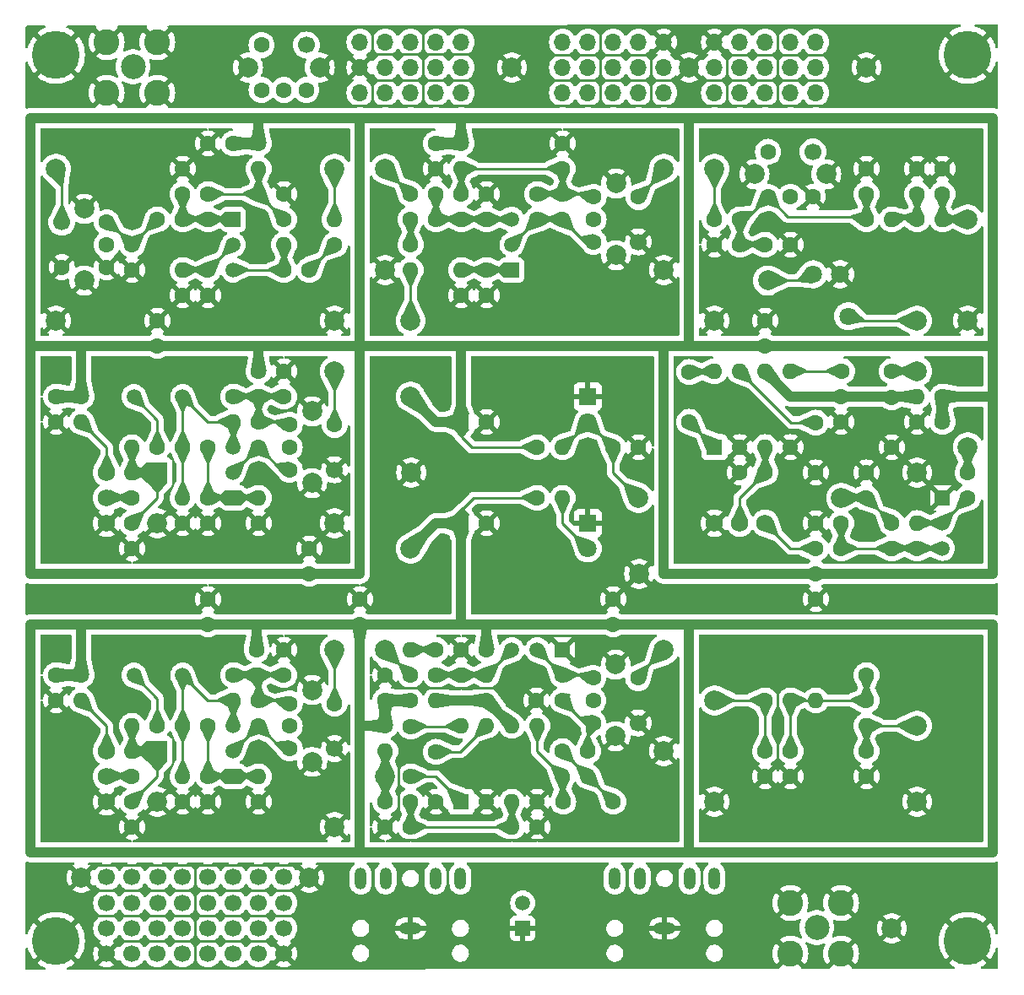
<source format=gbr>
%TF.GenerationSoftware,KiCad,Pcbnew,7.0.2-0*%
%TF.CreationDate,2024-06-16T14:46:37+09:00*%
%TF.ProjectId,am-pcb1,616d2d70-6362-4312-9e6b-696361645f70,rev?*%
%TF.SameCoordinates,Original*%
%TF.FileFunction,Copper,L2,Bot*%
%TF.FilePolarity,Positive*%
%FSLAX46Y46*%
G04 Gerber Fmt 4.6, Leading zero omitted, Abs format (unit mm)*
G04 Created by KiCad (PCBNEW 7.0.2-0) date 2024-06-16 14:46:37*
%MOMM*%
%LPD*%
G01*
G04 APERTURE LIST*
%TA.AperFunction,ComponentPad*%
%ADD10C,4.800000*%
%TD*%
%TA.AperFunction,ComponentPad*%
%ADD11C,1.600000*%
%TD*%
%TA.AperFunction,ComponentPad*%
%ADD12O,1.600000X1.600000*%
%TD*%
%TA.AperFunction,ComponentPad*%
%ADD13C,2.000000*%
%TD*%
%TA.AperFunction,ComponentPad*%
%ADD14R,1.500000X1.500000*%
%TD*%
%TA.AperFunction,ComponentPad*%
%ADD15C,1.500000*%
%TD*%
%TA.AperFunction,ComponentPad*%
%ADD16C,1.700000*%
%TD*%
%TA.AperFunction,ComponentPad*%
%ADD17R,1.600000X1.600000*%
%TD*%
%TA.AperFunction,ComponentPad*%
%ADD18R,1.800000X1.800000*%
%TD*%
%TA.AperFunction,ComponentPad*%
%ADD19C,1.800000*%
%TD*%
%TA.AperFunction,ComponentPad*%
%ADD20O,1.700000X1.700000*%
%TD*%
%TA.AperFunction,ComponentPad*%
%ADD21C,2.600000*%
%TD*%
%TA.AperFunction,ComponentPad*%
%ADD22C,2.500000*%
%TD*%
%TA.AperFunction,ComponentPad*%
%ADD23R,2.000000X2.000000*%
%TD*%
%TA.AperFunction,ComponentPad*%
%ADD24O,2.000000X2.000000*%
%TD*%
%TA.AperFunction,ComponentPad*%
%ADD25C,1.750000*%
%TD*%
%TA.AperFunction,ComponentPad*%
%ADD26O,2.200000X1.200000*%
%TD*%
%TA.AperFunction,ComponentPad*%
%ADD27O,1.200000X2.200000*%
%TD*%
%TA.AperFunction,ViaPad*%
%ADD28C,0.800000*%
%TD*%
%TA.AperFunction,Conductor*%
%ADD29C,1.000000*%
%TD*%
%TA.AperFunction,Conductor*%
%ADD30C,0.250000*%
%TD*%
G04 APERTURE END LIST*
D10*
%TO.P,Z3,1,1*%
%TO.N,GND*%
X180340000Y-133350000D03*
%TD*%
D11*
%TO.P,R24,1*%
%TO.N,GND*%
X193040000Y-91440000D03*
D12*
%TO.P,R24,2*%
%TO.N,Net-(Q21-B)*%
X193040000Y-88900000D03*
%TD*%
D13*
%TO.P,TP64,1,1*%
%TO.N,Net-(R62-Pad1)*%
X213360000Y-104140000D03*
%TD*%
%TO.P,TP8,1,1*%
%TO.N,GND*%
X208280000Y-121920000D03*
%TD*%
D11*
%TO.P,C8,1*%
%TO.N,+9VA*%
X210820000Y-101600000D03*
%TO.P,C8,2*%
%TO.N,GND*%
X210820000Y-99060000D03*
%TD*%
%TO.P,C54,1*%
%TO.N,Net-(U51-V+)*%
X264160000Y-78820000D03*
%TO.P,C54,2*%
%TO.N,GND*%
X264160000Y-83820000D03*
%TD*%
D13*
%TO.P,TP91,1,1*%
%TO.N,GND*%
X208280000Y-71120000D03*
%TD*%
D11*
%TO.P,C75,1*%
%TO.N,Net-(U71-BYPASS)*%
X218440000Y-114380000D03*
%TO.P,C75,2*%
%TO.N,GND*%
X218440000Y-119380000D03*
%TD*%
%TO.P,L71,1,1*%
%TO.N,Net-(T71-PR2)*%
X233680000Y-114300000D03*
D12*
%TO.P,L71,2,2*%
%TO.N,Net-(C73-Pad2)*%
X233680000Y-116840000D03*
%TD*%
D11*
%TO.P,L61,1,1*%
%TO.N,Net-(L61-Pad1)*%
X190500000Y-111760000D03*
D12*
%TO.P,L61,2,2*%
%TO.N,Net-(D61-K)*%
X187960000Y-111760000D03*
%TD*%
D11*
%TO.P,R76,1*%
%TO.N,GND*%
X228600000Y-121920000D03*
D12*
%TO.P,R76,2*%
%TO.N,Net-(U71-+)*%
X226060000Y-121920000D03*
%TD*%
D14*
%TO.P,Q61,1,E*%
%TO.N,Net-(Q61-E)*%
X198120000Y-116840000D03*
D15*
%TO.P,Q61,2,C*%
%TO.N,Net-(Q61-C)*%
X198120000Y-114300000D03*
%TO.P,Q61,3,B*%
%TO.N,Net-(Q61-B)*%
X198120000Y-111760000D03*
%TD*%
D11*
%TO.P,C16,1*%
%TO.N,Net-(Q11-S)*%
X195580000Y-66040000D03*
%TO.P,C16,2*%
%TO.N,GND*%
X195580000Y-68580000D03*
%TD*%
D16*
%TO.P,J85,1,Pin_1*%
%TO.N,GND*%
X185420000Y-134620000D03*
%TO.P,J85,2,Pin_2*%
%TO.N,unconnected-(J85-Pin_2-Pad2)*%
X187960000Y-134620000D03*
%TO.P,J85,3,Pin_3*%
%TO.N,unconnected-(J85-Pin_3-Pad3)*%
X190500000Y-134620000D03*
%TO.P,J85,4,Pin_4*%
%TO.N,unconnected-(J85-Pin_4-Pad4)*%
X193040000Y-134620000D03*
%TO.P,J85,5,Pin_5*%
%TO.N,unconnected-(J85-Pin_5-Pad5)*%
X195580000Y-134620000D03*
%TO.P,J85,6,Pin_6*%
%TO.N,unconnected-(J85-Pin_6-Pad6)*%
X198120000Y-134620000D03*
%TO.P,J85,7,Pin_7*%
%TO.N,unconnected-(J85-Pin_7-Pad7)*%
X200660000Y-134620000D03*
%TO.P,J85,8,Pin_8*%
%TO.N,GND*%
X203200000Y-134620000D03*
%TO.P,J85,9,Pin_9*%
%TO.N,unconnected-(J85-Pin_9-Pad9)*%
X185420000Y-132080000D03*
%TO.P,J85,10,Pin_10*%
%TO.N,unconnected-(J85-Pin_10-Pad10)*%
X187960000Y-132080000D03*
%TO.P,J85,11,Pin_11*%
%TO.N,unconnected-(J85-Pin_11-Pad11)*%
X190500000Y-132080000D03*
%TO.P,J85,12,Pin_12*%
%TO.N,unconnected-(J85-Pin_12-Pad12)*%
X193040000Y-132080000D03*
%TO.P,J85,13,Pin_13*%
%TO.N,unconnected-(J85-Pin_13-Pad13)*%
X195580000Y-132080000D03*
%TO.P,J85,14,Pin_14*%
%TO.N,unconnected-(J85-Pin_14-Pad14)*%
X198120000Y-132080000D03*
%TO.P,J85,15,Pin_15*%
%TO.N,unconnected-(J85-Pin_15-Pad15)*%
X200660000Y-132080000D03*
%TO.P,J85,16,Pin_16*%
%TO.N,unconnected-(J85-Pin_16-Pad16)*%
X203200000Y-132080000D03*
%TO.P,J85,17,Pin_17*%
%TO.N,unconnected-(J85-Pin_17-Pad17)*%
X185420000Y-129540000D03*
%TO.P,J85,18,Pin_18*%
%TO.N,unconnected-(J85-Pin_18-Pad18)*%
X187960000Y-129540000D03*
%TO.P,J85,19,Pin_19*%
%TO.N,unconnected-(J85-Pin_19-Pad19)*%
X190540000Y-129540000D03*
%TO.P,J85,20,Pin_20*%
%TO.N,unconnected-(J85-Pin_20-Pad20)*%
X193040000Y-129540000D03*
%TO.P,J85,21,Pin_21*%
%TO.N,unconnected-(J85-Pin_21-Pad21)*%
X195580000Y-129540000D03*
%TO.P,J85,22,Pin_22*%
%TO.N,unconnected-(J85-Pin_22-Pad22)*%
X198120000Y-129540000D03*
%TO.P,J85,23,Pin_23*%
%TO.N,unconnected-(J85-Pin_23-Pad23)*%
X200660000Y-129540000D03*
%TO.P,J85,24,Pin_24*%
%TO.N,unconnected-(J85-Pin_24-Pad24)*%
X203200000Y-129540000D03*
%TO.P,J85,25,Pin_25*%
%TO.N,unconnected-(J85-Pin_25-Pad25)*%
X185420000Y-126960000D03*
%TO.P,J85,26,Pin_26*%
%TO.N,unconnected-(J85-Pin_26-Pad26)*%
X187960000Y-126960000D03*
%TO.P,J85,27,Pin_27*%
%TO.N,unconnected-(J85-Pin_27-Pad27)*%
X190540000Y-126960000D03*
%TO.P,J85,28,Pin_28*%
%TO.N,unconnected-(J85-Pin_28-Pad28)*%
X193040000Y-126960000D03*
%TO.P,J85,29,Pin_29*%
%TO.N,unconnected-(J85-Pin_29-Pad29)*%
X195580000Y-126960000D03*
%TO.P,J85,30,Pin_30*%
%TO.N,unconnected-(J85-Pin_30-Pad30)*%
X198120000Y-126960000D03*
%TO.P,J85,31,Pin_31*%
%TO.N,unconnected-(J85-Pin_31-Pad31)*%
X200660000Y-126960000D03*
%TO.P,J85,32,Pin_32*%
%TO.N,unconnected-(J85-Pin_32-Pad32)*%
X203200000Y-126960000D03*
%TD*%
D17*
%TO.P,U71,1,GAIN*%
%TO.N,Net-(C78-Pad1)*%
X220980000Y-119380000D03*
D12*
%TO.P,U71,2,-*%
%TO.N,GND*%
X223520000Y-119380000D03*
%TO.P,U71,3,+*%
%TO.N,Net-(U71-+)*%
X226060000Y-119380000D03*
%TO.P,U71,4,GND*%
%TO.N,GND*%
X228600000Y-119380000D03*
%TO.P,U71,5*%
%TO.N,Net-(C73-Pad1)*%
X228600000Y-111760000D03*
%TO.P,U71,6,V+*%
%TO.N,Net-(U71-V+)*%
X226060000Y-111760000D03*
%TO.P,U71,7,BYPASS*%
%TO.N,Net-(U71-BYPASS)*%
X223520000Y-111760000D03*
%TO.P,U71,8,GAIN*%
%TO.N,Net-(C78-Pad2)*%
X220980000Y-111760000D03*
%TD*%
D18*
%TO.P,D82,1,K*%
%TO.N,GND*%
X233680000Y-91440000D03*
D19*
%TO.P,D82,2,A*%
%TO.N,Net-(D82-A)*%
X233680000Y-93980000D03*
%TD*%
D13*
%TO.P,TP86,1,1*%
%TO.N,GND*%
X182880000Y-127000000D03*
%TD*%
D11*
%TO.P,T1,1,PR1*%
%TO.N,unconnected-(T1-PR1-Pad1)*%
X200950000Y-47970000D03*
%TO.P,T1,2,PM*%
%TO.N,unconnected-(T1-PM-Pad2)*%
X203200000Y-47970000D03*
%TO.P,T1,3,PR2*%
%TO.N,unconnected-(T1-PR2-Pad3)*%
X205450000Y-47970000D03*
D16*
%TO.P,T1,4,S1*%
%TO.N,unconnected-(T1-S1-Pad4)*%
X205450000Y-43470000D03*
D11*
%TO.P,T1,5,S2*%
%TO.N,unconnected-(T1-S2-Pad5)*%
X200950000Y-43470000D03*
D13*
%TO.P,T1,6,G1*%
%TO.N,GND*%
X199600000Y-45720000D03*
%TO.P,T1,7,G2*%
X206800000Y-45720000D03*
%TD*%
%TO.P,TP24,1,1*%
%TO.N,Net-(R22-Pad2)*%
X215900000Y-71120000D03*
%TD*%
D11*
%TO.P,R33,1*%
%TO.N,GND*%
X223520000Y-58420000D03*
D12*
%TO.P,R33,2*%
%TO.N,Net-(Q31-B)*%
X223520000Y-60960000D03*
%TD*%
D20*
%TO.P,J83,1,Pin_1*%
%TO.N,unconnected-(J83-Pin_1-Pad1)*%
X246380000Y-48260000D03*
%TO.P,J83,2,Pin_2*%
%TO.N,unconnected-(J83-Pin_2-Pad2)*%
X248920000Y-48260000D03*
%TO.P,J83,3,Pin_3*%
%TO.N,unconnected-(J83-Pin_3-Pad3)*%
X251460000Y-48260000D03*
%TO.P,J83,4,Pin_4*%
%TO.N,unconnected-(J83-Pin_4-Pad4)*%
X254000000Y-48260000D03*
%TO.P,J83,5,Pin_5*%
%TO.N,unconnected-(J83-Pin_5-Pad5)*%
X256540000Y-48260000D03*
%TO.P,J83,6,Pin_6*%
%TO.N,unconnected-(J83-Pin_6-Pad6)*%
X246380000Y-45720000D03*
%TO.P,J83,7,Pin_7*%
%TO.N,unconnected-(J83-Pin_7-Pad7)*%
X248920000Y-45720000D03*
%TO.P,J83,8,Pin_8*%
%TO.N,unconnected-(J83-Pin_8-Pad8)*%
X251460000Y-45720000D03*
%TO.P,J83,9,Pin_9*%
%TO.N,unconnected-(J83-Pin_9-Pad9)*%
X254000000Y-45720000D03*
%TO.P,J83,10,Pin_10*%
%TO.N,unconnected-(J83-Pin_10-Pad10)*%
X256540000Y-45720000D03*
%TO.P,J83,11,Pin_11*%
%TO.N,GND*%
X246380000Y-43180000D03*
%TO.P,J83,12,Pin_12*%
%TO.N,unconnected-(J83-Pin_12-Pad12)*%
X248920000Y-43180000D03*
%TO.P,J83,13,Pin_13*%
%TO.N,unconnected-(J83-Pin_13-Pad13)*%
X251460000Y-43180000D03*
%TO.P,J83,14,Pin_14*%
%TO.N,unconnected-(J83-Pin_14-Pad14)*%
X254000000Y-43180000D03*
%TO.P,J83,15,Pin_15*%
%TO.N,unconnected-(J83-Pin_15-Pad15)*%
X256540000Y-43180000D03*
%TD*%
D11*
%TO.P,C74,1*%
%TO.N,Net-(U71-V+)*%
X223520000Y-109220000D03*
%TO.P,C74,2*%
%TO.N,GND*%
X228520000Y-109220000D03*
%TD*%
%TO.P,C21,1*%
%TO.N,+9V*%
X180340000Y-78740000D03*
%TO.P,C21,2*%
%TO.N,GND*%
X180340000Y-81280000D03*
%TD*%
%TO.P,C34,1*%
%TO.N,Net-(T31-PR1)*%
X228600000Y-58420000D03*
%TO.P,C34,2*%
%TO.N,Net-(Q31-C)*%
X228600000Y-60960000D03*
%TD*%
D13*
%TO.P,TP85,1,1*%
%TO.N,GND*%
X226060000Y-45720000D03*
%TD*%
D11*
%TO.P,R12,1*%
%TO.N,Net-(C13-Pad1)*%
X208280000Y-63500000D03*
D12*
%TO.P,R12,2*%
%TO.N,Net-(R12-Pad2)*%
X208280000Y-60960000D03*
%TD*%
D11*
%TO.P,C55,1*%
%TO.N,Net-(C55-Pad1)*%
X271790000Y-86350000D03*
%TO.P,C55,2*%
%TO.N,Net-(IC51-IN)*%
X271790000Y-88890000D03*
%TD*%
%TO.P,C61,1*%
%TO.N,Net-(C61-Pad1)*%
X243850000Y-81270000D03*
%TO.P,C61,2*%
%TO.N,Net-(C61-Pad2)*%
X243850000Y-76270000D03*
%TD*%
%TO.P,C23,1*%
%TO.N,Net-(T21-PR1)*%
X200660000Y-81280000D03*
%TO.P,C23,2*%
%TO.N,Net-(Q21-C)*%
X200660000Y-83820000D03*
%TD*%
%TO.P,R71,1*%
%TO.N,+9VA*%
X223520000Y-104140000D03*
D12*
%TO.P,R71,2*%
%TO.N,Net-(Q71-B)*%
X223520000Y-106680000D03*
%TD*%
D11*
%TO.P,R62,1*%
%TO.N,Net-(R62-Pad1)*%
X215900000Y-106680000D03*
D12*
%TO.P,R62,2*%
%TO.N,Net-(C80-Pad1)*%
X215900000Y-104140000D03*
%TD*%
D11*
%TO.P,R11,1*%
%TO.N,+9V*%
X200660000Y-53340000D03*
D12*
%TO.P,R11,2*%
%TO.N,Net-(C12-Pad1)*%
X200660000Y-55880000D03*
%TD*%
D11*
%TO.P,R75,1*%
%TO.N,+9VA*%
X213360000Y-111760000D03*
D12*
%TO.P,R75,2*%
%TO.N,Net-(C76-Pad1)*%
X213360000Y-114300000D03*
%TD*%
D13*
%TO.P,TP73,1,1*%
%TO.N,Net-(T71-S2)*%
X241301000Y-104140000D03*
%TD*%
D10*
%TO.P,Z1,1,1*%
%TO.N,GND*%
X271780000Y-44450000D03*
%TD*%
D11*
%TO.P,C33,1*%
%TO.N,Net-(T31-PR1)*%
X231140000Y-58420000D03*
%TO.P,C33,2*%
%TO.N,Net-(Q31-C)*%
X231140000Y-60960000D03*
%TD*%
%TO.P,R64,1*%
%TO.N,GND*%
X193040000Y-119380000D03*
D12*
%TO.P,R64,2*%
%TO.N,Net-(Q61-B)*%
X193040000Y-116840000D03*
%TD*%
D13*
%TO.P,TP96,1,1*%
%TO.N,GND*%
X213360000Y-66040000D03*
%TD*%
D11*
%TO.P,C66,1*%
%TO.N,Net-(Q61-E)*%
X195580000Y-116840000D03*
%TO.P,C66,2*%
%TO.N,GND*%
X195580000Y-119380000D03*
%TD*%
%TO.P,R68,1*%
%TO.N,GND*%
X200660000Y-119380000D03*
D12*
%TO.P,R68,2*%
%TO.N,Net-(Q61-E)*%
X200660000Y-116840000D03*
%TD*%
D11*
%TO.P,C52,1*%
%TO.N,Net-(C52-Pad1)*%
X261620000Y-88890000D03*
%TO.P,C52,2*%
%TO.N,GND*%
X261620000Y-86350000D03*
%TD*%
D14*
%TO.P,Q11,1,G*%
%TO.N,Net-(Q11-G)*%
X198120000Y-60960000D03*
D15*
%TO.P,Q11,2,S*%
%TO.N,Net-(Q11-S)*%
X198120000Y-63500000D03*
%TO.P,Q11,3,D*%
%TO.N,Net-(Q11-D)*%
X198120000Y-66040000D03*
%TD*%
D11*
%TO.P,C71,1*%
%TO.N,GND*%
X213360000Y-106680000D03*
%TO.P,C71,2*%
%TO.N,+9VA*%
X213360000Y-109220000D03*
%TD*%
D13*
%TO.P,TP1,1,1*%
%TO.N,+9V*%
X215900000Y-78740000D03*
%TD*%
D11*
%TO.P,C44,1*%
%TO.N,Net-(C44-Pad1)*%
X269240000Y-58420000D03*
%TO.P,C44,2*%
%TO.N,GND*%
X269240000Y-55880000D03*
%TD*%
%TO.P,C60,1*%
%TO.N,GND*%
X248930000Y-86350000D03*
%TO.P,C60,2*%
%TO.N,Net-(U51-+)*%
X251470000Y-86350000D03*
%TD*%
%TO.P,C22,1*%
%TO.N,GND*%
X203200000Y-76200000D03*
%TO.P,C22,2*%
%TO.N,Net-(T21-PR1)*%
X203200000Y-78740000D03*
%TD*%
D14*
%TO.P,U1,1,-*%
%TO.N,GND*%
X227140000Y-132080000D03*
D15*
%TO.P,U1,2,+*%
%TO.N,unconnected-(U1-+-Pad2)*%
X227140000Y-129540000D03*
%TD*%
D11*
%TO.P,R21,1*%
%TO.N,+9V*%
X200660000Y-76200000D03*
D12*
%TO.P,R21,2*%
%TO.N,Net-(T21-PR1)*%
X200660000Y-78740000D03*
%TD*%
D11*
%TO.P,C72,1*%
%TO.N,Net-(Q71-C)*%
X231140000Y-106680000D03*
%TO.P,C72,2*%
%TO.N,Net-(T71-PR2)*%
X231140000Y-109220000D03*
%TD*%
D12*
%TO.P,R53,2*%
%TO.N,Net-(U51-V+)*%
X266700000Y-78740000D03*
D11*
%TO.P,R53,1*%
%TO.N,+9V*%
X269240000Y-78740000D03*
%TD*%
%TO.P,C59,1*%
%TO.N,Net-(C59-Pad1)*%
X259170000Y-76190000D03*
%TO.P,C59,2*%
%TO.N,Net-(C59-Pad2)*%
X264170000Y-76190000D03*
%TD*%
%TO.P,,1,1*%
%TO.N,Net-(C82-Pad1)*%
X261620000Y-106680000D03*
%TD*%
D21*
%TO.P,J3,1,G*%
%TO.N,GND*%
X254000000Y-129540000D03*
X254000000Y-134620000D03*
X259080000Y-129540000D03*
X259080000Y-134620000D03*
D22*
%TO.P,J3,2,S*%
%TO.N,unconnected-(J3-S-Pad2)*%
X256640000Y-132005000D03*
%TD*%
D11*
%TO.P,R22,1*%
%TO.N,Net-(C36-Pad1)*%
X215900000Y-63500000D03*
D12*
%TO.P,R22,2*%
%TO.N,Net-(R22-Pad2)*%
X215900000Y-66040000D03*
%TD*%
D13*
%TO.P,TP87,1,1*%
%TO.N,GND*%
X243840000Y-45720000D03*
%TD*%
D23*
%TO.P,D21,1,K*%
%TO.N,Net-(D21-K)*%
X190500000Y-86360000D03*
D24*
%TO.P,D21,2,A*%
%TO.N,GND*%
X190500000Y-91440000D03*
%TD*%
D13*
%TO.P,TP5,1,1*%
%TO.N,Net-(C59-Pad2)*%
X266710000Y-76190000D03*
%TD*%
D15*
%TO.P,X61,1,1*%
%TO.N,Net-(L61-Pad1)*%
X188160000Y-106680000D03*
%TO.P,X61,2,2*%
%TO.N,Net-(Q61-B)*%
X193040000Y-106680000D03*
%TD*%
D13*
%TO.P,TP6,1,1*%
%TO.N,GND*%
X266700000Y-86360000D03*
%TD*%
%TO.P,TP99,1,1*%
%TO.N,GND*%
X246380000Y-119380000D03*
%TD*%
%TO.P,TP44,1,1*%
%TO.N,Net-(C55-Pad1)*%
X271790000Y-83810000D03*
%TD*%
D11*
%TO.P,C82,1*%
%TO.N,Net-(C82-Pad1)*%
X254000000Y-114300000D03*
%TO.P,C82,2*%
%TO.N,GND*%
X254000000Y-116840000D03*
%TD*%
%TO.P,R52,1*%
%TO.N,Net-(C52-Pad1)*%
X264170000Y-91430000D03*
D12*
%TO.P,R52,2*%
%TO.N,Net-(IC51-OUT)*%
X264170000Y-93970000D03*
%TD*%
D15*
%TO.P,X21,1,1*%
%TO.N,Net-(L21-Pad1)*%
X188160000Y-78740000D03*
%TO.P,X21,2,2*%
%TO.N,Net-(Q21-B)*%
X193040000Y-78740000D03*
%TD*%
D11*
%TO.P,R74,1*%
%TO.N,+9VA*%
X215900000Y-109220000D03*
D12*
%TO.P,R74,2*%
%TO.N,Net-(U71-V+)*%
X218440000Y-109220000D03*
%TD*%
D13*
%TO.P,TP23,1,1*%
%TO.N,Net-(T21-S2)*%
X208280000Y-76200000D03*
%TD*%
D11*
%TO.P,L11,1,1*%
%TO.N,Net-(C12-Pad1)*%
X203200000Y-60960000D03*
D12*
%TO.P,L11,2,2*%
%TO.N,Net-(Q11-D)*%
X203200000Y-63500000D03*
%TD*%
D11*
%TO.P,T21,1,PR1*%
%TO.N,Net-(T21-PR1)*%
X203780000Y-81570000D03*
%TO.P,T21,2,PM*%
%TO.N,unconnected-(T21-PM-Pad2)*%
X203780000Y-83820000D03*
%TO.P,T21,3,PR2*%
%TO.N,Net-(Q21-C)*%
X203780000Y-86070000D03*
D16*
%TO.P,T21,4,S1*%
%TO.N,GND*%
X208280000Y-86070000D03*
D11*
%TO.P,T21,5,S2*%
%TO.N,Net-(T21-S2)*%
X208280000Y-81570000D03*
D13*
%TO.P,T21,6,G1*%
%TO.N,GND*%
X206030000Y-80220000D03*
%TO.P,T21,7,G2*%
X206030000Y-87420000D03*
%TD*%
D11*
%TO.P,C41,1*%
%TO.N,Net-(C41-Pad1)*%
X246380000Y-60960000D03*
%TO.P,C41,2*%
%TO.N,Net-(T41-PR1)*%
X248920000Y-60960000D03*
%TD*%
%TO.P,C64,1*%
%TO.N,Net-(T61-PR1)*%
X200660000Y-109220000D03*
%TO.P,C64,2*%
%TO.N,Net-(Q61-C)*%
X200660000Y-111760000D03*
%TD*%
D13*
%TO.P,TP53,1,1*%
%TO.N,Net-(D81-A)*%
X238760000Y-88900000D03*
%TD*%
D11*
%TO.P,C7,1*%
%TO.N,+9VA*%
X195580000Y-101600000D03*
%TO.P,C7,2*%
%TO.N,GND*%
X195580000Y-99060000D03*
%TD*%
%TO.P,C37,1*%
%TO.N,Net-(Q31-E)*%
X223520000Y-66040000D03*
%TO.P,C37,2*%
%TO.N,GND*%
X223520000Y-68580000D03*
%TD*%
%TO.P,C83,1*%
%TO.N,Net-(C83-Pad1)*%
X261620000Y-114300000D03*
%TO.P,C83,2*%
%TO.N,GND*%
X261620000Y-116840000D03*
%TD*%
D14*
%TO.P,Q21,1,E*%
%TO.N,Net-(Q21-E)*%
X198120000Y-88900000D03*
D15*
%TO.P,Q21,2,C*%
%TO.N,Net-(Q21-C)*%
X198120000Y-86360000D03*
%TO.P,Q21,3,B*%
%TO.N,Net-(Q21-B)*%
X198120000Y-83820000D03*
%TD*%
D19*
%TO.P,U81,1,IN*%
%TO.N,Net-(U81-IN)*%
X256278400Y-66471800D03*
%TO.P,U81,2,GND*%
%TO.N,GND*%
X258978400Y-66471800D03*
%TO.P,U81,3,OUT*%
%TO.N,Net-(U81-OUT)*%
X259778400Y-70671800D03*
%TD*%
D13*
%TO.P,TP92,1,1*%
%TO.N,GND*%
X241300000Y-66040000D03*
%TD*%
%TO.P,TP84,1,1*%
%TO.N,Net-(U81-OUT)*%
X266700000Y-71120000D03*
%TD*%
D11*
%TO.P,C2,1*%
%TO.N,+9V*%
X190500000Y-73660000D03*
%TO.P,C2,2*%
%TO.N,GND*%
X190500000Y-71120000D03*
%TD*%
%TO.P,C9,1*%
%TO.N,+9VA*%
X236220000Y-101600000D03*
%TO.P,C9,2*%
%TO.N,GND*%
X236220000Y-99060000D03*
%TD*%
%TO.P,C65,1*%
%TO.N,Net-(Q61-B)*%
X193040000Y-111760000D03*
%TO.P,C65,2*%
%TO.N,Net-(Q61-E)*%
X195580000Y-111760000D03*
%TD*%
D13*
%TO.P,TP3,1,1*%
%TO.N,Net-(T12-S2)*%
X180340000Y-55880000D03*
%TD*%
D11*
%TO.P,R32,1*%
%TO.N,Net-(T31-PR1)*%
X220980000Y-58420000D03*
D12*
%TO.P,R32,2*%
%TO.N,Net-(Q31-B)*%
X220980000Y-60960000D03*
%TD*%
%TO.P,,2,2*%
%TO.N,Net-(C82-Pad1)*%
X256540000Y-109220000D03*
%TD*%
D11*
%TO.P,C13,1*%
%TO.N,Net-(C13-Pad1)*%
X205740000Y-66040000D03*
%TO.P,C13,2*%
%TO.N,Net-(Q11-D)*%
X203200000Y-66040000D03*
%TD*%
%TO.P,C73,1*%
%TO.N,Net-(C73-Pad1)*%
X231220000Y-119380000D03*
%TO.P,C73,2*%
%TO.N,Net-(C73-Pad2)*%
X236220000Y-119380000D03*
%TD*%
%TO.P,R65,1*%
%TO.N,+9VA*%
X182880000Y-106680000D03*
D12*
%TO.P,R65,2*%
%TO.N,Net-(R65-Pad2)*%
X182880000Y-109220000D03*
%TD*%
D11*
%TO.P,R54,1*%
%TO.N,Net-(IC51-OUT)*%
X266710000Y-93970000D03*
D12*
%TO.P,R54,2*%
%TO.N,Net-(IC51-IN)*%
X266710000Y-91430000D03*
%TD*%
D18*
%TO.P,D81,1,K*%
%TO.N,GND*%
X233680000Y-78740000D03*
D19*
%TO.P,D81,2,A*%
%TO.N,Net-(D81-A)*%
X233680000Y-81280000D03*
%TD*%
D11*
%TO.P,C36,1*%
%TO.N,Net-(C36-Pad1)*%
X215900000Y-60960000D03*
%TO.P,C36,2*%
%TO.N,Net-(Q31-B)*%
X218440000Y-60960000D03*
%TD*%
%TO.P,R14,1*%
%TO.N,GND*%
X193040000Y-68580000D03*
D12*
%TO.P,R14,2*%
%TO.N,Net-(Q11-S)*%
X193040000Y-66040000D03*
%TD*%
D11*
%TO.P,R27,1*%
%TO.N,Net-(R26-Pad2)*%
X187960000Y-88900000D03*
D12*
%TO.P,R27,2*%
%TO.N,Net-(D21-K)*%
X187960000Y-86360000D03*
%TD*%
D25*
%TO.P,R55,3,3*%
%TO.N,Net-(C56-Pad2)*%
X251470000Y-91430000D03*
%TO.P,R55,2,2*%
%TO.N,Net-(U51-+)*%
X248930000Y-91430000D03*
%TO.P,R55,1,1*%
%TO.N,GND*%
X246390000Y-91430000D03*
%TD*%
D13*
%TO.P,TP54,1,1*%
%TO.N,Net-(C52-Pad1)*%
X259080000Y-88900000D03*
%TD*%
D14*
%TO.P,Q31,1,E*%
%TO.N,Net-(Q31-E)*%
X226060000Y-66040000D03*
D15*
%TO.P,Q31,2,C*%
%TO.N,Net-(Q31-C)*%
X226060000Y-63500000D03*
%TO.P,Q31,3,B*%
%TO.N,Net-(Q31-B)*%
X226060000Y-60960000D03*
%TD*%
D13*
%TO.P,TP83,1,1*%
%TO.N,Net-(U81-IN)*%
X251735000Y-67085000D03*
%TD*%
D21*
%TO.P,J4,1,G*%
%TO.N,GND*%
X185420000Y-43180000D03*
X185420000Y-48260000D03*
X190500000Y-43180000D03*
X190500000Y-48260000D03*
D22*
%TO.P,J4,2,S*%
%TO.N,unconnected-(J4-S-Pad2)*%
X188060000Y-45645000D03*
%TD*%
D11*
%TO.P,C76,1*%
%TO.N,Net-(C76-Pad1)*%
X213360000Y-119380000D03*
%TO.P,C76,2*%
%TO.N,Net-(U71-+)*%
X215900000Y-119380000D03*
%TD*%
D13*
%TO.P,TP11,1,1*%
%TO.N,+9VA*%
X215900000Y-93980000D03*
%TD*%
D11*
%TO.P,R13,1*%
%TO.N,Net-(Q11-G)*%
X193040000Y-58420000D03*
D12*
%TO.P,R13,2*%
%TO.N,GND*%
X193040000Y-55880000D03*
%TD*%
D17*
%TO.P,C1,1*%
%TO.N,+9V*%
X220980000Y-81280000D03*
D11*
%TO.P,C1,2*%
%TO.N,GND*%
X223520000Y-81280000D03*
%TD*%
%TO.P,R34,1*%
%TO.N,GND*%
X220980000Y-68580000D03*
D12*
%TO.P,R34,2*%
%TO.N,Net-(Q31-E)*%
X220980000Y-66040000D03*
%TD*%
D11*
%TO.P,C84,1*%
%TO.N,Net-(D81-A)*%
X236220000Y-83820000D03*
%TO.P,C84,2*%
%TO.N,GND*%
X238760000Y-83820000D03*
%TD*%
%TO.P,C43,1*%
%TO.N,Net-(C43-Pad1)*%
X266700000Y-58420000D03*
%TO.P,C43,2*%
%TO.N,GND*%
X266700000Y-55880000D03*
%TD*%
%TO.P,C12,1*%
%TO.N,Net-(C12-Pad1)*%
X200660000Y-58420000D03*
%TO.P,C12,2*%
%TO.N,GND*%
X203200000Y-58420000D03*
%TD*%
D23*
%TO.P,D61,1,K*%
%TO.N,Net-(D61-K)*%
X190500000Y-114300000D03*
D24*
%TO.P,D61,2,A*%
%TO.N,GND*%
X190500000Y-119380000D03*
%TD*%
D14*
%TO.P,IC51,1,GND*%
%TO.N,GND*%
X269250000Y-88890000D03*
D15*
%TO.P,IC51,2,IN*%
%TO.N,Net-(IC51-IN)*%
X269250000Y-91430000D03*
%TO.P,IC51,3,OUT*%
%TO.N,Net-(IC51-OUT)*%
X269250000Y-93970000D03*
%TD*%
D11*
%TO.P,C51,1*%
%TO.N,+9V*%
X269240000Y-81280000D03*
%TO.P,C51,2*%
%TO.N,GND*%
X266700000Y-81280000D03*
%TD*%
%TO.P,R81,1*%
%TO.N,+9V*%
X228600000Y-83820000D03*
D12*
%TO.P,R81,2*%
%TO.N,Net-(D81-A)*%
X231140000Y-83820000D03*
%TD*%
D11*
%TO.P,R73,1*%
%TO.N,Net-(C73-Pad2)*%
X231140000Y-114300000D03*
D12*
%TO.P,R73,2*%
%TO.N,Net-(C73-Pad1)*%
X231140000Y-116840000D03*
%TD*%
D11*
%TO.P,L21,1,1*%
%TO.N,Net-(L21-Pad1)*%
X190500000Y-83820000D03*
D12*
%TO.P,L21,2,2*%
%TO.N,Net-(D21-K)*%
X187960000Y-83820000D03*
%TD*%
D11*
%TO.P,C4,1*%
%TO.N,+9V*%
X205740000Y-96520000D03*
%TO.P,C4,2*%
%TO.N,GND*%
X205740000Y-93980000D03*
%TD*%
%TO.P,C3,1*%
%TO.N,+9V*%
X256550000Y-96510000D03*
%TO.P,C3,2*%
%TO.N,GND*%
X256550000Y-99050000D03*
%TD*%
D13*
%TO.P,TP63,1,1*%
%TO.N,Net-(T61-S2)*%
X208280000Y-104140000D03*
%TD*%
D11*
%TO.P,R61,1*%
%TO.N,+9VA*%
X200460000Y-104140000D03*
D12*
%TO.P,R61,2*%
%TO.N,Net-(T61-PR1)*%
X200460000Y-106680000D03*
%TD*%
D20*
%TO.P,J82,1,Pin_1*%
%TO.N,unconnected-(J82-Pin_1-Pad1)*%
X210820000Y-48260000D03*
%TO.P,J82,2,Pin_2*%
%TO.N,unconnected-(J82-Pin_2-Pad2)*%
X213360000Y-48260000D03*
%TO.P,J82,3,Pin_3*%
%TO.N,unconnected-(J82-Pin_3-Pad3)*%
X215900000Y-48260000D03*
%TO.P,J82,4,Pin_4*%
%TO.N,unconnected-(J82-Pin_4-Pad4)*%
X218440000Y-48260000D03*
%TO.P,J82,5,Pin_5*%
%TO.N,unconnected-(J82-Pin_5-Pad5)*%
X220980000Y-48260000D03*
%TO.P,J82,6,Pin_6*%
%TO.N,GND*%
X210820000Y-45720000D03*
%TO.P,J82,7,Pin_7*%
%TO.N,unconnected-(J82-Pin_7-Pad7)*%
X213360000Y-45720000D03*
%TO.P,J82,8,Pin_8*%
%TO.N,unconnected-(J82-Pin_8-Pad8)*%
X215900000Y-45720000D03*
%TO.P,J82,9,Pin_9*%
%TO.N,unconnected-(J82-Pin_9-Pad9)*%
X218440000Y-45720000D03*
%TO.P,J82,10,Pin_10*%
%TO.N,unconnected-(J82-Pin_10-Pad10)*%
X220980000Y-45720000D03*
%TO.P,J82,11,Pin_11*%
%TO.N,unconnected-(J82-Pin_11-Pad11)*%
X210820000Y-43180000D03*
%TO.P,J82,12,Pin_12*%
%TO.N,unconnected-(J82-Pin_12-Pad12)*%
X213360000Y-43180000D03*
%TO.P,J82,13,Pin_13*%
%TO.N,unconnected-(J82-Pin_13-Pad13)*%
X215900000Y-43180000D03*
%TO.P,J82,14,Pin_14*%
%TO.N,unconnected-(J82-Pin_14-Pad14)*%
X218440000Y-43180000D03*
%TO.P,J82,15,Pin_15*%
%TO.N,unconnected-(J82-Pin_15-Pad15)*%
X220980000Y-43180000D03*
%TD*%
D13*
%TO.P,TP7,1,1*%
%TO.N,Net-(C76-Pad1)*%
X213360000Y-116840000D03*
%TD*%
D17*
%TO.P,C6,1*%
%TO.N,+9VA*%
X220980000Y-91440000D03*
D11*
%TO.P,C6,2*%
%TO.N,GND*%
X223520000Y-91440000D03*
%TD*%
%TO.P,R82,1*%
%TO.N,+9VA*%
X228600000Y-88900000D03*
D12*
%TO.P,R82,2*%
%TO.N,Net-(D82-A)*%
X231140000Y-88900000D03*
%TD*%
D11*
%TO.P,L42,1,1*%
%TO.N,Net-(C43-Pad1)*%
X266700000Y-60960000D03*
D12*
%TO.P,L42,2,2*%
%TO.N,Net-(C44-Pad1)*%
X269240000Y-60960000D03*
%TD*%
D13*
%TO.P,TP95,1,1*%
%TO.N,GND*%
X241300000Y-114300000D03*
%TD*%
D11*
%TO.P,R72,1*%
%TO.N,GND*%
X220980000Y-104140000D03*
D12*
%TO.P,R72,2*%
%TO.N,Net-(Q71-B)*%
X220980000Y-106680000D03*
%TD*%
D11*
%TO.P,C15,1*%
%TO.N,Net-(T12-PR1)*%
X187960000Y-63500000D03*
%TO.P,C15,2*%
%TO.N,GND*%
X187960000Y-66040000D03*
%TD*%
D13*
%TO.P,TP97,1,1*%
%TO.N,GND*%
X271780000Y-71120000D03*
%TD*%
%TO.P,TP13,1,1*%
%TO.N,Net-(R12-Pad2)*%
X208280000Y-55881000D03*
%TD*%
D11*
%TO.P,R63,1*%
%TO.N,Net-(T61-PR1)*%
X198120000Y-106680000D03*
D12*
%TO.P,R63,2*%
%TO.N,Net-(Q61-B)*%
X198120000Y-109220000D03*
%TD*%
D11*
%TO.P,T71,1,PR2*%
%TO.N,Net-(T71-PR2)*%
X234224000Y-111470000D03*
%TO.P,T71,2,PM*%
%TO.N,unconnected-(T71-PM-Pad2)*%
X234224000Y-109220000D03*
%TO.P,T71,3,PR1*%
%TO.N,Net-(Q71-C)*%
X234224000Y-106970000D03*
%TO.P,T71,4,S2*%
%TO.N,Net-(T71-S2)*%
X238724000Y-106970000D03*
D16*
%TO.P,T71,5,S1*%
%TO.N,GND*%
X238724000Y-111470000D03*
D13*
%TO.P,T71,6,G1*%
X236474000Y-105620000D03*
%TO.P,T71,7,G2*%
X236474000Y-112820000D03*
%TD*%
D11*
%TO.P,C67,1*%
%TO.N,Net-(D61-K)*%
X187960000Y-119380000D03*
%TO.P,C67,2*%
%TO.N,GND*%
X187960000Y-121920000D03*
%TD*%
%TO.P,T41,1,PR1*%
%TO.N,Net-(T41-PR1)*%
X251750000Y-58684600D03*
%TO.P,T41,2,PM*%
%TO.N,unconnected-(T41-PM-Pad2)*%
X254000000Y-58684600D03*
%TO.P,T41,3,PR2*%
%TO.N,GND*%
X256250000Y-58684600D03*
D16*
%TO.P,T41,4,S1*%
%TO.N,unconnected-(T41-S1-Pad4)*%
X256250000Y-54184600D03*
D11*
%TO.P,T41,5,S2*%
%TO.N,unconnected-(T41-S2-Pad5)*%
X251750000Y-54184600D03*
D13*
%TO.P,T41,6,G1*%
%TO.N,GND*%
X250400000Y-56434600D03*
%TO.P,T41,7,G2*%
X257600000Y-56434600D03*
%TD*%
D11*
%TO.P,C58,1*%
%TO.N,GND*%
X256540000Y-91440000D03*
%TO.P,C58,2*%
%TO.N,Net-(IC51-OUT)*%
X259080000Y-91440000D03*
%TD*%
%TO.P,C35,1*%
%TO.N,Net-(C35-Pad1)*%
X215900000Y-58420000D03*
%TO.P,C35,2*%
%TO.N,Net-(Q31-B)*%
X218440000Y-58420000D03*
%TD*%
%TO.P,L41,1,1*%
%TO.N,Net-(T41-PR1)*%
X261620000Y-60960000D03*
D12*
%TO.P,L41,2,2*%
%TO.N,Net-(C43-Pad1)*%
X264160000Y-60960000D03*
%TD*%
D11*
%TO.P,C63,1*%
%TO.N,GND*%
X203200000Y-104140000D03*
%TO.P,C63,2*%
%TO.N,Net-(T61-PR1)*%
X203200000Y-106680000D03*
%TD*%
%TO.P,C32,1*%
%TO.N,+9V*%
X218440000Y-53340000D03*
%TO.P,C32,2*%
%TO.N,GND*%
X218440000Y-55880000D03*
%TD*%
D13*
%TO.P,TP33,1,1*%
%TO.N,Net-(T31-S2)*%
X241300000Y-55880000D03*
%TD*%
D11*
%TO.P,C78,1*%
%TO.N,Net-(C78-Pad1)*%
X215900000Y-116840000D03*
%TO.P,C78,2*%
%TO.N,Net-(C78-Pad2)*%
X215900000Y-111840000D03*
%TD*%
%TO.P,C81,1*%
%TO.N,Net-(C81-Pad1)*%
X251460000Y-114300000D03*
%TO.P,C81,2*%
%TO.N,GND*%
X251460000Y-116840000D03*
%TD*%
%TO.P,T61,1,PR1*%
%TO.N,Net-(T61-PR1)*%
X203780000Y-109535400D03*
%TO.P,T61,2,PM*%
%TO.N,unconnected-(T61-PM-Pad2)*%
X203780000Y-111785400D03*
%TO.P,T61,3,PR2*%
%TO.N,Net-(Q61-C)*%
X203780000Y-114035400D03*
D16*
%TO.P,T61,4,S1*%
%TO.N,GND*%
X208280000Y-114035400D03*
D11*
%TO.P,T61,5,S2*%
%TO.N,Net-(T61-S2)*%
X208280000Y-109535400D03*
D13*
%TO.P,T61,6,G1*%
%TO.N,GND*%
X206030000Y-108185400D03*
%TO.P,T61,7,G2*%
X206030000Y-115385400D03*
%TD*%
%TO.P,TP10,1,1*%
%TO.N,GND*%
X266700000Y-119380000D03*
%TD*%
D11*
%TO.P,C14,1*%
%TO.N,Net-(T12-PR1)*%
X190500000Y-60960000D03*
%TO.P,C14,2*%
%TO.N,Net-(Q11-G)*%
X193040000Y-60960000D03*
%TD*%
D13*
%TO.P,TP82,1,1*%
%TO.N,GND*%
X205740000Y-127000000D03*
%TD*%
D11*
%TO.P,R15,1*%
%TO.N,Net-(C12-Pad1)*%
X195580000Y-58420000D03*
D12*
%TO.P,R15,2*%
%TO.N,Net-(Q11-G)*%
X195580000Y-60960000D03*
%TD*%
D11*
%TO.P,C5,1*%
%TO.N,+9V*%
X251460000Y-73660000D03*
%TO.P,C5,2*%
%TO.N,GND*%
X251460000Y-71120000D03*
%TD*%
%TO.P,R23,1*%
%TO.N,Net-(T21-PR1)*%
X198120000Y-78740000D03*
D12*
%TO.P,R23,2*%
%TO.N,Net-(Q21-B)*%
X198120000Y-81280000D03*
%TD*%
D13*
%TO.P,TP98,1,1*%
%TO.N,GND*%
X238820000Y-96520000D03*
%TD*%
D11*
%TO.P,R25,1*%
%TO.N,+9V*%
X182880000Y-78740000D03*
D12*
%TO.P,R25,2*%
%TO.N,Net-(R25-Pad2)*%
X182880000Y-81280000D03*
%TD*%
D26*
%TO.P,J1,G*%
%TO.N,GND*%
X215900000Y-132080000D03*
D27*
%TO.P,J1,S*%
%TO.N,unconnected-(J1-PadS)*%
X210900000Y-127080000D03*
%TO.P,J1,SN*%
%TO.N,N/C*%
X213400000Y-127080000D03*
%TO.P,J1,T*%
%TO.N,unconnected-(J1-PadT)*%
X220900000Y-127080000D03*
%TO.P,J1,TN*%
%TO.N,N/C*%
X218400000Y-127080000D03*
%TD*%
D11*
%TO.P,C46,1*%
%TO.N,Net-(T41-PR1)*%
X248920000Y-63500000D03*
%TO.P,C46,2*%
%TO.N,GND*%
X246380000Y-63500000D03*
%TD*%
%TO.P,C42,1*%
%TO.N,Net-(T41-PR1)*%
X261620000Y-58420000D03*
%TO.P,C42,2*%
%TO.N,GND*%
X261620000Y-55880000D03*
%TD*%
D10*
%TO.P,Z4,1,1*%
%TO.N,GND*%
X180340000Y-44450000D03*
%TD*%
D13*
%TO.P,TP88,1,1*%
%TO.N,GND*%
X264160000Y-132080000D03*
%TD*%
D11*
%TO.P,C56,1*%
%TO.N,Net-(IC51-OUT)*%
X259090000Y-93970000D03*
%TO.P,C56,2*%
%TO.N,Net-(C56-Pad2)*%
X256550000Y-93970000D03*
%TD*%
%TO.P,C53,1*%
%TO.N,Net-(U51-V+)*%
X259080000Y-78740000D03*
%TO.P,C53,2*%
%TO.N,GND*%
X259080000Y-81280000D03*
%TD*%
D13*
%TO.P,TP4,1,1*%
%TO.N,GND*%
X180340000Y-71120000D03*
%TD*%
D11*
%TO.P,C31,1*%
%TO.N,Net-(T31-PR1)*%
X231140000Y-55880000D03*
%TO.P,C31,2*%
%TO.N,GND*%
X231140000Y-53340000D03*
%TD*%
%TO.P,C11,1*%
%TO.N,+9V*%
X198120000Y-53340000D03*
%TO.P,C11,2*%
%TO.N,GND*%
X195580000Y-53340000D03*
%TD*%
D13*
%TO.P,TP14,1,1*%
%TO.N,Net-(C35-Pad1)*%
X213360000Y-55880000D03*
%TD*%
D11*
%TO.P,C24,1*%
%TO.N,Net-(Q21-B)*%
X193040000Y-83820000D03*
%TO.P,C24,2*%
%TO.N,Net-(Q21-E)*%
X195580000Y-83820000D03*
%TD*%
%TO.P,R28,1*%
%TO.N,GND*%
X200660000Y-91440000D03*
D12*
%TO.P,R28,2*%
%TO.N,Net-(Q21-E)*%
X200660000Y-88900000D03*
%TD*%
D13*
%TO.P,TP34,1,1*%
%TO.N,Net-(C41-Pad1)*%
X246380000Y-55880000D03*
%TD*%
D20*
%TO.P,J81,1,Pin_1*%
%TO.N,unconnected-(J81-Pin_1-Pad1)*%
X231140000Y-48260000D03*
%TO.P,J81,2,Pin_2*%
%TO.N,unconnected-(J81-Pin_2-Pad2)*%
X233680000Y-48260000D03*
%TO.P,J81,3,Pin_3*%
%TO.N,unconnected-(J81-Pin_3-Pad3)*%
X236220000Y-48260000D03*
%TO.P,J81,4,Pin_4*%
%TO.N,unconnected-(J81-Pin_4-Pad4)*%
X238760000Y-48260000D03*
%TO.P,J81,5,Pin_5*%
%TO.N,unconnected-(J81-Pin_5-Pad5)*%
X241300000Y-48260000D03*
%TO.P,J81,6,Pin_6*%
%TO.N,unconnected-(J81-Pin_6-Pad6)*%
X231140000Y-45720000D03*
%TO.P,J81,7,Pin_7*%
%TO.N,unconnected-(J81-Pin_7-Pad7)*%
X233680000Y-45720000D03*
%TO.P,J81,8,Pin_8*%
%TO.N,unconnected-(J81-Pin_8-Pad8)*%
X236220000Y-45720000D03*
%TO.P,J81,9,Pin_9*%
%TO.N,unconnected-(J81-Pin_9-Pad9)*%
X238760000Y-45720000D03*
%TO.P,J81,10,Pin_10*%
%TO.N,unconnected-(J81-Pin_10-Pad10)*%
X241300000Y-45720000D03*
%TO.P,J81,11,Pin_11*%
%TO.N,unconnected-(J81-Pin_11-Pad11)*%
X231140000Y-43180000D03*
%TO.P,J81,12,Pin_12*%
%TO.N,unconnected-(J81-Pin_12-Pad12)*%
X233680000Y-43180000D03*
%TO.P,J81,13,Pin_13*%
%TO.N,unconnected-(J81-Pin_13-Pad13)*%
X236220000Y-43180000D03*
%TO.P,J81,14,Pin_14*%
%TO.N,unconnected-(J81-Pin_14-Pad14)*%
X238760000Y-43180000D03*
%TO.P,J81,15,Pin_15*%
%TO.N,GND*%
X241300000Y-43180000D03*
%TD*%
D25*
%TO.P,R26,1,1*%
%TO.N,Net-(R25-Pad2)*%
X185420000Y-86360000D03*
%TO.P,R26,2,2*%
%TO.N,Net-(R26-Pad2)*%
X185420000Y-88900000D03*
%TO.P,R26,3,3*%
%TO.N,GND*%
X185420000Y-91440000D03*
%TD*%
D11*
%TO.P,C57,1*%
%TO.N,Net-(U51-BYPASS)*%
X256540000Y-81350000D03*
%TO.P,C57,2*%
%TO.N,GND*%
X256540000Y-86350000D03*
%TD*%
%TO.P,L81,1,1*%
%TO.N,Net-(C81-Pad1)*%
X251460000Y-109220000D03*
D12*
%TO.P,L81,2,2*%
%TO.N,Net-(C82-Pad1)*%
X254000000Y-109220000D03*
%TD*%
D13*
%TO.P,TP93,1,1*%
%TO.N,GND*%
X208280000Y-91440000D03*
%TD*%
D17*
%TO.P,U51,1,GAIN*%
%TO.N,Net-(C61-Pad1)*%
X246390000Y-83810000D03*
D12*
%TO.P,U51,2,-*%
%TO.N,GND*%
X248930000Y-83810000D03*
%TO.P,U51,3,+*%
%TO.N,Net-(U51-+)*%
X251470000Y-83810000D03*
%TO.P,U51,4,GND*%
%TO.N,GND*%
X254010000Y-83810000D03*
%TO.P,U51,5*%
%TO.N,Net-(C59-Pad1)*%
X254010000Y-76190000D03*
%TO.P,U51,6,V+*%
%TO.N,Net-(U51-V+)*%
X251470000Y-76190000D03*
%TO.P,U51,7,BYPASS*%
%TO.N,Net-(U51-BYPASS)*%
X248930000Y-76190000D03*
%TO.P,U51,8,GAIN*%
%TO.N,Net-(C61-Pad2)*%
X246390000Y-76190000D03*
%TD*%
D13*
%TO.P,TP9,1,1*%
%TO.N,Net-(C83-Pad1)*%
X266700000Y-111760000D03*
%TD*%
D25*
%TO.P,R66,1,1*%
%TO.N,Net-(R65-Pad2)*%
X185420000Y-114300000D03*
%TO.P,R66,2,2*%
%TO.N,Net-(R66-Pad2)*%
X185420000Y-116840000D03*
%TO.P,R66,3,3*%
%TO.N,GND*%
X185420000Y-119380000D03*
%TD*%
D11*
%TO.P,L82,1,1*%
%TO.N,Net-(C82-Pad1)*%
X261620000Y-109220000D03*
D12*
%TO.P,L82,2,2*%
%TO.N,Net-(C83-Pad1)*%
X261620000Y-111760000D03*
%TD*%
D11*
%TO.P,C77,1*%
%TO.N,Net-(U71-+)*%
X215900000Y-121920000D03*
%TO.P,C77,2*%
%TO.N,GND*%
X213360000Y-121920000D03*
%TD*%
D26*
%TO.P,J2,G*%
%TO.N,GND*%
X241380000Y-132080000D03*
D27*
%TO.P,J2,S*%
%TO.N,unconnected-(J2-PadS)*%
X236380000Y-127080000D03*
%TO.P,J2,SN*%
%TO.N,N/C*%
X238880000Y-127080000D03*
%TO.P,J2,T*%
%TO.N,unconnected-(J2-PadT)*%
X246380000Y-127080000D03*
%TO.P,J2,TN*%
%TO.N,N/C*%
X243880000Y-127080000D03*
%TD*%
D11*
%TO.P,R31,1*%
%TO.N,+9V*%
X220980000Y-53340000D03*
D12*
%TO.P,R31,2*%
%TO.N,Net-(T31-PR1)*%
X220980000Y-55880000D03*
%TD*%
D13*
%TO.P,TP74,1,1*%
%TO.N,Net-(C81-Pad1)*%
X246380000Y-109220000D03*
%TD*%
%TO.P,TP94,1,1*%
%TO.N,GND*%
X246380000Y-71120000D03*
%TD*%
D10*
%TO.P,Z2,1,1*%
%TO.N,GND*%
X271780000Y-133350000D03*
%TD*%
D13*
%TO.P,TP81,1,1*%
%TO.N,GND*%
X261620000Y-45720000D03*
%TD*%
D11*
%TO.P,C26,1*%
%TO.N,Net-(D21-K)*%
X187960000Y-91440000D03*
%TO.P,C26,2*%
%TO.N,GND*%
X187960000Y-93980000D03*
%TD*%
D13*
%TO.P,TP2,1,1*%
%TO.N,GND*%
X215959000Y-86360000D03*
%TD*%
D11*
%TO.P,C62,1*%
%TO.N,+9VA*%
X180340000Y-106680000D03*
%TO.P,C62,2*%
%TO.N,GND*%
X180340000Y-109220000D03*
%TD*%
%TO.P,C25,1*%
%TO.N,Net-(Q21-E)*%
X195580000Y-88900000D03*
%TO.P,C25,2*%
%TO.N,GND*%
X195580000Y-91440000D03*
%TD*%
D13*
%TO.P,TP43,1,1*%
%TO.N,Net-(C44-Pad1)*%
X271780000Y-60960000D03*
%TD*%
D11*
%TO.P,C45,1*%
%TO.N,Net-(T41-PR1)*%
X251460000Y-63500000D03*
%TO.P,C45,2*%
%TO.N,GND*%
X254000000Y-63500000D03*
%TD*%
%TO.P,R67,1*%
%TO.N,Net-(R66-Pad2)*%
X187960000Y-116840000D03*
D12*
%TO.P,R67,2*%
%TO.N,Net-(D61-K)*%
X187960000Y-114300000D03*
%TD*%
D14*
%TO.P,Q71,1,E*%
%TO.N,GND*%
X231140000Y-104140000D03*
D15*
%TO.P,Q71,2,C*%
%TO.N,Net-(Q71-C)*%
X228600000Y-104140000D03*
%TO.P,Q71,3,B*%
%TO.N,Net-(Q71-B)*%
X226060000Y-104140000D03*
%TD*%
D11*
%TO.P,C80,1*%
%TO.N,Net-(C80-Pad1)*%
X218440000Y-104140000D03*
%TO.P,C80,2*%
%TO.N,Net-(Q71-B)*%
X218440000Y-106680000D03*
%TD*%
%TO.P,T12,1,PR1*%
%TO.N,Net-(T12-PR1)*%
X185420000Y-61250000D03*
%TO.P,T12,2,PM*%
%TO.N,unconnected-(T12-PM-Pad2)*%
X185420000Y-63500000D03*
%TO.P,T12,3,PR2*%
%TO.N,GND*%
X185420000Y-65750000D03*
%TO.P,T12,4,S1*%
X180920000Y-65750000D03*
D16*
%TO.P,T12,5,S2*%
%TO.N,Net-(T12-S2)*%
X180920000Y-61250000D03*
D13*
%TO.P,T12,6,G1*%
%TO.N,GND*%
X183170000Y-67100000D03*
%TO.P,T12,7,G2*%
X183170000Y-59900000D03*
%TD*%
D11*
%TO.P,T31,1,PR1*%
%TO.N,Net-(T31-PR1)*%
X234260000Y-58710000D03*
%TO.P,T31,2,PM*%
%TO.N,unconnected-(T31-PM-Pad2)*%
X234260000Y-60960000D03*
%TO.P,T31,3,PR2*%
%TO.N,Net-(Q31-C)*%
X234260000Y-63210000D03*
D16*
%TO.P,T31,4,S1*%
%TO.N,GND*%
X238760000Y-63210000D03*
D11*
%TO.P,T31,5,S2*%
%TO.N,Net-(T31-S2)*%
X238760000Y-58710000D03*
D13*
%TO.P,T31,6,G1*%
%TO.N,GND*%
X236510000Y-57360000D03*
%TO.P,T31,7,G2*%
X236510000Y-64560000D03*
%TD*%
D28*
%TO.N,GND*%
X220980000Y-116840000D03*
X223580000Y-76200000D03*
X213360000Y-53340000D03*
X261630000Y-76190000D03*
X185420000Y-109220000D03*
X264160000Y-109220000D03*
X228600000Y-63500000D03*
X180340000Y-99060000D03*
X200660000Y-86360000D03*
X238820000Y-81280000D03*
X195580000Y-104140000D03*
X261620000Y-91440000D03*
X180340000Y-53340000D03*
X213360000Y-71120000D03*
X243840000Y-93980000D03*
X243850000Y-78730000D03*
X180340000Y-93980000D03*
X271780000Y-81280000D03*
X256540000Y-121920000D03*
X246380000Y-104140000D03*
X195580000Y-63500000D03*
X241300000Y-53340000D03*
X259080000Y-63210000D03*
X213420000Y-76200000D03*
X259080000Y-106680000D03*
X180340000Y-104140000D03*
X226060000Y-114300000D03*
X185420000Y-104140000D03*
X208280000Y-53340000D03*
X226060000Y-71120000D03*
X226120000Y-99060000D03*
X246380000Y-53340000D03*
X271780000Y-104140000D03*
X271780000Y-121920000D03*
X233680000Y-86360000D03*
X200660000Y-68580000D03*
X180340000Y-76200000D03*
X252730000Y-111760000D03*
X223520000Y-63500000D03*
X271790000Y-93970000D03*
X241300000Y-71120000D03*
X271780000Y-53050000D03*
X215900000Y-114300000D03*
X185420000Y-81280000D03*
X223520000Y-53340000D03*
X271780000Y-76200000D03*
X271780000Y-99060000D03*
X200660000Y-60960000D03*
X195580000Y-76200000D03*
X180340000Y-121920000D03*
X259080000Y-111760000D03*
X213420000Y-99060000D03*
X185420000Y-76200000D03*
X271780000Y-111760000D03*
X251470000Y-93970000D03*
%TD*%
D29*
%TO.N,+9V*%
X210820000Y-91440000D02*
X210820000Y-96520000D01*
X200660000Y-50800000D02*
X210820000Y-50800000D01*
X220980000Y-81280000D02*
X220980000Y-73660000D01*
X182880000Y-73660000D02*
X200660000Y-73660000D01*
D30*
X228660000Y-83820000D02*
X222056000Y-83820000D01*
D29*
X220980000Y-53340000D02*
X218440000Y-53340000D01*
X210820000Y-73660000D02*
X210820000Y-91440000D01*
X220980000Y-50800000D02*
X243840000Y-50800000D01*
X243840000Y-50800000D02*
X243840000Y-73660000D01*
X210820000Y-50800000D02*
X220980000Y-50800000D01*
D30*
X221040000Y-82804000D02*
X221040000Y-81280000D01*
D29*
X220980000Y-50800000D02*
X220980000Y-53340000D01*
X177800000Y-96520000D02*
X210820000Y-96520000D01*
X241300000Y-96520000D02*
X241300000Y-73660000D01*
X269250000Y-78730000D02*
X269240000Y-78740000D01*
X269240000Y-78740000D02*
X269240000Y-81280000D01*
X274320000Y-73660000D02*
X274320000Y-63500000D01*
X182880000Y-78740000D02*
X180340000Y-78740000D01*
X243840000Y-50800000D02*
X274320000Y-50800000D01*
X210820000Y-73660000D02*
X220980000Y-73660000D01*
X261620000Y-73660000D02*
X274320000Y-73660000D01*
X200660000Y-50800000D02*
X200660000Y-53340000D01*
X274320000Y-73660000D02*
X274320000Y-96520000D01*
X177800000Y-73660000D02*
X177800000Y-96520000D01*
X200660000Y-53340000D02*
X198120000Y-53340000D01*
X243840000Y-73660000D02*
X261620000Y-73660000D01*
X177800000Y-50800000D02*
X177800000Y-73660000D01*
X220980000Y-73660000D02*
X241300000Y-73660000D01*
X274330000Y-78730000D02*
X269250000Y-78730000D01*
X241300000Y-73660000D02*
X243840000Y-73660000D01*
X177800000Y-73660000D02*
X182880000Y-73660000D01*
X218440000Y-81280000D02*
X220980000Y-81280000D01*
X177800000Y-50800000D02*
X200660000Y-50800000D01*
X274320000Y-63500000D02*
X274320000Y-50800000D01*
X182880000Y-73660000D02*
X182880000Y-78740000D01*
X274320000Y-96520000D02*
X241300000Y-96520000D01*
X215900000Y-78740000D02*
X218440000Y-81280000D01*
X200660000Y-73660000D02*
X210820000Y-73660000D01*
D30*
X222056000Y-83820000D02*
X221040000Y-82804000D01*
D29*
X210820000Y-50800000D02*
X210820000Y-73660000D01*
X200660000Y-73660000D02*
X200660000Y-76200000D01*
D30*
%TO.N,GND*%
X212090000Y-46990000D02*
X222885000Y-46990000D01*
X247650000Y-44450000D02*
X247650000Y-49530000D01*
X240030000Y-44450000D02*
X229235000Y-44450000D01*
X252730000Y-115570000D02*
X252730000Y-111760000D01*
X212090000Y-46990000D02*
X212090000Y-49530000D01*
X212090000Y-49530000D02*
X208915000Y-49530000D01*
X242570000Y-46990000D02*
X229235000Y-46990000D01*
X214630000Y-107950000D02*
X226060000Y-107950000D01*
X217170000Y-41910000D02*
X217170000Y-49530000D01*
X252730000Y-111760000D02*
X252730000Y-107950000D01*
X212145000Y-44395000D02*
X222830000Y-44395000D01*
X247650000Y-44450000D02*
X258445000Y-44450000D01*
X194310000Y-125730000D02*
X204470000Y-125730000D01*
X194310000Y-125730000D02*
X194310000Y-135890000D01*
X240030000Y-44450000D02*
X240030000Y-49530000D01*
X214630000Y-123190000D02*
X228600000Y-123190000D01*
X212090000Y-44450000D02*
X212090000Y-41910000D01*
X257810000Y-49530000D02*
X240030000Y-49530000D01*
X212090000Y-44450000D02*
X212145000Y-44395000D01*
X184150000Y-125730000D02*
X194310000Y-125730000D01*
X204470000Y-128270000D02*
X184150000Y-128270000D01*
X214685000Y-115625000D02*
X214630000Y-115570000D01*
X240030000Y-49530000D02*
X212090000Y-49530000D01*
X228600000Y-119380000D02*
X228940000Y-119380000D01*
X214685000Y-120595000D02*
X214685000Y-115625000D01*
X222885000Y-44450000D02*
X222830000Y-44395000D01*
X234950000Y-41910000D02*
X234950000Y-49530000D01*
X245110000Y-46990000D02*
X257810000Y-46990000D01*
X201930000Y-133350000D02*
X186690000Y-133350000D01*
X214630000Y-120650000D02*
X214685000Y-120595000D01*
X252730000Y-41910000D02*
X252730000Y-49530000D01*
X184150000Y-130810000D02*
X204470000Y-130810000D01*
X228600000Y-123190000D02*
X231140000Y-123190000D01*
%TO.N,Net-(Q11-D)*%
X198120000Y-66040000D02*
X203200000Y-66040000D01*
X203200000Y-63500000D02*
X203200000Y-66040000D01*
%TO.N,Net-(T12-PR1)*%
X190500000Y-60960000D02*
X187960000Y-63500000D01*
X185420000Y-60960000D02*
X187960000Y-63500000D01*
%TO.N,Net-(Q11-G)*%
X193040000Y-60960000D02*
X195580000Y-60960000D01*
X195580000Y-60960000D02*
X198120000Y-60960000D01*
X193040000Y-58420000D02*
X193040000Y-60960000D01*
%TO.N,Net-(Q11-S)*%
X198120000Y-63500000D02*
X195580000Y-66040000D01*
X193040000Y-66040000D02*
X195580000Y-66040000D01*
%TO.N,Net-(T21-PR1)*%
X203200000Y-78740000D02*
X200660000Y-78740000D01*
X200660000Y-78740000D02*
X200660000Y-81280000D01*
X200660000Y-81280000D02*
X203780000Y-81280000D01*
X198120000Y-78740000D02*
X200660000Y-78740000D01*
%TO.N,Net-(Q21-C)*%
X202620000Y-85780000D02*
X200660000Y-83820000D01*
X203780000Y-85780000D02*
X202620000Y-85780000D01*
X198120000Y-86360000D02*
X200660000Y-83820000D01*
%TO.N,Net-(Q21-B)*%
X193040000Y-83820000D02*
X193040000Y-78740000D01*
X193040000Y-83820000D02*
X193040000Y-88900000D01*
X198120000Y-81280000D02*
X198120000Y-83820000D01*
X193040000Y-78740000D02*
X195580000Y-81280000D01*
X195580000Y-81280000D02*
X198120000Y-81280000D01*
%TO.N,Net-(Q21-E)*%
X195580000Y-88900000D02*
X198120000Y-88900000D01*
X198120000Y-88900000D02*
X200660000Y-88900000D01*
X195580000Y-83820000D02*
X195580000Y-88900000D01*
%TO.N,Net-(D21-K)*%
X187960000Y-86360000D02*
X190500000Y-86360000D01*
X187960000Y-83820000D02*
X187960000Y-86360000D01*
X190500000Y-88900000D02*
X187960000Y-91440000D01*
X190500000Y-86360000D02*
X190500000Y-88900000D01*
%TO.N,Net-(T31-PR1)*%
X233680000Y-58420000D02*
X231140000Y-58420000D01*
X234260000Y-59000000D02*
X233680000Y-58420000D01*
X231140000Y-55880000D02*
X231140000Y-58420000D01*
X220980000Y-55880000D02*
X231140000Y-55880000D01*
X220980000Y-58420000D02*
X220980000Y-55880000D01*
X231140000Y-58420000D02*
X228600000Y-58420000D01*
%TO.N,Net-(Q31-C)*%
X228600000Y-60960000D02*
X231140000Y-60960000D01*
X233680000Y-63500000D02*
X234260000Y-63500000D01*
X226060000Y-63500000D02*
X228600000Y-60960000D01*
X231140000Y-60960000D02*
X233680000Y-63500000D01*
%TO.N,Net-(C35-Pad1)*%
X213360000Y-55880000D02*
X215900000Y-58420000D01*
%TO.N,Net-(Q31-B)*%
X223520000Y-60960000D02*
X226060000Y-60960000D01*
X218440000Y-60960000D02*
X220980000Y-60960000D01*
X218440000Y-58420000D02*
X218440000Y-60960000D01*
X220980000Y-60960000D02*
X223520000Y-60960000D01*
%TO.N,Net-(C36-Pad1)*%
X215900000Y-60960000D02*
X215900000Y-63500000D01*
%TO.N,Net-(Q31-E)*%
X226060000Y-66040000D02*
X223520000Y-66040000D01*
X220980000Y-66040000D02*
X223520000Y-66040000D01*
%TO.N,Net-(T31-S2)*%
X241300000Y-56170000D02*
X241300000Y-55880000D01*
X238760000Y-58710000D02*
X241300000Y-56170000D01*
%TO.N,Net-(C43-Pad1)*%
X266700000Y-58130000D02*
X266700000Y-60670000D01*
X264160000Y-60670000D02*
X266700000Y-60670000D01*
%TO.N,Net-(C44-Pad1)*%
X269240000Y-60960000D02*
X271780000Y-60960000D01*
X269240000Y-58420000D02*
X269240000Y-60960000D01*
D29*
%TO.N,Net-(U51-V+)*%
X261630000Y-78730000D02*
X266690000Y-78730000D01*
X254010000Y-78730000D02*
X251470000Y-76190000D01*
X266690000Y-78730000D02*
X266700000Y-78740000D01*
X261630000Y-78730000D02*
X254010000Y-78730000D01*
D30*
%TO.N,Net-(IC51-IN)*%
X269250000Y-91430000D02*
X271790000Y-88890000D01*
X266710000Y-91430000D02*
X269250000Y-91430000D01*
%TO.N,Net-(IC51-OUT)*%
X266710000Y-93970000D02*
X264170000Y-93970000D01*
X259090000Y-91430000D02*
X259090000Y-93970000D01*
X259090000Y-93970000D02*
X264170000Y-93970000D01*
X269250000Y-93970000D02*
X266710000Y-93970000D01*
%TO.N,Net-(C56-Pad2)*%
X256550000Y-93970000D02*
X254010000Y-93970000D01*
X254010000Y-93970000D02*
X251470000Y-91430000D01*
%TO.N,Net-(U51-BYPASS)*%
X256540000Y-81350000D02*
X254090000Y-81350000D01*
X254090000Y-81350000D02*
X248930000Y-76190000D01*
%TO.N,Net-(C59-Pad1)*%
X256550000Y-76190000D02*
X254010000Y-76190000D01*
X259170000Y-76190000D02*
X256550000Y-76190000D01*
%TO.N,Net-(C59-Pad2)*%
X264170000Y-76190000D02*
X266710000Y-76190000D01*
%TO.N,Net-(U51-+)*%
X248930000Y-91430000D02*
X248930000Y-88890000D01*
X251470000Y-86350000D02*
X251470000Y-83810000D01*
X248930000Y-88890000D02*
X251470000Y-86350000D01*
%TO.N,Net-(C61-Pad1)*%
X243850000Y-81270000D02*
X246390000Y-83810000D01*
%TO.N,Net-(C61-Pad2)*%
X243850000Y-76270000D02*
X246310000Y-76270000D01*
X246310000Y-76270000D02*
X246390000Y-76190000D01*
%TO.N,Net-(L21-Pad1)*%
X188160000Y-78740000D02*
X190500000Y-81080000D01*
X190500000Y-81080000D02*
X190500000Y-83820000D01*
%TO.N,Net-(T21-S2)*%
X208280000Y-81280000D02*
X208280000Y-76200000D01*
%TO.N,Net-(R25-Pad2)*%
X185420000Y-86360000D02*
X185420000Y-83820000D01*
X185420000Y-83820000D02*
X182880000Y-81280000D01*
%TO.N,Net-(R26-Pad2)*%
X185420000Y-88900000D02*
X187960000Y-88900000D01*
%TO.N,Net-(T12-S2)*%
X180920000Y-60960000D02*
X180920000Y-56460000D01*
X180920000Y-56460000D02*
X180340000Y-55880000D01*
%TO.N,Net-(T41-PR1)*%
X251750000Y-58684600D02*
X253735400Y-60670000D01*
X253735400Y-60670000D02*
X261620000Y-60670000D01*
X248920000Y-60960000D02*
X248920000Y-63500000D01*
X248920000Y-63500000D02*
X251460000Y-63500000D01*
X249474600Y-60960000D02*
X248920000Y-60960000D01*
X251750000Y-58684600D02*
X249474600Y-60960000D01*
X261620000Y-60670000D02*
X261620000Y-58130000D01*
%TO.N,Net-(T61-PR1)*%
X200660000Y-106880000D02*
X200460000Y-106680000D01*
X203780000Y-109220000D02*
X200660000Y-109220000D01*
X203200000Y-106680000D02*
X200460000Y-106680000D01*
X200660000Y-109220000D02*
X200660000Y-106880000D01*
X200460000Y-106680000D02*
X198120000Y-106680000D01*
%TO.N,Net-(Q61-C)*%
X200660000Y-111760000D02*
X198120000Y-114300000D01*
X202620000Y-113720000D02*
X200660000Y-111760000D01*
X203780000Y-113720000D02*
X202620000Y-113720000D01*
%TO.N,Net-(Q61-B)*%
X198120000Y-109220000D02*
X195580000Y-109220000D01*
X193040000Y-106680000D02*
X193040000Y-111760000D01*
X193040000Y-111760000D02*
X193040000Y-116840000D01*
X198120000Y-109220000D02*
X198120000Y-111760000D01*
X195580000Y-109220000D02*
X193040000Y-106680000D01*
%TO.N,Net-(Q61-E)*%
X200660000Y-116840000D02*
X198120000Y-116840000D01*
X198120000Y-116840000D02*
X195580000Y-116840000D01*
X195580000Y-111760000D02*
X195580000Y-116840000D01*
%TO.N,Net-(D61-K)*%
X187960000Y-114300000D02*
X190500000Y-114300000D01*
X187960000Y-111760000D02*
X187960000Y-114300000D01*
X187960000Y-119380000D02*
X190500000Y-116840000D01*
X190500000Y-116840000D02*
X190500000Y-114300000D01*
%TO.N,Net-(C73-Pad1)*%
X228600000Y-111760000D02*
X228600000Y-114300000D01*
X231140000Y-119300000D02*
X231220000Y-119380000D01*
X231140000Y-116840000D02*
X231140000Y-119300000D01*
X228600000Y-114300000D02*
X231140000Y-116840000D01*
D29*
%TO.N,Net-(U71-V+)*%
X218440000Y-109220000D02*
X223520000Y-109220000D01*
X223520000Y-109220000D02*
X226060000Y-111760000D01*
D30*
%TO.N,Net-(U71-BYPASS)*%
X223520000Y-111760000D02*
X220900000Y-114380000D01*
X220900000Y-114380000D02*
X218440000Y-114380000D01*
%TO.N,Net-(C76-Pad1)*%
X213360000Y-116840000D02*
X213360000Y-114300000D01*
X213360000Y-116840000D02*
X213360000Y-119380000D01*
%TO.N,Net-(U71-+)*%
X215900000Y-119380000D02*
X215900000Y-121920000D01*
X226060000Y-119380000D02*
X226060000Y-121920000D01*
X215900000Y-121920000D02*
X226060000Y-121920000D01*
%TO.N,Net-(C78-Pad1)*%
X218440000Y-116840000D02*
X220980000Y-119380000D01*
X215900000Y-116840000D02*
X218440000Y-116840000D01*
%TO.N,Net-(C78-Pad2)*%
X215900000Y-111840000D02*
X220900000Y-111840000D01*
X220900000Y-111840000D02*
X220980000Y-111760000D01*
%TO.N,Net-(C80-Pad1)*%
X215900000Y-104140000D02*
X218440000Y-104140000D01*
%TO.N,Net-(Q71-B)*%
X223520000Y-106680000D02*
X226060000Y-104140000D01*
X220980000Y-106680000D02*
X223520000Y-106680000D01*
X218440000Y-106680000D02*
X220980000Y-106680000D01*
%TO.N,Net-(T71-S2)*%
X238724000Y-106970000D02*
X238724000Y-106716000D01*
X241300000Y-104140000D02*
X241301000Y-104140000D01*
X238724000Y-106716000D02*
X241300000Y-104140000D01*
%TO.N,Net-(C82-Pad1)*%
X261620000Y-106680000D02*
X261620000Y-109220000D01*
X261620000Y-109220000D02*
X254000000Y-109220000D01*
X254000000Y-114300000D02*
X254000000Y-109220000D01*
%TO.N,Net-(C83-Pad1)*%
X261620000Y-111760000D02*
X261620000Y-114300000D01*
X266700000Y-111760000D02*
X261620000Y-111760000D01*
%TO.N,Net-(L61-Pad1)*%
X188160000Y-106680000D02*
X190500000Y-109020000D01*
X190500000Y-109020000D02*
X190500000Y-111760000D01*
%TO.N,Net-(Q71-C)*%
X228600000Y-104140000D02*
X231140000Y-106680000D01*
X233934000Y-106680000D02*
X234224000Y-106970000D01*
X234224000Y-106970000D02*
X233970000Y-106970000D01*
X231140000Y-106680000D02*
X233934000Y-106680000D01*
%TO.N,Net-(T61-S2)*%
X208280000Y-109220000D02*
X208280000Y-104140000D01*
%TO.N,Net-(R65-Pad2)*%
X182880000Y-109220000D02*
X185420000Y-111760000D01*
X185420000Y-111760000D02*
X185420000Y-114300000D01*
%TO.N,Net-(R66-Pad2)*%
X185420000Y-116840000D02*
X187960000Y-116840000D01*
%TO.N,Net-(R22-Pad2)*%
X215900000Y-66040000D02*
X215900000Y-71120000D01*
%TO.N,Net-(R62-Pad1)*%
X213360000Y-104140000D02*
X215900000Y-106680000D01*
%TO.N,Net-(R12-Pad2)*%
X208280000Y-60960000D02*
X208280000Y-55881000D01*
%TO.N,Net-(C52-Pad1)*%
X259080000Y-88900000D02*
X261640000Y-88900000D01*
X261640000Y-88900000D02*
X264170000Y-91430000D01*
%TO.N,Net-(C41-Pad1)*%
X246380000Y-60960000D02*
X246380000Y-55590000D01*
%TO.N,Net-(C81-Pad1)*%
X251460000Y-109220000D02*
X246380000Y-109220000D01*
X251460000Y-114300000D02*
X251460000Y-109220000D01*
%TO.N,Net-(C55-Pad1)*%
X271790000Y-86350000D02*
X271790000Y-83810000D01*
%TO.N,Net-(U81-IN)*%
X251735000Y-67085000D02*
X255796000Y-67085000D01*
X255796000Y-67085000D02*
X256342000Y-66539000D01*
%TO.N,Net-(U81-OUT)*%
X266700000Y-71120000D02*
X260226600Y-71120000D01*
X260226600Y-71120000D02*
X259778400Y-70671800D01*
%TO.N,Net-(T71-PR2)*%
X231140000Y-109292000D02*
X231466000Y-108966000D01*
X234224000Y-111470000D02*
X233680000Y-112014000D01*
X231140000Y-109220000D02*
X233390000Y-111470000D01*
X233390000Y-111470000D02*
X234224000Y-111470000D01*
X234224000Y-113756000D02*
X233680000Y-114300000D01*
X231480000Y-108971000D02*
X231811000Y-108640000D01*
X233680000Y-111760000D02*
X234020000Y-111760000D01*
X233680000Y-112014000D02*
X233680000Y-114300000D01*
%TO.N,Net-(C73-Pad2)*%
X231140000Y-114300000D02*
X233680000Y-116840000D01*
X236220000Y-119380000D02*
X233680000Y-116840000D01*
D29*
%TO.N,+9VA*%
X220980000Y-101600000D02*
X274320000Y-101600000D01*
X220980000Y-91440000D02*
X220980000Y-101600000D01*
D30*
X220980000Y-90170000D02*
X220980000Y-91440000D01*
D29*
X200460000Y-104140000D02*
X200460000Y-101800000D01*
X210820000Y-101600000D02*
X210820000Y-111760000D01*
X210820000Y-111760000D02*
X210820000Y-124460000D01*
X213360000Y-109220000D02*
X215900000Y-109220000D01*
X182880000Y-106680000D02*
X180340000Y-106680000D01*
X177800000Y-101600000D02*
X177800000Y-124460000D01*
X177800000Y-124460000D02*
X274320000Y-124460000D01*
X177800000Y-101600000D02*
X220980000Y-101600000D01*
X182880000Y-101600000D02*
X182880000Y-106680000D01*
X210820000Y-111760000D02*
X213360000Y-111760000D01*
X213360000Y-111760000D02*
X213360000Y-109220000D01*
D30*
X222250000Y-88900000D02*
X220980000Y-90170000D01*
D29*
X274320000Y-124460000D02*
X274320000Y-101600000D01*
X215900000Y-93980000D02*
X218440000Y-91440000D01*
X218440000Y-91440000D02*
X220980000Y-91440000D01*
X243840000Y-124460000D02*
X243840000Y-101600000D01*
D30*
X228600000Y-88900000D02*
X222250000Y-88900000D01*
D29*
X223520000Y-101600000D02*
X223520000Y-104140000D01*
D30*
%TO.N,Net-(D81-A)*%
X238760000Y-88900000D02*
X236220000Y-86360000D01*
X233740000Y-81280000D02*
X231200000Y-83820000D01*
X233680000Y-81280000D02*
X236220000Y-83820000D01*
X236220000Y-86360000D02*
X236220000Y-83820000D01*
%TO.N,Net-(D82-A)*%
X231140000Y-88900000D02*
X231140000Y-91440000D01*
X231140000Y-91440000D02*
X233680000Y-93980000D01*
%TO.N,Net-(C12-Pad1)*%
X200660000Y-58420000D02*
X203200000Y-60960000D01*
X200660000Y-55880000D02*
X200660000Y-58420000D01*
X195580000Y-58420000D02*
X200660000Y-58420000D01*
%TO.N,Net-(C13-Pad1)*%
X205740000Y-66040000D02*
X208280000Y-63500000D01*
%TD*%
%TA.AperFunction,Conductor*%
%TO.N,Net-(R62-Pad1)*%
G36*
X214863982Y-105462723D02*
G01*
X216194569Y-105936771D01*
X216201211Y-105942774D01*
X216201662Y-105951718D01*
X216201456Y-105952256D01*
X215902562Y-106676212D01*
X215896237Y-106682551D01*
X215896212Y-106682562D01*
X215172256Y-106981456D01*
X215163301Y-106981445D01*
X215156976Y-106975106D01*
X215156780Y-106974596D01*
X214682724Y-105643984D01*
X214683175Y-105635043D01*
X214685469Y-105631790D01*
X214851788Y-105465471D01*
X214860060Y-105462045D01*
X214863982Y-105462723D01*
G37*
%TD.AperFunction*%
%TD*%
%TA.AperFunction,Conductor*%
%TO.N,Net-(D21-K)*%
G36*
X190508268Y-86367277D02*
G01*
X190508276Y-86367285D01*
X191492267Y-87352259D01*
X191495690Y-87360534D01*
X191492795Y-87368232D01*
X190628496Y-88356004D01*
X190620469Y-88359974D01*
X190619691Y-88360000D01*
X190380309Y-88360000D01*
X190372036Y-88356573D01*
X190371504Y-88356005D01*
X190371503Y-88356004D01*
X189507204Y-87368233D01*
X189504335Y-87359750D01*
X189507730Y-87352261D01*
X190491724Y-86367284D01*
X190499993Y-86363854D01*
X190508268Y-86367277D01*
G37*
%TD.AperFunction*%
%TD*%
%TA.AperFunction,Conductor*%
%TO.N,Net-(T61-PR1)*%
G36*
X201189080Y-106981981D02*
G01*
X201195405Y-106988320D01*
X201195700Y-106996454D01*
X200787652Y-108232187D01*
X200781804Y-108238968D01*
X200776542Y-108240218D01*
X200541355Y-108240218D01*
X200533082Y-108236791D01*
X200531541Y-108234889D01*
X199728545Y-106997930D01*
X199726915Y-106989125D01*
X199731988Y-106981745D01*
X199733861Y-106980759D01*
X200455512Y-106680864D01*
X200464461Y-106680854D01*
X201189080Y-106981981D01*
G37*
%TD.AperFunction*%
%TD*%
%TA.AperFunction,Conductor*%
%TO.N,Net-(Q21-E)*%
G36*
X195896724Y-88165932D02*
G01*
X195897240Y-88166161D01*
X197173317Y-88771828D01*
X197179321Y-88778471D01*
X197180000Y-88782398D01*
X197180000Y-89017601D01*
X197176573Y-89025874D01*
X197173317Y-89028171D01*
X195897251Y-89633833D01*
X195888307Y-89634284D01*
X195881664Y-89628280D01*
X195881430Y-89627753D01*
X195830604Y-89505448D01*
X195580864Y-88904487D01*
X195580854Y-88895538D01*
X195881430Y-88172245D01*
X195887769Y-88165921D01*
X195896724Y-88165932D01*
G37*
%TD.AperFunction*%
%TD*%
%TA.AperFunction,Conductor*%
%TO.N,Net-(IC51-OUT)*%
G36*
X268967471Y-93287909D02*
G01*
X268967679Y-93288379D01*
X269249133Y-93965509D01*
X269249144Y-93974464D01*
X269249133Y-93974491D01*
X268967679Y-94651620D01*
X268961339Y-94657944D01*
X268952384Y-94657933D01*
X268951914Y-94657725D01*
X267756739Y-94098155D01*
X267750699Y-94091544D01*
X267750000Y-94087559D01*
X267750000Y-93852440D01*
X267753427Y-93844167D01*
X267756735Y-93841846D01*
X268951914Y-93282273D01*
X268960860Y-93281869D01*
X268967471Y-93287909D01*
G37*
%TD.AperFunction*%
%TD*%
%TA.AperFunction,Conductor*%
%TO.N,+9VA*%
G36*
X228298335Y-88171719D02*
G01*
X228298569Y-88172246D01*
X228599134Y-88895509D01*
X228599145Y-88904464D01*
X228599134Y-88904489D01*
X228298569Y-89627753D01*
X228292230Y-89634078D01*
X228283275Y-89634067D01*
X228282748Y-89633833D01*
X227006683Y-89028171D01*
X227000679Y-89021528D01*
X227000000Y-89017601D01*
X227000000Y-88782398D01*
X227003427Y-88774125D01*
X227006683Y-88771828D01*
X228282749Y-88166165D01*
X228291692Y-88165715D01*
X228298335Y-88171719D01*
G37*
%TD.AperFunction*%
%TD*%
%TA.AperFunction,Conductor*%
%TO.N,Net-(U71-+)*%
G36*
X216025875Y-120323427D02*
G01*
X216028172Y-120326683D01*
X216633833Y-121602748D01*
X216634284Y-121611692D01*
X216628280Y-121618335D01*
X216627753Y-121618569D01*
X215904490Y-121919134D01*
X215895536Y-121919144D01*
X215895510Y-121919134D01*
X215172246Y-121618569D01*
X215165921Y-121612230D01*
X215165932Y-121603275D01*
X215166154Y-121602773D01*
X215771828Y-120326682D01*
X215778471Y-120320679D01*
X215782398Y-120320000D01*
X216017602Y-120320000D01*
X216025875Y-120323427D01*
G37*
%TD.AperFunction*%
%TD*%
%TA.AperFunction,Conductor*%
%TO.N,Net-(C12-Pad1)*%
G36*
X201396698Y-58118554D02*
G01*
X201403023Y-58124893D01*
X201403227Y-58125426D01*
X201771495Y-59159104D01*
X201877275Y-59456012D01*
X201876824Y-59464956D01*
X201874527Y-59468212D01*
X201708212Y-59634527D01*
X201699939Y-59637954D01*
X201696013Y-59637275D01*
X200365430Y-59163228D01*
X200358788Y-59157225D01*
X200358337Y-59148281D01*
X200358536Y-59147760D01*
X200657438Y-58423785D01*
X200663762Y-58417448D01*
X200663764Y-58417446D01*
X201387744Y-58118543D01*
X201396698Y-58118554D01*
G37*
%TD.AperFunction*%
%TD*%
%TA.AperFunction,Conductor*%
%TO.N,Net-(Q11-D)*%
G36*
X202898335Y-65311719D02*
G01*
X202898569Y-65312246D01*
X203199134Y-66035509D01*
X203199145Y-66044464D01*
X203199134Y-66044489D01*
X202898569Y-66767753D01*
X202892230Y-66774078D01*
X202883275Y-66774067D01*
X202882748Y-66773833D01*
X201606683Y-66168171D01*
X201600679Y-66161528D01*
X201600000Y-66157601D01*
X201600000Y-65922398D01*
X201603427Y-65914125D01*
X201606683Y-65911828D01*
X202882749Y-65306165D01*
X202891692Y-65305715D01*
X202898335Y-65311719D01*
G37*
%TD.AperFunction*%
%TD*%
%TA.AperFunction,Conductor*%
%TO.N,+9VA*%
G36*
X221105473Y-90443427D02*
G01*
X221108000Y-90447200D01*
X221437438Y-91237855D01*
X221437457Y-91246810D01*
X221431138Y-91253155D01*
X221431135Y-91253156D01*
X220984496Y-91439127D01*
X220975542Y-91439143D01*
X220975502Y-91439127D01*
X220528864Y-91253156D01*
X220522543Y-91246812D01*
X220522560Y-91237858D01*
X220522561Y-91237855D01*
X220852000Y-90447200D01*
X220858345Y-90440881D01*
X220862800Y-90440000D01*
X221097200Y-90440000D01*
X221105473Y-90443427D01*
G37*
%TD.AperFunction*%
%TD*%
%TA.AperFunction,Conductor*%
%TO.N,Net-(C41-Pad1)*%
G36*
X246505875Y-59363427D02*
G01*
X246508172Y-59366683D01*
X247113833Y-60642748D01*
X247114284Y-60651692D01*
X247108280Y-60658335D01*
X247107753Y-60658569D01*
X246384490Y-60959134D01*
X246375536Y-60959144D01*
X246375510Y-60959134D01*
X245652246Y-60658569D01*
X245645921Y-60652230D01*
X245645932Y-60643275D01*
X245646154Y-60642773D01*
X246251828Y-59366682D01*
X246258471Y-59360679D01*
X246262398Y-59360000D01*
X246497602Y-59360000D01*
X246505875Y-59363427D01*
G37*
%TD.AperFunction*%
%TD*%
%TA.AperFunction,Conductor*%
%TO.N,+9VA*%
G36*
X213858563Y-110163427D02*
G01*
X213861790Y-110169544D01*
X214157405Y-111746161D01*
X214155561Y-111754924D01*
X214148061Y-111759817D01*
X214145920Y-111760017D01*
X213360000Y-111761000D01*
X212574079Y-111760017D01*
X212565811Y-111756580D01*
X212562394Y-111748302D01*
X212562593Y-111746169D01*
X212858210Y-110169542D01*
X212863103Y-110162044D01*
X212869710Y-110160000D01*
X213850290Y-110160000D01*
X213858563Y-110163427D01*
G37*
%TD.AperFunction*%
%TD*%
%TA.AperFunction,Conductor*%
%TO.N,Net-(Q21-B)*%
G36*
X193165875Y-82223427D02*
G01*
X193168172Y-82226683D01*
X193773833Y-83502748D01*
X193774284Y-83511692D01*
X193768280Y-83518335D01*
X193767753Y-83518569D01*
X193044490Y-83819134D01*
X193035536Y-83819144D01*
X193035510Y-83819134D01*
X192312246Y-83518569D01*
X192305921Y-83512230D01*
X192305932Y-83503275D01*
X192306154Y-83502773D01*
X192911828Y-82226682D01*
X192918471Y-82220679D01*
X192922398Y-82220000D01*
X193157602Y-82220000D01*
X193165875Y-82223427D01*
G37*
%TD.AperFunction*%
%TD*%
%TA.AperFunction,Conductor*%
%TO.N,Net-(C12-Pad1)*%
G36*
X195896724Y-57685932D02*
G01*
X195897240Y-57686161D01*
X197173317Y-58291828D01*
X197179321Y-58298471D01*
X197180000Y-58302398D01*
X197180000Y-58537601D01*
X197176573Y-58545874D01*
X197173317Y-58548171D01*
X195897251Y-59153833D01*
X195888307Y-59154284D01*
X195881664Y-59148280D01*
X195881430Y-59147753D01*
X195851898Y-59076690D01*
X195580864Y-58424487D01*
X195580854Y-58415538D01*
X195881430Y-57692245D01*
X195887769Y-57685921D01*
X195896724Y-57685932D01*
G37*
%TD.AperFunction*%
%TD*%
%TA.AperFunction,Conductor*%
%TO.N,Net-(T21-PR1)*%
G36*
X200976724Y-78005932D02*
G01*
X200977240Y-78006161D01*
X202253317Y-78611828D01*
X202259321Y-78618471D01*
X202260000Y-78622398D01*
X202260000Y-78857601D01*
X202256573Y-78865874D01*
X202253317Y-78868171D01*
X200977251Y-79473833D01*
X200968307Y-79474284D01*
X200961664Y-79468280D01*
X200961430Y-79467753D01*
X200910604Y-79345448D01*
X200660864Y-78744487D01*
X200660854Y-78735538D01*
X200961430Y-78012245D01*
X200967769Y-78005921D01*
X200976724Y-78005932D01*
G37*
%TD.AperFunction*%
%TD*%
%TA.AperFunction,Conductor*%
%TO.N,+9VA*%
G36*
X216967043Y-92218616D02*
G01*
X217661383Y-92912956D01*
X217664810Y-92921229D01*
X217663210Y-92927134D01*
X216829025Y-94353881D01*
X216821891Y-94359294D01*
X216814458Y-94358790D01*
X215903784Y-93982562D01*
X215897446Y-93976235D01*
X215897437Y-93976215D01*
X215521209Y-93065541D01*
X215521218Y-93056587D01*
X215526118Y-93050974D01*
X215737928Y-92927134D01*
X216952868Y-92216788D01*
X216961736Y-92215571D01*
X216967043Y-92218616D01*
G37*
%TD.AperFunction*%
%TD*%
%TA.AperFunction,Conductor*%
%TO.N,Net-(U81-IN)*%
G36*
X252128185Y-66166335D02*
G01*
X252128860Y-66166641D01*
X253728482Y-66956780D01*
X253734382Y-66963516D01*
X253735000Y-66967270D01*
X253735000Y-67202729D01*
X253731573Y-67211002D01*
X253728482Y-67213219D01*
X252128880Y-68003349D01*
X252119944Y-68003941D01*
X252113208Y-67998041D01*
X252112893Y-67997346D01*
X252099594Y-67965323D01*
X251735862Y-67089485D01*
X251735854Y-67080535D01*
X252112893Y-66172652D01*
X252119231Y-66166326D01*
X252128185Y-66166335D01*
G37*
%TD.AperFunction*%
%TD*%
%TA.AperFunction,Conductor*%
%TO.N,Net-(C56-Pad2)*%
G36*
X252275910Y-91099885D02*
G01*
X252282235Y-91106224D01*
X252282469Y-91106838D01*
X252793406Y-92572115D01*
X252792894Y-92581055D01*
X252790631Y-92584240D01*
X252624240Y-92750631D01*
X252615967Y-92754058D01*
X252612115Y-92753406D01*
X251146838Y-92242469D01*
X251140154Y-92236509D01*
X251139642Y-92227569D01*
X251139876Y-92226955D01*
X251467438Y-91433783D01*
X251473759Y-91427448D01*
X252266956Y-91099876D01*
X252275910Y-91099885D01*
G37*
%TD.AperFunction*%
%TD*%
%TA.AperFunction,Conductor*%
%TO.N,Net-(D21-K)*%
G36*
X189004956Y-90223175D02*
G01*
X189008212Y-90225472D01*
X189174527Y-90391787D01*
X189177954Y-90400060D01*
X189177275Y-90403987D01*
X188703229Y-91734568D01*
X188697225Y-91741211D01*
X188688281Y-91741662D01*
X188687743Y-91741456D01*
X187963787Y-91442562D01*
X187957448Y-91436237D01*
X187957437Y-91436212D01*
X187658543Y-90712256D01*
X187658554Y-90703301D01*
X187664893Y-90696976D01*
X187665389Y-90696785D01*
X188996014Y-90222724D01*
X189004956Y-90223175D01*
G37*
%TD.AperFunction*%
%TD*%
%TA.AperFunction,Conductor*%
%TO.N,Net-(Q11-S)*%
G36*
X197438360Y-63217639D02*
G01*
X198116211Y-63497437D01*
X198122551Y-63503761D01*
X198122562Y-63503788D01*
X198402348Y-64181608D01*
X198402337Y-64190563D01*
X198395997Y-64196887D01*
X198395518Y-64197073D01*
X197154724Y-64646513D01*
X197145778Y-64646108D01*
X197142466Y-64643785D01*
X196976214Y-64477533D01*
X196972787Y-64469260D01*
X196973486Y-64465275D01*
X197070634Y-64197073D01*
X197422927Y-63224479D01*
X197428966Y-63217870D01*
X197437912Y-63217465D01*
X197438360Y-63217639D01*
G37*
%TD.AperFunction*%
%TD*%
%TA.AperFunction,Conductor*%
%TO.N,Net-(C12-Pad1)*%
G36*
X200785875Y-56823427D02*
G01*
X200788172Y-56826683D01*
X201393833Y-58102748D01*
X201394284Y-58111692D01*
X201388280Y-58118335D01*
X201387753Y-58118569D01*
X200664490Y-58419134D01*
X200655536Y-58419144D01*
X200655510Y-58419134D01*
X199932246Y-58118569D01*
X199925921Y-58112230D01*
X199925932Y-58103275D01*
X199926154Y-58102773D01*
X200531828Y-56826682D01*
X200538471Y-56820679D01*
X200542398Y-56820000D01*
X200777602Y-56820000D01*
X200785875Y-56823427D01*
G37*
%TD.AperFunction*%
%TD*%
%TA.AperFunction,Conductor*%
%TO.N,Net-(Q21-C)*%
G36*
X199094221Y-85213891D02*
G01*
X199097533Y-85216214D01*
X199263785Y-85382466D01*
X199267212Y-85390739D01*
X199266513Y-85394724D01*
X198817073Y-86635518D01*
X198811033Y-86642129D01*
X198802087Y-86642534D01*
X198801608Y-86642348D01*
X198801077Y-86642129D01*
X198616896Y-86566104D01*
X198123788Y-86362562D01*
X198117448Y-86356238D01*
X198117437Y-86356211D01*
X197837651Y-85678389D01*
X197837662Y-85669436D01*
X197844002Y-85663112D01*
X197844456Y-85662935D01*
X199085275Y-85213486D01*
X199094221Y-85213891D01*
G37*
%TD.AperFunction*%
%TD*%
%TA.AperFunction,Conductor*%
%TO.N,Net-(L21-Pad1)*%
G36*
X188850563Y-78457662D02*
G01*
X188856887Y-78464002D01*
X188857073Y-78464481D01*
X189306513Y-79705275D01*
X189306108Y-79714221D01*
X189303785Y-79717533D01*
X189137533Y-79883785D01*
X189129260Y-79887212D01*
X189125275Y-79886513D01*
X187884481Y-79437073D01*
X187877870Y-79431033D01*
X187877465Y-79422087D01*
X187877632Y-79421655D01*
X188157438Y-78743786D01*
X188163759Y-78737449D01*
X188841610Y-78457651D01*
X188850563Y-78457662D01*
G37*
%TD.AperFunction*%
%TD*%
%TA.AperFunction,Conductor*%
%TO.N,Net-(Q11-G)*%
G36*
X193696690Y-58691898D02*
G01*
X193767753Y-58721430D01*
X193774078Y-58727769D01*
X193774067Y-58736724D01*
X193773833Y-58737251D01*
X193168172Y-60013317D01*
X193161529Y-60019321D01*
X193157602Y-60020000D01*
X192922398Y-60020000D01*
X192914125Y-60016573D01*
X192911828Y-60013317D01*
X192306166Y-58737251D01*
X192305715Y-58728307D01*
X192311719Y-58721664D01*
X192312234Y-58721434D01*
X193035512Y-58420864D01*
X193044461Y-58420854D01*
X193696690Y-58691898D01*
G37*
%TD.AperFunction*%
%TD*%
%TA.AperFunction,Conductor*%
%TO.N,Net-(D81-A)*%
G36*
X237441059Y-87399729D02*
G01*
X237940877Y-87569033D01*
X239130854Y-87972113D01*
X239137590Y-87978013D01*
X239138182Y-87986949D01*
X239137914Y-87987662D01*
X238762562Y-88896215D01*
X238756235Y-88902553D01*
X238756215Y-88902562D01*
X237847662Y-89277914D01*
X237838708Y-89277905D01*
X237832381Y-89271567D01*
X237832113Y-89270854D01*
X237393548Y-87976120D01*
X237259730Y-87581059D01*
X237260322Y-87572124D01*
X237262536Y-87569036D01*
X237429034Y-87402538D01*
X237437306Y-87399112D01*
X237441059Y-87399729D01*
G37*
%TD.AperFunction*%
%TD*%
%TA.AperFunction,Conductor*%
%TO.N,Net-(C73-Pad2)*%
G36*
X234416698Y-116538554D02*
G01*
X234423023Y-116544893D01*
X234423227Y-116545426D01*
X234791495Y-117579104D01*
X234897275Y-117876012D01*
X234896824Y-117884956D01*
X234894527Y-117888212D01*
X234728212Y-118054527D01*
X234719939Y-118057954D01*
X234716013Y-118057275D01*
X233385430Y-117583228D01*
X233378788Y-117577225D01*
X233378337Y-117568281D01*
X233378536Y-117567760D01*
X233677438Y-116843785D01*
X233683762Y-116837448D01*
X233683764Y-116837446D01*
X234407744Y-116538543D01*
X234416698Y-116538554D01*
G37*
%TD.AperFunction*%
%TD*%
%TA.AperFunction,Conductor*%
%TO.N,Net-(T71-S2)*%
G36*
X239620616Y-105654398D02*
G01*
X239786934Y-105820716D01*
X239790361Y-105828989D01*
X239790072Y-105831572D01*
X239466164Y-107262624D01*
X239460996Y-107269936D01*
X239452170Y-107271452D01*
X239450290Y-107270856D01*
X239179098Y-107158891D01*
X238727787Y-106972562D01*
X238721448Y-106966237D01*
X238721437Y-106966212D01*
X238422052Y-106241067D01*
X238422063Y-106232112D01*
X238427748Y-106226081D01*
X239607226Y-105652149D01*
X239616162Y-105651612D01*
X239620616Y-105654398D01*
G37*
%TD.AperFunction*%
%TD*%
%TA.AperFunction,Conductor*%
%TO.N,Net-(Q31-E)*%
G36*
X223836724Y-65305932D02*
G01*
X223837240Y-65306161D01*
X225113317Y-65911828D01*
X225119321Y-65918471D01*
X225120000Y-65922398D01*
X225120000Y-66157601D01*
X225116573Y-66165874D01*
X225113317Y-66168171D01*
X223837251Y-66773833D01*
X223828307Y-66774284D01*
X223821664Y-66768280D01*
X223821430Y-66767753D01*
X223770604Y-66645448D01*
X223520864Y-66044487D01*
X223520854Y-66035538D01*
X223821430Y-65312245D01*
X223827769Y-65305921D01*
X223836724Y-65305932D01*
G37*
%TD.AperFunction*%
%TD*%
%TA.AperFunction,Conductor*%
%TO.N,+9VA*%
G36*
X221133032Y-89856343D02*
G01*
X221301214Y-90024525D01*
X221302177Y-90025615D01*
X221773659Y-90631847D01*
X221776033Y-90640482D01*
X221772696Y-90647303D01*
X220988235Y-91431764D01*
X220979962Y-91435191D01*
X220971689Y-91431764D01*
X220971072Y-91431097D01*
X220301474Y-90648425D01*
X220298699Y-90639911D01*
X220302292Y-90632350D01*
X220302820Y-90631847D01*
X221116689Y-89856146D01*
X221125040Y-89852919D01*
X221133032Y-89856343D01*
G37*
%TD.AperFunction*%
%TD*%
%TA.AperFunction,Conductor*%
%TO.N,Net-(R66-Pad2)*%
G36*
X187658335Y-116111719D02*
G01*
X187658569Y-116112246D01*
X187959134Y-116835509D01*
X187959145Y-116844464D01*
X187959134Y-116844489D01*
X187658569Y-117567753D01*
X187652230Y-117574078D01*
X187643275Y-117574067D01*
X187642748Y-117573833D01*
X186366683Y-116968171D01*
X186360679Y-116961528D01*
X186360000Y-116957601D01*
X186360000Y-116722398D01*
X186363427Y-116714125D01*
X186366683Y-116711828D01*
X187642749Y-116106165D01*
X187651692Y-116105715D01*
X187658335Y-116111719D01*
G37*
%TD.AperFunction*%
%TD*%
%TA.AperFunction,Conductor*%
%TO.N,Net-(L61-Pad1)*%
G36*
X188850563Y-106397662D02*
G01*
X188856887Y-106404002D01*
X188857073Y-106404481D01*
X189306513Y-107645275D01*
X189306108Y-107654221D01*
X189303785Y-107657533D01*
X189137533Y-107823785D01*
X189129260Y-107827212D01*
X189125275Y-107826513D01*
X187884481Y-107377073D01*
X187877870Y-107371033D01*
X187877465Y-107362087D01*
X187877632Y-107361655D01*
X188157438Y-106683786D01*
X188163759Y-106677449D01*
X188841610Y-106397651D01*
X188850563Y-106397662D01*
G37*
%TD.AperFunction*%
%TD*%
%TA.AperFunction,Conductor*%
%TO.N,Net-(C61-Pad2)*%
G36*
X246088311Y-75461788D02*
G01*
X246088834Y-75462882D01*
X246389134Y-76185510D01*
X246389144Y-76194463D01*
X246389135Y-76194485D01*
X246389134Y-76194490D01*
X246088351Y-76918278D01*
X246082012Y-76924603D01*
X246073057Y-76924592D01*
X244813099Y-76398003D01*
X244806788Y-76391652D01*
X244805913Y-76387214D01*
X244805913Y-76151956D01*
X244809339Y-76143686D01*
X244812024Y-76141680D01*
X246072447Y-75457090D01*
X246081351Y-75456153D01*
X246088311Y-75461788D01*
G37*
%TD.AperFunction*%
%TD*%
%TA.AperFunction,Conductor*%
%TO.N,Net-(IC51-OUT)*%
G36*
X259406724Y-93235932D02*
G01*
X259407240Y-93236161D01*
X260683317Y-93841828D01*
X260689321Y-93848471D01*
X260690000Y-93852398D01*
X260690000Y-94087601D01*
X260686573Y-94095874D01*
X260683317Y-94098171D01*
X259407251Y-94703833D01*
X259398307Y-94704284D01*
X259391664Y-94698280D01*
X259391430Y-94697753D01*
X259361898Y-94626690D01*
X259090864Y-93974487D01*
X259090854Y-93965538D01*
X259391430Y-93242245D01*
X259397769Y-93235921D01*
X259406724Y-93235932D01*
G37*
%TD.AperFunction*%
%TD*%
%TA.AperFunction,Conductor*%
%TO.N,Net-(T21-PR1)*%
G36*
X200358335Y-78011719D02*
G01*
X200358569Y-78012246D01*
X200659134Y-78735509D01*
X200659145Y-78744464D01*
X200659134Y-78744489D01*
X200358569Y-79467753D01*
X200352230Y-79474078D01*
X200343275Y-79474067D01*
X200342748Y-79473833D01*
X199066683Y-78868171D01*
X199060679Y-78861528D01*
X199060000Y-78857601D01*
X199060000Y-78622398D01*
X199063427Y-78614125D01*
X199066683Y-78611828D01*
X200342749Y-78006165D01*
X200351692Y-78005715D01*
X200358335Y-78011719D01*
G37*
%TD.AperFunction*%
%TD*%
%TA.AperFunction,Conductor*%
%TO.N,Net-(T12-PR1)*%
G36*
X186923982Y-62282723D02*
G01*
X188254569Y-62756771D01*
X188261211Y-62762774D01*
X188261662Y-62771718D01*
X188261456Y-62772256D01*
X187962562Y-63496212D01*
X187956237Y-63502551D01*
X187956212Y-63502562D01*
X187232256Y-63801456D01*
X187223301Y-63801445D01*
X187216976Y-63795106D01*
X187216780Y-63794596D01*
X186742724Y-62463984D01*
X186743175Y-62455043D01*
X186745469Y-62451790D01*
X186911788Y-62285471D01*
X186920060Y-62282045D01*
X186923982Y-62282723D01*
G37*
%TD.AperFunction*%
%TD*%
%TA.AperFunction,Conductor*%
%TO.N,Net-(T41-PR1)*%
G36*
X261312864Y-60224697D02*
G01*
X261317764Y-60230308D01*
X261617993Y-60952764D01*
X261618004Y-60961719D01*
X261615455Y-60965534D01*
X261061481Y-61518530D01*
X261053205Y-61521950D01*
X261046206Y-61519618D01*
X260082375Y-60798509D01*
X260077804Y-60790809D01*
X260077684Y-60789141D01*
X260077684Y-60554027D01*
X260081111Y-60545754D01*
X260086415Y-60542710D01*
X261303993Y-60223481D01*
X261312864Y-60224697D01*
G37*
%TD.AperFunction*%
%TD*%
%TA.AperFunction,Conductor*%
%TO.N,Net-(D61-K)*%
G36*
X189507740Y-113307732D02*
G01*
X190492714Y-114291723D01*
X190496145Y-114299994D01*
X190492722Y-114308269D01*
X190492714Y-114308277D01*
X189507740Y-115292267D01*
X189499465Y-115295690D01*
X189491766Y-115292795D01*
X188503994Y-114428495D01*
X188500025Y-114420468D01*
X188500000Y-114419719D01*
X188500000Y-114180306D01*
X188503426Y-114172036D01*
X188503973Y-114171523D01*
X189491767Y-113307203D01*
X189500249Y-113304335D01*
X189507740Y-113307732D01*
G37*
%TD.AperFunction*%
%TD*%
%TA.AperFunction,Conductor*%
%TO.N,Net-(D82-A)*%
G36*
X231796690Y-89171898D02*
G01*
X231867753Y-89201430D01*
X231874078Y-89207769D01*
X231874067Y-89216724D01*
X231873833Y-89217251D01*
X231268172Y-90493317D01*
X231261529Y-90499321D01*
X231257602Y-90500000D01*
X231022398Y-90500000D01*
X231014125Y-90496573D01*
X231011828Y-90493317D01*
X230406166Y-89217251D01*
X230405715Y-89208307D01*
X230411719Y-89201664D01*
X230412234Y-89201434D01*
X231135512Y-88900864D01*
X231144461Y-88900854D01*
X231796690Y-89171898D01*
G37*
%TD.AperFunction*%
%TD*%
%TA.AperFunction,Conductor*%
%TO.N,Net-(T41-PR1)*%
G36*
X249236724Y-62765932D02*
G01*
X249237240Y-62766161D01*
X250513317Y-63371828D01*
X250519321Y-63378471D01*
X250520000Y-63382398D01*
X250520000Y-63617601D01*
X250516573Y-63625874D01*
X250513317Y-63628171D01*
X249237251Y-64233833D01*
X249228307Y-64234284D01*
X249221664Y-64228280D01*
X249221430Y-64227753D01*
X249191898Y-64156690D01*
X248920864Y-63504487D01*
X248920854Y-63495538D01*
X249221430Y-62772245D01*
X249227769Y-62765921D01*
X249236724Y-62765932D01*
G37*
%TD.AperFunction*%
%TD*%
%TA.AperFunction,Conductor*%
%TO.N,Net-(U81-OUT)*%
G36*
X266321791Y-70206958D02*
G01*
X266322106Y-70207653D01*
X266699136Y-71115513D01*
X266699145Y-71124467D01*
X266699136Y-71124487D01*
X266322106Y-72032346D01*
X266315768Y-72038673D01*
X266306814Y-72038664D01*
X266306126Y-72038352D01*
X265773138Y-71775080D01*
X264706518Y-71248219D01*
X264700618Y-71241483D01*
X264700000Y-71237729D01*
X264700000Y-71002270D01*
X264703427Y-70993997D01*
X264706516Y-70991781D01*
X266306122Y-70201649D01*
X266315055Y-70201058D01*
X266321791Y-70206958D01*
G37*
%TD.AperFunction*%
%TD*%
%TA.AperFunction,Conductor*%
%TO.N,Net-(Q11-D)*%
G36*
X198417615Y-65352066D02*
G01*
X198418085Y-65352274D01*
X199613262Y-65911845D01*
X199619301Y-65918455D01*
X199620000Y-65922440D01*
X199620000Y-66157559D01*
X199616573Y-66165832D01*
X199613261Y-66168155D01*
X198418085Y-66727725D01*
X198409139Y-66728130D01*
X198402528Y-66722090D01*
X198402320Y-66721620D01*
X198120865Y-66044489D01*
X198120855Y-66035536D01*
X198402321Y-65358377D01*
X198408660Y-65352055D01*
X198417615Y-65352066D01*
G37*
%TD.AperFunction*%
%TD*%
%TA.AperFunction,Conductor*%
%TO.N,Net-(U71-+)*%
G36*
X216216724Y-121185932D02*
G01*
X216217240Y-121186161D01*
X217493317Y-121791828D01*
X217499321Y-121798471D01*
X217500000Y-121802398D01*
X217500000Y-122037601D01*
X217496573Y-122045874D01*
X217493317Y-122048171D01*
X216217251Y-122653833D01*
X216208307Y-122654284D01*
X216201664Y-122648280D01*
X216201430Y-122647753D01*
X216171898Y-122576690D01*
X215900864Y-121924487D01*
X215900854Y-121915538D01*
X216201430Y-121192245D01*
X216207769Y-121185921D01*
X216216724Y-121185932D01*
G37*
%TD.AperFunction*%
%TD*%
%TA.AperFunction,Conductor*%
%TO.N,Net-(C82-Pad1)*%
G36*
X261318335Y-108491719D02*
G01*
X261318569Y-108492246D01*
X261619134Y-109215510D01*
X261619144Y-109224463D01*
X261619135Y-109224485D01*
X261619134Y-109224490D01*
X261318569Y-109947753D01*
X261312230Y-109954078D01*
X261303275Y-109954067D01*
X261302748Y-109953833D01*
X260026683Y-109348171D01*
X260020679Y-109341528D01*
X260020000Y-109337601D01*
X260020000Y-109102398D01*
X260023427Y-109094125D01*
X260026683Y-109091828D01*
X261302749Y-108486165D01*
X261311692Y-108485715D01*
X261318335Y-108491719D01*
G37*
%TD.AperFunction*%
%TD*%
%TA.AperFunction,Conductor*%
%TO.N,Net-(C82-Pad1)*%
G36*
X254316724Y-108485932D02*
G01*
X254317240Y-108486161D01*
X255593317Y-109091828D01*
X255599321Y-109098471D01*
X255600000Y-109102398D01*
X255600000Y-109337601D01*
X255596573Y-109345874D01*
X255593317Y-109348171D01*
X254317251Y-109953833D01*
X254308307Y-109954284D01*
X254301664Y-109948280D01*
X254301430Y-109947753D01*
X254271898Y-109876690D01*
X254000864Y-109224487D01*
X254000854Y-109215538D01*
X254301430Y-108492245D01*
X254307769Y-108485921D01*
X254316724Y-108485932D01*
G37*
%TD.AperFunction*%
%TD*%
%TA.AperFunction,Conductor*%
%TO.N,Net-(U71-+)*%
G36*
X225758335Y-121191719D02*
G01*
X225758569Y-121192246D01*
X226059134Y-121915510D01*
X226059144Y-121924463D01*
X226059135Y-121924485D01*
X226059134Y-121924490D01*
X225758569Y-122647753D01*
X225752230Y-122654078D01*
X225743275Y-122654067D01*
X225742748Y-122653833D01*
X224466683Y-122048171D01*
X224460679Y-122041528D01*
X224460000Y-122037601D01*
X224460000Y-121802398D01*
X224463427Y-121794125D01*
X224466683Y-121791828D01*
X225742749Y-121186165D01*
X225751692Y-121185715D01*
X225758335Y-121191719D01*
G37*
%TD.AperFunction*%
%TD*%
%TA.AperFunction,Conductor*%
%TO.N,Net-(U71-BYPASS)*%
G36*
X222792252Y-111458541D02*
G01*
X222808939Y-111465431D01*
X223516212Y-111757437D01*
X223522551Y-111763762D01*
X223522562Y-111763787D01*
X223821456Y-112487743D01*
X223821445Y-112496698D01*
X223815106Y-112503023D01*
X223814568Y-112503229D01*
X222483987Y-112977275D01*
X222475043Y-112976824D01*
X222471787Y-112974527D01*
X222305472Y-112808212D01*
X222302045Y-112799939D01*
X222302722Y-112796018D01*
X222776771Y-111465428D01*
X222782774Y-111458788D01*
X222791718Y-111458337D01*
X222792252Y-111458541D01*
G37*
%TD.AperFunction*%
%TD*%
%TA.AperFunction,Conductor*%
%TO.N,Net-(Q71-B)*%
G36*
X225378360Y-103857639D02*
G01*
X226056211Y-104137437D01*
X226062551Y-104143761D01*
X226062562Y-104143788D01*
X226342348Y-104821608D01*
X226342337Y-104830563D01*
X226335997Y-104836887D01*
X226335518Y-104837073D01*
X225094724Y-105286513D01*
X225085778Y-105286108D01*
X225082466Y-105283785D01*
X224916214Y-105117533D01*
X224912787Y-105109260D01*
X224913486Y-105105275D01*
X225010634Y-104837073D01*
X225362927Y-103864479D01*
X225368966Y-103857870D01*
X225377912Y-103857465D01*
X225378360Y-103857639D01*
G37*
%TD.AperFunction*%
%TD*%
%TA.AperFunction,Conductor*%
%TO.N,Net-(U71-+)*%
G36*
X226665448Y-119630604D02*
G01*
X226787753Y-119681430D01*
X226794078Y-119687769D01*
X226794067Y-119696724D01*
X226793833Y-119697251D01*
X226188172Y-120973317D01*
X226181529Y-120979321D01*
X226177602Y-120980000D01*
X225942398Y-120980000D01*
X225934125Y-120976573D01*
X225931828Y-120973317D01*
X225326166Y-119697251D01*
X225325715Y-119688307D01*
X225331719Y-119681664D01*
X225332234Y-119681434D01*
X226055512Y-119380864D01*
X226064461Y-119380854D01*
X226665448Y-119630604D01*
G37*
%TD.AperFunction*%
%TD*%
%TA.AperFunction,Conductor*%
%TO.N,+9VA*%
G36*
X182874924Y-105884438D02*
G01*
X182879817Y-105891938D01*
X182880017Y-105894079D01*
X182881000Y-106680000D01*
X182880017Y-107465920D01*
X182876580Y-107474188D01*
X182868302Y-107477605D01*
X182866161Y-107477405D01*
X181289544Y-107181789D01*
X181282044Y-107176896D01*
X181280000Y-107170289D01*
X181280000Y-106189710D01*
X181283427Y-106181437D01*
X181289542Y-106178210D01*
X182866163Y-105882594D01*
X182874924Y-105884438D01*
G37*
%TD.AperFunction*%
%TD*%
%TA.AperFunction,Conductor*%
%TO.N,+9V*%
G36*
X198133831Y-52542593D02*
G01*
X199710457Y-52838210D01*
X199717956Y-52843103D01*
X199720000Y-52849710D01*
X199720000Y-53830289D01*
X199716573Y-53838562D01*
X199710456Y-53841789D01*
X198133838Y-54137405D01*
X198125075Y-54135561D01*
X198120182Y-54128061D01*
X198119982Y-54125920D01*
X198119000Y-53340000D01*
X198119982Y-52554079D01*
X198123419Y-52545811D01*
X198131697Y-52542394D01*
X198133831Y-52542593D01*
G37*
%TD.AperFunction*%
%TD*%
%TA.AperFunction,Conductor*%
%TO.N,Net-(T31-PR1)*%
G36*
X233952864Y-57974697D02*
G01*
X233957764Y-57980308D01*
X234257993Y-58702764D01*
X234258004Y-58711719D01*
X234255455Y-58715534D01*
X233701481Y-59268530D01*
X233693205Y-59271950D01*
X233686206Y-59269618D01*
X232722375Y-58548509D01*
X232717804Y-58540809D01*
X232717684Y-58539141D01*
X232717684Y-58304027D01*
X232721111Y-58295754D01*
X232726415Y-58292710D01*
X233943993Y-57973481D01*
X233952864Y-57974697D01*
G37*
%TD.AperFunction*%
%TD*%
%TA.AperFunction,Conductor*%
%TO.N,+9VA*%
G36*
X183378563Y-105083427D02*
G01*
X183381790Y-105089544D01*
X183677405Y-106666161D01*
X183675561Y-106674924D01*
X183668061Y-106679817D01*
X183665920Y-106680017D01*
X182880000Y-106681000D01*
X182094079Y-106680017D01*
X182085811Y-106676580D01*
X182082394Y-106668302D01*
X182082593Y-106666169D01*
X182378210Y-105089542D01*
X182383103Y-105082044D01*
X182389710Y-105080000D01*
X183370290Y-105080000D01*
X183378563Y-105083427D01*
G37*
%TD.AperFunction*%
%TD*%
%TA.AperFunction,Conductor*%
%TO.N,Net-(Q11-S)*%
G36*
X196624956Y-64823175D02*
G01*
X196628212Y-64825472D01*
X196794527Y-64991787D01*
X196797954Y-65000060D01*
X196797275Y-65003987D01*
X196323229Y-66334568D01*
X196317225Y-66341211D01*
X196308281Y-66341662D01*
X196307743Y-66341456D01*
X195583787Y-66042562D01*
X195577448Y-66036237D01*
X195577437Y-66036212D01*
X195278543Y-65312256D01*
X195278554Y-65303301D01*
X195284893Y-65296976D01*
X195285389Y-65296785D01*
X196616014Y-64822724D01*
X196624956Y-64823175D01*
G37*
%TD.AperFunction*%
%TD*%
%TA.AperFunction,Conductor*%
%TO.N,Net-(Q21-B)*%
G36*
X198725448Y-81530604D02*
G01*
X198847753Y-81581430D01*
X198854078Y-81587769D01*
X198854067Y-81596724D01*
X198853833Y-81597251D01*
X198248172Y-82873317D01*
X198241529Y-82879321D01*
X198237602Y-82880000D01*
X198002398Y-82880000D01*
X197994125Y-82876573D01*
X197991828Y-82873317D01*
X197386166Y-81597251D01*
X197385715Y-81588307D01*
X197391719Y-81581664D01*
X197392234Y-81581434D01*
X198115512Y-81280864D01*
X198124461Y-81280854D01*
X198725448Y-81530604D01*
G37*
%TD.AperFunction*%
%TD*%
%TA.AperFunction,Conductor*%
%TO.N,Net-(R12-Pad2)*%
G36*
X209160323Y-56245594D02*
G01*
X209192346Y-56258893D01*
X209198673Y-56265231D01*
X209198664Y-56274185D01*
X209198349Y-56274880D01*
X208408220Y-57874482D01*
X208401484Y-57880382D01*
X208397730Y-57881000D01*
X208162270Y-57881000D01*
X208153997Y-57877573D01*
X208151780Y-57874482D01*
X207361649Y-56274878D01*
X207361058Y-56265944D01*
X207366958Y-56259208D01*
X207367642Y-56258897D01*
X208275514Y-55881862D01*
X208284464Y-55881854D01*
X209160323Y-56245594D01*
G37*
%TD.AperFunction*%
%TD*%
%TA.AperFunction,Conductor*%
%TO.N,Net-(Q61-E)*%
G36*
X195705875Y-115243427D02*
G01*
X195708172Y-115246683D01*
X196313833Y-116522748D01*
X196314284Y-116531692D01*
X196308280Y-116538335D01*
X196307753Y-116538569D01*
X195584490Y-116839134D01*
X195575536Y-116839144D01*
X195575510Y-116839134D01*
X194852246Y-116538569D01*
X194845921Y-116532230D01*
X194845932Y-116523275D01*
X194846154Y-116522773D01*
X195451828Y-115246682D01*
X195458471Y-115240679D01*
X195462398Y-115240000D01*
X195697602Y-115240000D01*
X195705875Y-115243427D01*
G37*
%TD.AperFunction*%
%TD*%
%TA.AperFunction,Conductor*%
%TO.N,Net-(U51-V+)*%
G36*
X266694980Y-77944394D02*
G01*
X266699829Y-77951922D01*
X266700017Y-77953996D01*
X266701000Y-78740000D01*
X266700017Y-79525830D01*
X266696580Y-79534098D01*
X266688302Y-79537515D01*
X266686089Y-79537301D01*
X265111460Y-79231837D01*
X265103991Y-79226897D01*
X265101989Y-79220354D01*
X265101989Y-78239764D01*
X265105415Y-78231494D01*
X265111596Y-78228256D01*
X266686228Y-77942499D01*
X266694980Y-77944394D01*
G37*
%TD.AperFunction*%
%TD*%
%TA.AperFunction,Conductor*%
%TO.N,Net-(D81-A)*%
G36*
X232209128Y-82639126D02*
G01*
X232212079Y-82641273D01*
X232378416Y-82807610D01*
X232381843Y-82815883D01*
X232381064Y-82820080D01*
X231883406Y-84114952D01*
X231877239Y-84121445D01*
X231868288Y-84121676D01*
X231868020Y-84121570D01*
X231143787Y-83822562D01*
X231137448Y-83816237D01*
X231137437Y-83816212D01*
X230838682Y-83092593D01*
X230838693Y-83083638D01*
X230845032Y-83077313D01*
X230845885Y-83076999D01*
X232200202Y-82638415D01*
X232209128Y-82639126D01*
G37*
%TD.AperFunction*%
%TD*%
%TA.AperFunction,Conductor*%
%TO.N,Net-(Q61-E)*%
G36*
X195896724Y-116105932D02*
G01*
X195897240Y-116106161D01*
X197173317Y-116711828D01*
X197179321Y-116718471D01*
X197180000Y-116722398D01*
X197180000Y-116957601D01*
X197176573Y-116965874D01*
X197173317Y-116968171D01*
X195897251Y-117573833D01*
X195888307Y-117574284D01*
X195881664Y-117568280D01*
X195881430Y-117567753D01*
X195830604Y-117445448D01*
X195580864Y-116844487D01*
X195580854Y-116835538D01*
X195881430Y-116112245D01*
X195887769Y-116105921D01*
X195896724Y-116105932D01*
G37*
%TD.AperFunction*%
%TD*%
%TA.AperFunction,Conductor*%
%TO.N,Net-(C12-Pad1)*%
G36*
X200358335Y-57691719D02*
G01*
X200358569Y-57692246D01*
X200659134Y-58415510D01*
X200659144Y-58424463D01*
X200659135Y-58424485D01*
X200659134Y-58424490D01*
X200358569Y-59147753D01*
X200352230Y-59154078D01*
X200343275Y-59154067D01*
X200342748Y-59153833D01*
X199066683Y-58548171D01*
X199060679Y-58541528D01*
X199060000Y-58537601D01*
X199060000Y-58302398D01*
X199063427Y-58294125D01*
X199066683Y-58291828D01*
X200342749Y-57686165D01*
X200351692Y-57685715D01*
X200358335Y-57691719D01*
G37*
%TD.AperFunction*%
%TD*%
%TA.AperFunction,Conductor*%
%TO.N,+9VA*%
G36*
X215894924Y-108424438D02*
G01*
X215899817Y-108431938D01*
X215900017Y-108434079D01*
X215901000Y-109220000D01*
X215900017Y-110005920D01*
X215896580Y-110014188D01*
X215888302Y-110017605D01*
X215886161Y-110017405D01*
X214309544Y-109721789D01*
X214302044Y-109716896D01*
X214300000Y-109710289D01*
X214300000Y-108729710D01*
X214303427Y-108721437D01*
X214309542Y-108718210D01*
X215886163Y-108422594D01*
X215894924Y-108424438D01*
G37*
%TD.AperFunction*%
%TD*%
%TA.AperFunction,Conductor*%
%TO.N,Net-(C36-Pad1)*%
G36*
X216556690Y-61231898D02*
G01*
X216627753Y-61261430D01*
X216634078Y-61267769D01*
X216634067Y-61276724D01*
X216633833Y-61277251D01*
X216028172Y-62553317D01*
X216021529Y-62559321D01*
X216017602Y-62560000D01*
X215782398Y-62560000D01*
X215774125Y-62556573D01*
X215771828Y-62553317D01*
X215166166Y-61277251D01*
X215165715Y-61268307D01*
X215171719Y-61261664D01*
X215172234Y-61261434D01*
X215895512Y-60960864D01*
X215904461Y-60960854D01*
X216556690Y-61231898D01*
G37*
%TD.AperFunction*%
%TD*%
%TA.AperFunction,Conductor*%
%TO.N,Net-(T71-PR2)*%
G36*
X231719505Y-108550818D02*
G01*
X231724879Y-108553880D01*
X231896353Y-108725354D01*
X231899740Y-108732664D01*
X231938954Y-109207348D01*
X231936220Y-109215875D01*
X231928257Y-109219971D01*
X231927304Y-109220011D01*
X231156828Y-109220691D01*
X231148552Y-109217271D01*
X231145118Y-109209001D01*
X231146010Y-109204512D01*
X231442263Y-108490258D01*
X231448597Y-108483931D01*
X231455968Y-108483408D01*
X231719505Y-108550818D01*
G37*
%TD.AperFunction*%
%TD*%
%TA.AperFunction,Conductor*%
%TO.N,Net-(C73-Pad1)*%
G36*
X231266314Y-117799340D02*
G01*
X231268322Y-117802029D01*
X231952908Y-119062446D01*
X231953846Y-119071351D01*
X231948211Y-119078311D01*
X231947117Y-119078834D01*
X231224490Y-119379134D01*
X231215536Y-119379144D01*
X231215510Y-119379134D01*
X230491721Y-119078351D01*
X230485396Y-119072012D01*
X230485406Y-119063059D01*
X231011995Y-117803101D01*
X231018348Y-117796789D01*
X231022791Y-117795913D01*
X231258041Y-117795913D01*
X231266314Y-117799340D01*
G37*
%TD.AperFunction*%
%TD*%
%TA.AperFunction,Conductor*%
%TO.N,Net-(Q71-B)*%
G36*
X218756724Y-105945932D02*
G01*
X218757240Y-105946161D01*
X220033317Y-106551828D01*
X220039321Y-106558471D01*
X220040000Y-106562398D01*
X220040000Y-106797601D01*
X220036573Y-106805874D01*
X220033317Y-106808171D01*
X218757251Y-107413833D01*
X218748307Y-107414284D01*
X218741664Y-107408280D01*
X218741430Y-107407753D01*
X218690604Y-107285448D01*
X218440864Y-106684487D01*
X218440854Y-106675538D01*
X218741430Y-105952245D01*
X218747769Y-105945921D01*
X218756724Y-105945932D01*
G37*
%TD.AperFunction*%
%TD*%
%TA.AperFunction,Conductor*%
%TO.N,Net-(U51-+)*%
G36*
X249055930Y-89683427D02*
G01*
X249058193Y-89686612D01*
X249733013Y-91084007D01*
X249733525Y-91092947D01*
X249727565Y-91099631D01*
X249726966Y-91099900D01*
X248934488Y-91429135D01*
X248925533Y-91429144D01*
X248133032Y-91099899D01*
X248126708Y-91093561D01*
X248126717Y-91084606D01*
X248126971Y-91084038D01*
X248801806Y-89686612D01*
X248808491Y-89680652D01*
X248812343Y-89680000D01*
X249047657Y-89680000D01*
X249055930Y-89683427D01*
G37*
%TD.AperFunction*%
%TD*%
%TA.AperFunction,Conductor*%
%TO.N,Net-(Q61-E)*%
G36*
X196236690Y-112031898D02*
G01*
X196307753Y-112061430D01*
X196314078Y-112067769D01*
X196314067Y-112076724D01*
X196313833Y-112077251D01*
X195708172Y-113353317D01*
X195701529Y-113359321D01*
X195697602Y-113360000D01*
X195462398Y-113360000D01*
X195454125Y-113356573D01*
X195451828Y-113353317D01*
X194846166Y-112077251D01*
X194845715Y-112068307D01*
X194851719Y-112061664D01*
X194852234Y-112061434D01*
X195575512Y-111760864D01*
X195584461Y-111760854D01*
X196236690Y-112031898D01*
G37*
%TD.AperFunction*%
%TD*%
%TA.AperFunction,Conductor*%
%TO.N,Net-(Q61-E)*%
G36*
X200358335Y-116111719D02*
G01*
X200358569Y-116112246D01*
X200659134Y-116835509D01*
X200659145Y-116844464D01*
X200659134Y-116844489D01*
X200358569Y-117567753D01*
X200352230Y-117574078D01*
X200343275Y-117574067D01*
X200342748Y-117573833D01*
X199066683Y-116968171D01*
X199060679Y-116961528D01*
X199060000Y-116957601D01*
X199060000Y-116722398D01*
X199063427Y-116714125D01*
X199066683Y-116711828D01*
X200342749Y-116106165D01*
X200351692Y-116105715D01*
X200358335Y-116111719D01*
G37*
%TD.AperFunction*%
%TD*%
%TA.AperFunction,Conductor*%
%TO.N,Net-(Q71-B)*%
G36*
X224564956Y-105463175D02*
G01*
X224568212Y-105465472D01*
X224734527Y-105631787D01*
X224737954Y-105640060D01*
X224737275Y-105643987D01*
X224263229Y-106974568D01*
X224257225Y-106981211D01*
X224248281Y-106981662D01*
X224247743Y-106981456D01*
X223523787Y-106682562D01*
X223517448Y-106676237D01*
X223517437Y-106676212D01*
X223218543Y-105952256D01*
X223218554Y-105943301D01*
X223224893Y-105936976D01*
X223225389Y-105936785D01*
X224556014Y-105462724D01*
X224564956Y-105463175D01*
G37*
%TD.AperFunction*%
%TD*%
%TA.AperFunction,Conductor*%
%TO.N,Net-(C80-Pad1)*%
G36*
X216216724Y-103405932D02*
G01*
X216217240Y-103406161D01*
X217493317Y-104011828D01*
X217499321Y-104018471D01*
X217500000Y-104022398D01*
X217500000Y-104257601D01*
X217496573Y-104265874D01*
X217493317Y-104268171D01*
X216217251Y-104873833D01*
X216208307Y-104874284D01*
X216201664Y-104868280D01*
X216201430Y-104867753D01*
X216150604Y-104745448D01*
X215900864Y-104144487D01*
X215900854Y-104135538D01*
X216201430Y-103412245D01*
X216207769Y-103405921D01*
X216216724Y-103405932D01*
G37*
%TD.AperFunction*%
%TD*%
%TA.AperFunction,Conductor*%
%TO.N,+9V*%
G36*
X221480165Y-79683427D02*
G01*
X221482847Y-79687592D01*
X221777356Y-80472951D01*
X221777052Y-80481901D01*
X221774679Y-80485327D01*
X220988278Y-81272711D01*
X220980007Y-81276143D01*
X220971732Y-81272721D01*
X220971722Y-81272711D01*
X220185320Y-80485327D01*
X220181898Y-80477052D01*
X220182643Y-80472951D01*
X220477153Y-79687592D01*
X220483267Y-79681049D01*
X220488108Y-79680000D01*
X221471892Y-79680000D01*
X221480165Y-79683427D01*
G37*
%TD.AperFunction*%
%TD*%
%TA.AperFunction,Conductor*%
%TO.N,Net-(T31-S2)*%
G36*
X240388986Y-55502632D02*
G01*
X241296215Y-55877437D01*
X241302553Y-55883764D01*
X241302562Y-55883784D01*
X241678362Y-56793422D01*
X241678353Y-56802376D01*
X241672374Y-56808547D01*
X240155391Y-57495420D01*
X240146441Y-57495711D01*
X240142292Y-57493035D01*
X239975779Y-57326522D01*
X239972352Y-57318249D01*
X239972629Y-57315722D01*
X240373103Y-55510912D01*
X240378239Y-55503579D01*
X240387058Y-55502026D01*
X240388986Y-55502632D01*
G37*
%TD.AperFunction*%
%TD*%
%TA.AperFunction,Conductor*%
%TO.N,+9VA*%
G36*
X200958563Y-102543427D02*
G01*
X200961790Y-102549544D01*
X201257405Y-104126161D01*
X201255561Y-104134924D01*
X201248061Y-104139817D01*
X201245920Y-104140017D01*
X200460000Y-104141000D01*
X199674079Y-104140017D01*
X199665811Y-104136580D01*
X199662394Y-104128302D01*
X199662593Y-104126169D01*
X199958210Y-102549542D01*
X199963103Y-102542044D01*
X199969710Y-102540000D01*
X200950290Y-102540000D01*
X200958563Y-102543427D01*
G37*
%TD.AperFunction*%
%TD*%
%TA.AperFunction,Conductor*%
%TO.N,Net-(T31-S2)*%
G36*
X239804956Y-57493175D02*
G01*
X239808212Y-57495472D01*
X239974527Y-57661787D01*
X239977954Y-57670060D01*
X239977275Y-57673987D01*
X239503229Y-59004568D01*
X239497225Y-59011211D01*
X239488281Y-59011662D01*
X239487743Y-59011456D01*
X238763787Y-58712562D01*
X238757448Y-58706237D01*
X238757437Y-58706212D01*
X238458543Y-57982256D01*
X238458554Y-57973301D01*
X238464893Y-57966976D01*
X238465389Y-57966785D01*
X239796014Y-57492724D01*
X239804956Y-57493175D01*
G37*
%TD.AperFunction*%
%TD*%
%TA.AperFunction,Conductor*%
%TO.N,Net-(Q11-G)*%
G36*
X197377554Y-60217544D02*
G01*
X198112709Y-60951721D01*
X198116141Y-60959992D01*
X198112720Y-60968268D01*
X198112709Y-60968279D01*
X197377554Y-61702455D01*
X197369278Y-61705876D01*
X197361797Y-61703164D01*
X196624210Y-61088508D01*
X196620048Y-61080579D01*
X196620000Y-61079520D01*
X196620000Y-60840479D01*
X196623427Y-60832206D01*
X196624201Y-60831498D01*
X197361799Y-60216834D01*
X197370345Y-60214171D01*
X197377554Y-60217544D01*
G37*
%TD.AperFunction*%
%TD*%
%TA.AperFunction,Conductor*%
%TO.N,Net-(Q31-E)*%
G36*
X223218335Y-65311719D02*
G01*
X223218569Y-65312246D01*
X223519134Y-66035509D01*
X223519145Y-66044464D01*
X223519134Y-66044489D01*
X223218569Y-66767753D01*
X223212230Y-66774078D01*
X223203275Y-66774067D01*
X223202748Y-66773833D01*
X221926683Y-66168171D01*
X221920679Y-66161528D01*
X221920000Y-66157601D01*
X221920000Y-65922398D01*
X221923427Y-65914125D01*
X221926683Y-65911828D01*
X223202749Y-65306165D01*
X223211692Y-65305715D01*
X223218335Y-65311719D01*
G37*
%TD.AperFunction*%
%TD*%
%TA.AperFunction,Conductor*%
%TO.N,+9VA*%
G36*
X224018563Y-102543427D02*
G01*
X224021790Y-102549544D01*
X224317405Y-104126161D01*
X224315561Y-104134924D01*
X224308061Y-104139817D01*
X224305920Y-104140017D01*
X223520000Y-104141000D01*
X222734079Y-104140017D01*
X222725811Y-104136580D01*
X222722394Y-104128302D01*
X222722593Y-104126169D01*
X223018210Y-102549542D01*
X223023103Y-102542044D01*
X223029710Y-102540000D01*
X224010290Y-102540000D01*
X224018563Y-102543427D01*
G37*
%TD.AperFunction*%
%TD*%
%TA.AperFunction,Conductor*%
%TO.N,Net-(C55-Pad1)*%
G36*
X271915875Y-84753427D02*
G01*
X271918172Y-84756683D01*
X272523833Y-86032748D01*
X272524284Y-86041692D01*
X272518280Y-86048335D01*
X272517753Y-86048569D01*
X271794490Y-86349134D01*
X271785536Y-86349144D01*
X271785510Y-86349134D01*
X271062246Y-86048569D01*
X271055921Y-86042230D01*
X271055932Y-86033275D01*
X271056154Y-86032773D01*
X271661828Y-84756682D01*
X271668471Y-84750679D01*
X271672398Y-84750000D01*
X271907602Y-84750000D01*
X271915875Y-84753427D01*
G37*
%TD.AperFunction*%
%TD*%
%TA.AperFunction,Conductor*%
%TO.N,Net-(Q71-C)*%
G36*
X229290563Y-103857662D02*
G01*
X229296887Y-103864002D01*
X229297073Y-103864481D01*
X229746513Y-105105275D01*
X229746108Y-105114221D01*
X229743785Y-105117533D01*
X229577533Y-105283785D01*
X229569260Y-105287212D01*
X229565275Y-105286513D01*
X228324481Y-104837073D01*
X228317870Y-104831033D01*
X228317465Y-104822087D01*
X228317632Y-104821655D01*
X228597438Y-104143786D01*
X228603759Y-104137449D01*
X229281610Y-103857651D01*
X229290563Y-103857662D01*
G37*
%TD.AperFunction*%
%TD*%
%TA.AperFunction,Conductor*%
%TO.N,Net-(Q71-C)*%
G36*
X230103982Y-105462723D02*
G01*
X231434569Y-105936771D01*
X231441211Y-105942774D01*
X231441662Y-105951718D01*
X231441456Y-105952256D01*
X231142562Y-106676212D01*
X231136237Y-106682551D01*
X231136212Y-106682562D01*
X230412256Y-106981456D01*
X230403301Y-106981445D01*
X230396976Y-106975106D01*
X230396780Y-106974596D01*
X229922724Y-105643984D01*
X229923175Y-105635043D01*
X229925469Y-105631790D01*
X230091788Y-105465471D01*
X230100060Y-105462045D01*
X230103982Y-105462723D01*
G37*
%TD.AperFunction*%
%TD*%
%TA.AperFunction,Conductor*%
%TO.N,Net-(Q21-E)*%
G36*
X197377554Y-88157544D02*
G01*
X198112709Y-88891721D01*
X198116141Y-88899992D01*
X198112720Y-88908268D01*
X198112709Y-88908279D01*
X197377554Y-89642455D01*
X197369278Y-89645876D01*
X197361797Y-89643164D01*
X196624210Y-89028508D01*
X196620048Y-89020579D01*
X196620000Y-89019520D01*
X196620000Y-88780479D01*
X196623427Y-88772206D01*
X196624201Y-88771498D01*
X197361799Y-88156834D01*
X197370345Y-88154171D01*
X197377554Y-88157544D01*
G37*
%TD.AperFunction*%
%TD*%
%TA.AperFunction,Conductor*%
%TO.N,Net-(D61-K)*%
G36*
X188276724Y-113565932D02*
G01*
X188277240Y-113566161D01*
X189553317Y-114171828D01*
X189559321Y-114178471D01*
X189560000Y-114182398D01*
X189560000Y-114417601D01*
X189556573Y-114425874D01*
X189553317Y-114428171D01*
X188277251Y-115033833D01*
X188268307Y-115034284D01*
X188261664Y-115028280D01*
X188261430Y-115027753D01*
X188231898Y-114956690D01*
X187960864Y-114304487D01*
X187960854Y-114295538D01*
X188261430Y-113572245D01*
X188267769Y-113565921D01*
X188276724Y-113565932D01*
G37*
%TD.AperFunction*%
%TD*%
%TA.AperFunction,Conductor*%
%TO.N,Net-(C78-Pad2)*%
G36*
X216216724Y-111105932D02*
G01*
X216217240Y-111106161D01*
X217493317Y-111711828D01*
X217499321Y-111718471D01*
X217500000Y-111722398D01*
X217500000Y-111957601D01*
X217496573Y-111965874D01*
X217493317Y-111968171D01*
X216217251Y-112573833D01*
X216208307Y-112574284D01*
X216201664Y-112568280D01*
X216201430Y-112567753D01*
X216171898Y-112496690D01*
X215900864Y-111844487D01*
X215900854Y-111835538D01*
X216201430Y-111112245D01*
X216207769Y-111105921D01*
X216216724Y-111105932D01*
G37*
%TD.AperFunction*%
%TD*%
%TA.AperFunction,Conductor*%
%TO.N,Net-(C73-Pad1)*%
G36*
X229256690Y-112031898D02*
G01*
X229327753Y-112061430D01*
X229334078Y-112067769D01*
X229334067Y-112076724D01*
X229333833Y-112077251D01*
X228728172Y-113353317D01*
X228721529Y-113359321D01*
X228717602Y-113360000D01*
X228482398Y-113360000D01*
X228474125Y-113356573D01*
X228471828Y-113353317D01*
X227866166Y-112077251D01*
X227865715Y-112068307D01*
X227871719Y-112061664D01*
X227872234Y-112061434D01*
X228595512Y-111760864D01*
X228604461Y-111760854D01*
X229256690Y-112031898D01*
G37*
%TD.AperFunction*%
%TD*%
%TA.AperFunction,Conductor*%
%TO.N,Net-(C81-Pad1)*%
G36*
X252065448Y-109470604D02*
G01*
X252187753Y-109521430D01*
X252194078Y-109527769D01*
X252194067Y-109536724D01*
X252193833Y-109537251D01*
X251588172Y-110813317D01*
X251581529Y-110819321D01*
X251577602Y-110820000D01*
X251342398Y-110820000D01*
X251334125Y-110816573D01*
X251331828Y-110813317D01*
X250726166Y-109537251D01*
X250725715Y-109528307D01*
X250731719Y-109521664D01*
X250732234Y-109521434D01*
X251455512Y-109220864D01*
X251464461Y-109220854D01*
X252065448Y-109470604D01*
G37*
%TD.AperFunction*%
%TD*%
%TA.AperFunction,Conductor*%
%TO.N,Net-(C43-Pad1)*%
G36*
X266392864Y-60224697D02*
G01*
X266397764Y-60230308D01*
X266697993Y-60952764D01*
X266698004Y-60961719D01*
X266695455Y-60965534D01*
X266141481Y-61518530D01*
X266133205Y-61521950D01*
X266126206Y-61519618D01*
X265162375Y-60798509D01*
X265157804Y-60790809D01*
X265157684Y-60789141D01*
X265157684Y-60554027D01*
X265161111Y-60545754D01*
X265166415Y-60542710D01*
X266383993Y-60223481D01*
X266392864Y-60224697D01*
G37*
%TD.AperFunction*%
%TD*%
%TA.AperFunction,Conductor*%
%TO.N,Net-(T71-PR2)*%
G36*
X233805875Y-112703427D02*
G01*
X233808172Y-112706683D01*
X234413833Y-113982748D01*
X234414284Y-113991692D01*
X234408280Y-113998335D01*
X234407753Y-113998569D01*
X233684490Y-114299134D01*
X233675536Y-114299144D01*
X233675510Y-114299134D01*
X232952246Y-113998569D01*
X232945921Y-113992230D01*
X232945932Y-113983275D01*
X232946154Y-113982773D01*
X233551828Y-112706682D01*
X233558471Y-112700679D01*
X233562398Y-112700000D01*
X233797602Y-112700000D01*
X233805875Y-112703427D01*
G37*
%TD.AperFunction*%
%TD*%
%TA.AperFunction,Conductor*%
%TO.N,Net-(T21-PR1)*%
G36*
X200976724Y-80545932D02*
G01*
X200977240Y-80546161D01*
X202253317Y-81151828D01*
X202259321Y-81158471D01*
X202260000Y-81162398D01*
X202260000Y-81397601D01*
X202256573Y-81405874D01*
X202253317Y-81408171D01*
X200977251Y-82013833D01*
X200968307Y-82014284D01*
X200961664Y-82008280D01*
X200961430Y-82007753D01*
X200931898Y-81936690D01*
X200660864Y-81284487D01*
X200660854Y-81275538D01*
X200961430Y-80552245D01*
X200967769Y-80545921D01*
X200976724Y-80545932D01*
G37*
%TD.AperFunction*%
%TD*%
%TA.AperFunction,Conductor*%
%TO.N,Net-(Q31-E)*%
G36*
X221296724Y-65305932D02*
G01*
X221297240Y-65306161D01*
X222573317Y-65911828D01*
X222579321Y-65918471D01*
X222580000Y-65922398D01*
X222580000Y-66157601D01*
X222576573Y-66165874D01*
X222573317Y-66168171D01*
X221297251Y-66773833D01*
X221288307Y-66774284D01*
X221281664Y-66768280D01*
X221281430Y-66767753D01*
X221230604Y-66645448D01*
X220980864Y-66044487D01*
X220980854Y-66035538D01*
X221281430Y-65312245D01*
X221287769Y-65305921D01*
X221296724Y-65305932D01*
G37*
%TD.AperFunction*%
%TD*%
%TA.AperFunction,Conductor*%
%TO.N,Net-(T61-PR1)*%
G36*
X198436724Y-105945932D02*
G01*
X198437240Y-105946161D01*
X199713317Y-106551828D01*
X199719321Y-106558471D01*
X199720000Y-106562398D01*
X199720000Y-106797601D01*
X199716573Y-106805874D01*
X199713317Y-106808171D01*
X198437251Y-107413833D01*
X198428307Y-107414284D01*
X198421664Y-107408280D01*
X198421430Y-107407753D01*
X198370604Y-107285448D01*
X198120864Y-106684487D01*
X198120854Y-106675538D01*
X198421430Y-105952245D01*
X198427769Y-105945921D01*
X198436724Y-105945932D01*
G37*
%TD.AperFunction*%
%TD*%
%TA.AperFunction,Conductor*%
%TO.N,+9V*%
G36*
X201158563Y-74603427D02*
G01*
X201161790Y-74609544D01*
X201457405Y-76186161D01*
X201455561Y-76194924D01*
X201448061Y-76199817D01*
X201445920Y-76200017D01*
X200660000Y-76201000D01*
X199874079Y-76200017D01*
X199865811Y-76196580D01*
X199862394Y-76188302D01*
X199862593Y-76186169D01*
X200158210Y-74609542D01*
X200163103Y-74602044D01*
X200169710Y-74600000D01*
X201150290Y-74600000D01*
X201158563Y-74603427D01*
G37*
%TD.AperFunction*%
%TD*%
%TA.AperFunction,Conductor*%
%TO.N,Net-(T21-S2)*%
G36*
X209160323Y-76564594D02*
G01*
X209192346Y-76577893D01*
X209198673Y-76584231D01*
X209198664Y-76593185D01*
X209198349Y-76593880D01*
X208408220Y-78193482D01*
X208401484Y-78199382D01*
X208397730Y-78200000D01*
X208162270Y-78200000D01*
X208153997Y-78196573D01*
X208151780Y-78193482D01*
X207361649Y-76593878D01*
X207361058Y-76584944D01*
X207366958Y-76578208D01*
X207367642Y-76577897D01*
X208275514Y-76200862D01*
X208284464Y-76200854D01*
X209160323Y-76564594D01*
G37*
%TD.AperFunction*%
%TD*%
%TA.AperFunction,Conductor*%
%TO.N,Net-(C55-Pad1)*%
G36*
X272670323Y-84174594D02*
G01*
X272702346Y-84187893D01*
X272708673Y-84194231D01*
X272708664Y-84203185D01*
X272708349Y-84203880D01*
X271918220Y-85803482D01*
X271911484Y-85809382D01*
X271907730Y-85810000D01*
X271672270Y-85810000D01*
X271663997Y-85806573D01*
X271661780Y-85803482D01*
X270871649Y-84203878D01*
X270871058Y-84194944D01*
X270876958Y-84188208D01*
X270877642Y-84187897D01*
X271785514Y-83810862D01*
X271794464Y-83810854D01*
X272670323Y-84174594D01*
G37*
%TD.AperFunction*%
%TD*%
%TA.AperFunction,Conductor*%
%TO.N,Net-(Q11-G)*%
G36*
X193356724Y-60225932D02*
G01*
X193357240Y-60226161D01*
X194633317Y-60831828D01*
X194639321Y-60838471D01*
X194640000Y-60842398D01*
X194640000Y-61077601D01*
X194636573Y-61085874D01*
X194633317Y-61088171D01*
X193357251Y-61693833D01*
X193348307Y-61694284D01*
X193341664Y-61688280D01*
X193341430Y-61687753D01*
X193311898Y-61616690D01*
X193040864Y-60964487D01*
X193040854Y-60955538D01*
X193341430Y-60232245D01*
X193347769Y-60225921D01*
X193356724Y-60225932D01*
G37*
%TD.AperFunction*%
%TD*%
%TA.AperFunction,Conductor*%
%TO.N,Net-(Q31-B)*%
G36*
X219096690Y-58691898D02*
G01*
X219167753Y-58721430D01*
X219174078Y-58727769D01*
X219174067Y-58736724D01*
X219173833Y-58737251D01*
X218568172Y-60013317D01*
X218561529Y-60019321D01*
X218557602Y-60020000D01*
X218322398Y-60020000D01*
X218314125Y-60016573D01*
X218311828Y-60013317D01*
X217706166Y-58737251D01*
X217705715Y-58728307D01*
X217711719Y-58721664D01*
X217712234Y-58721434D01*
X218435512Y-58420864D01*
X218444461Y-58420854D01*
X219096690Y-58691898D01*
G37*
%TD.AperFunction*%
%TD*%
%TA.AperFunction,Conductor*%
%TO.N,Net-(T12-S2)*%
G36*
X181326230Y-55879986D02*
G01*
X181334499Y-55883421D01*
X181337918Y-55891698D01*
X181337763Y-55893586D01*
X181046613Y-57662237D01*
X181041887Y-57669844D01*
X181035068Y-57672037D01*
X180799612Y-57672037D01*
X180791628Y-57668889D01*
X179641737Y-56595364D01*
X179638028Y-56587214D01*
X179641169Y-56578828D01*
X179641416Y-56578571D01*
X180336569Y-55882435D01*
X180344834Y-55879004D01*
X181326230Y-55879986D01*
G37*
%TD.AperFunction*%
%TD*%
%TA.AperFunction,Conductor*%
%TO.N,Net-(T31-PR1)*%
G36*
X230838335Y-57691719D02*
G01*
X230838569Y-57692246D01*
X231139134Y-58415510D01*
X231139144Y-58424463D01*
X231139135Y-58424485D01*
X231139134Y-58424490D01*
X230838569Y-59147753D01*
X230832230Y-59154078D01*
X230823275Y-59154067D01*
X230822748Y-59153833D01*
X229546683Y-58548171D01*
X229540679Y-58541528D01*
X229540000Y-58537601D01*
X229540000Y-58302398D01*
X229543427Y-58294125D01*
X229546683Y-58291828D01*
X230822749Y-57686165D01*
X230831692Y-57685715D01*
X230838335Y-57691719D01*
G37*
%TD.AperFunction*%
%TD*%
%TA.AperFunction,Conductor*%
%TO.N,Net-(Q61-B)*%
G36*
X197818335Y-108491719D02*
G01*
X197818569Y-108492246D01*
X198119134Y-109215510D01*
X198119144Y-109224463D01*
X198119135Y-109224485D01*
X198119134Y-109224490D01*
X197818569Y-109947753D01*
X197812230Y-109954078D01*
X197803275Y-109954067D01*
X197802748Y-109953833D01*
X196526683Y-109348171D01*
X196520679Y-109341528D01*
X196520000Y-109337601D01*
X196520000Y-109102398D01*
X196523427Y-109094125D01*
X196526683Y-109091828D01*
X197802749Y-108486165D01*
X197811692Y-108485715D01*
X197818335Y-108491719D01*
G37*
%TD.AperFunction*%
%TD*%
%TA.AperFunction,Conductor*%
%TO.N,Net-(T31-PR1)*%
G36*
X230838335Y-55151719D02*
G01*
X230838569Y-55152246D01*
X231139134Y-55875510D01*
X231139144Y-55884463D01*
X231139135Y-55884485D01*
X231139134Y-55884490D01*
X230838569Y-56607753D01*
X230832230Y-56614078D01*
X230823275Y-56614067D01*
X230822748Y-56613833D01*
X229546683Y-56008171D01*
X229540679Y-56001528D01*
X229540000Y-55997601D01*
X229540000Y-55762398D01*
X229543427Y-55754125D01*
X229546683Y-55751828D01*
X230822749Y-55146165D01*
X230831692Y-55145715D01*
X230838335Y-55151719D01*
G37*
%TD.AperFunction*%
%TD*%
%TA.AperFunction,Conductor*%
%TO.N,Net-(C81-Pad1)*%
G36*
X251158335Y-108491719D02*
G01*
X251158569Y-108492246D01*
X251459134Y-109215510D01*
X251459144Y-109224463D01*
X251459135Y-109224485D01*
X251459134Y-109224490D01*
X251158569Y-109947753D01*
X251152230Y-109954078D01*
X251143275Y-109954067D01*
X251142748Y-109953833D01*
X249866683Y-109348171D01*
X249860679Y-109341528D01*
X249860000Y-109337601D01*
X249860000Y-109102398D01*
X249863427Y-109094125D01*
X249866683Y-109091828D01*
X251142749Y-108486165D01*
X251151692Y-108485715D01*
X251158335Y-108491719D01*
G37*
%TD.AperFunction*%
%TD*%
%TA.AperFunction,Conductor*%
%TO.N,Net-(Q21-B)*%
G36*
X193730563Y-78457662D02*
G01*
X193736887Y-78464002D01*
X193737073Y-78464481D01*
X194186513Y-79705275D01*
X194186108Y-79714221D01*
X194183785Y-79717533D01*
X194017533Y-79883785D01*
X194009260Y-79887212D01*
X194005275Y-79886513D01*
X192764481Y-79437073D01*
X192757870Y-79431033D01*
X192757465Y-79422087D01*
X192757632Y-79421655D01*
X193037438Y-78743786D01*
X193043759Y-78737449D01*
X193721610Y-78457651D01*
X193730563Y-78457662D01*
G37*
%TD.AperFunction*%
%TD*%
%TA.AperFunction,Conductor*%
%TO.N,Net-(Q31-C)*%
G36*
X227034221Y-62353891D02*
G01*
X227037533Y-62356214D01*
X227203785Y-62522466D01*
X227207212Y-62530739D01*
X227206513Y-62534724D01*
X226757073Y-63775518D01*
X226751033Y-63782129D01*
X226742087Y-63782534D01*
X226741608Y-63782348D01*
X226741077Y-63782129D01*
X226556896Y-63706104D01*
X226063788Y-63502562D01*
X226057448Y-63496238D01*
X226057437Y-63496211D01*
X225777651Y-62818389D01*
X225777662Y-62809436D01*
X225784002Y-62803112D01*
X225784456Y-62802935D01*
X227025275Y-62353486D01*
X227034221Y-62353891D01*
G37*
%TD.AperFunction*%
%TD*%
%TA.AperFunction,Conductor*%
%TO.N,Net-(U51-BYPASS)*%
G36*
X256238335Y-80621719D02*
G01*
X256238569Y-80622246D01*
X256539134Y-81345509D01*
X256539145Y-81354464D01*
X256539134Y-81354489D01*
X256238569Y-82077753D01*
X256232230Y-82084078D01*
X256223275Y-82084067D01*
X256222748Y-82083833D01*
X254946682Y-81478171D01*
X254940678Y-81471528D01*
X254940000Y-81467606D01*
X254940000Y-81232395D01*
X254943426Y-81224125D01*
X254946679Y-81221829D01*
X256222749Y-80616165D01*
X256231692Y-80615715D01*
X256238335Y-80621719D01*
G37*
%TD.AperFunction*%
%TD*%
%TA.AperFunction,Conductor*%
%TO.N,Net-(C59-Pad2)*%
G36*
X264486724Y-75455932D02*
G01*
X264487240Y-75456161D01*
X265763317Y-76061828D01*
X265769321Y-76068471D01*
X265770000Y-76072398D01*
X265770000Y-76307601D01*
X265766573Y-76315874D01*
X265763317Y-76318171D01*
X264487251Y-76923833D01*
X264478307Y-76924284D01*
X264471664Y-76918280D01*
X264471430Y-76917753D01*
X264441898Y-76846690D01*
X264170864Y-76194487D01*
X264170854Y-76185538D01*
X264471430Y-75462245D01*
X264477769Y-75455921D01*
X264486724Y-75455932D01*
G37*
%TD.AperFunction*%
%TD*%
%TA.AperFunction,Conductor*%
%TO.N,Net-(T61-S2)*%
G36*
X209160323Y-104504594D02*
G01*
X209192346Y-104517893D01*
X209198673Y-104524231D01*
X209198664Y-104533185D01*
X209198349Y-104533880D01*
X208408220Y-106133482D01*
X208401484Y-106139382D01*
X208397730Y-106140000D01*
X208162270Y-106140000D01*
X208153997Y-106136573D01*
X208151780Y-106133482D01*
X207361649Y-104533878D01*
X207361058Y-104524944D01*
X207366958Y-104518208D01*
X207367642Y-104517897D01*
X208275514Y-104140862D01*
X208284464Y-104140854D01*
X209160323Y-104504594D01*
G37*
%TD.AperFunction*%
%TD*%
%TA.AperFunction,Conductor*%
%TO.N,+9VA*%
G36*
X220181900Y-90642947D02*
G01*
X220185327Y-90645320D01*
X220972711Y-91431722D01*
X220976143Y-91439993D01*
X220972721Y-91448268D01*
X220972711Y-91448278D01*
X220185327Y-92234679D01*
X220177052Y-92238101D01*
X220172951Y-92237356D01*
X219387592Y-91942847D01*
X219381049Y-91936734D01*
X219380000Y-91931892D01*
X219380000Y-90948108D01*
X219383427Y-90939835D01*
X219387592Y-90937153D01*
X219387591Y-90937152D01*
X220172951Y-90642643D01*
X220181900Y-90642947D01*
G37*
%TD.AperFunction*%
%TD*%
%TA.AperFunction,Conductor*%
%TO.N,Net-(IC51-OUT)*%
G36*
X259807819Y-91741457D02*
G01*
X259814144Y-91747796D01*
X259814133Y-91756751D01*
X259813927Y-91757217D01*
X259218154Y-93031267D01*
X259211546Y-93037310D01*
X259207556Y-93038011D01*
X258972342Y-93038011D01*
X258964069Y-93034584D01*
X258961807Y-93031401D01*
X258772164Y-92638850D01*
X258346278Y-91757289D01*
X258345766Y-91748350D01*
X258351724Y-91741666D01*
X258352296Y-91741409D01*
X259075512Y-91440864D01*
X259084461Y-91440854D01*
X259807819Y-91741457D01*
G37*
%TD.AperFunction*%
%TD*%
%TA.AperFunction,Conductor*%
%TO.N,Net-(T71-S2)*%
G36*
X240388649Y-103762080D02*
G01*
X241297215Y-104137437D01*
X241303553Y-104143764D01*
X241303562Y-104143784D01*
X241678912Y-105052333D01*
X241678903Y-105061287D01*
X241672565Y-105067614D01*
X241671847Y-105067883D01*
X239981657Y-105639674D01*
X239972722Y-105639079D01*
X239969635Y-105636864D01*
X239803139Y-105470368D01*
X239799712Y-105462095D01*
X239800331Y-105458341D01*
X240373111Y-103769138D01*
X240379012Y-103762405D01*
X240387947Y-103761817D01*
X240388649Y-103762080D01*
G37*
%TD.AperFunction*%
%TD*%
%TA.AperFunction,Conductor*%
%TO.N,Net-(Q11-D)*%
G36*
X203325875Y-64443427D02*
G01*
X203328172Y-64446683D01*
X203933833Y-65722748D01*
X203934284Y-65731692D01*
X203928280Y-65738335D01*
X203927753Y-65738569D01*
X203204490Y-66039134D01*
X203195536Y-66039144D01*
X203195510Y-66039134D01*
X202472246Y-65738569D01*
X202465921Y-65732230D01*
X202465932Y-65723275D01*
X202466154Y-65722773D01*
X203071828Y-64446682D01*
X203078471Y-64440679D01*
X203082398Y-64440000D01*
X203317602Y-64440000D01*
X203325875Y-64443427D01*
G37*
%TD.AperFunction*%
%TD*%
%TA.AperFunction,Conductor*%
%TO.N,Net-(T21-PR1)*%
G36*
X201316690Y-79011898D02*
G01*
X201387753Y-79041430D01*
X201394078Y-79047769D01*
X201394067Y-79056724D01*
X201393833Y-79057251D01*
X200788172Y-80333317D01*
X200781529Y-80339321D01*
X200777602Y-80340000D01*
X200542398Y-80340000D01*
X200534125Y-80336573D01*
X200531828Y-80333317D01*
X199926166Y-79057251D01*
X199925715Y-79048307D01*
X199931719Y-79041664D01*
X199932234Y-79041434D01*
X200655512Y-78740864D01*
X200664461Y-78740854D01*
X201316690Y-79011898D01*
G37*
%TD.AperFunction*%
%TD*%
%TA.AperFunction,Conductor*%
%TO.N,Net-(C44-Pad1)*%
G36*
X269556724Y-60225932D02*
G01*
X269557240Y-60226161D01*
X270833317Y-60831828D01*
X270839321Y-60838471D01*
X270840000Y-60842398D01*
X270840000Y-61077601D01*
X270836573Y-61085874D01*
X270833317Y-61088171D01*
X269557251Y-61693833D01*
X269548307Y-61694284D01*
X269541664Y-61688280D01*
X269541430Y-61687753D01*
X269511898Y-61616690D01*
X269240864Y-60964487D01*
X269240854Y-60955538D01*
X269541430Y-60232245D01*
X269547769Y-60225921D01*
X269556724Y-60225932D01*
G37*
%TD.AperFunction*%
%TD*%
%TA.AperFunction,Conductor*%
%TO.N,+9VA*%
G36*
X214145920Y-109219982D02*
G01*
X214154188Y-109223419D01*
X214157605Y-109231697D01*
X214157405Y-109233838D01*
X213861790Y-110810456D01*
X213856897Y-110817956D01*
X213850290Y-110820000D01*
X212869710Y-110820000D01*
X212861437Y-110816573D01*
X212858210Y-110810456D01*
X212562594Y-109233836D01*
X212564438Y-109225075D01*
X212571938Y-109220182D01*
X212574074Y-109219982D01*
X213360000Y-109219000D01*
X214145920Y-109219982D01*
G37*
%TD.AperFunction*%
%TD*%
%TA.AperFunction,Conductor*%
%TO.N,Net-(Q31-B)*%
G36*
X218756724Y-60225932D02*
G01*
X218757240Y-60226161D01*
X220033317Y-60831828D01*
X220039321Y-60838471D01*
X220040000Y-60842398D01*
X220040000Y-61077601D01*
X220036573Y-61085874D01*
X220033317Y-61088171D01*
X218757251Y-61693833D01*
X218748307Y-61694284D01*
X218741664Y-61688280D01*
X218741430Y-61687753D01*
X218711898Y-61616690D01*
X218440864Y-60964487D01*
X218440854Y-60955538D01*
X218741430Y-60232245D01*
X218747769Y-60225921D01*
X218756724Y-60225932D01*
G37*
%TD.AperFunction*%
%TD*%
%TA.AperFunction,Conductor*%
%TO.N,+9VA*%
G36*
X211605920Y-101599982D02*
G01*
X211614188Y-101603419D01*
X211617605Y-101611697D01*
X211617405Y-101613838D01*
X211321790Y-103190456D01*
X211316897Y-103197956D01*
X211310290Y-103200000D01*
X210329710Y-103200000D01*
X210321437Y-103196573D01*
X210318210Y-103190456D01*
X210022594Y-101613836D01*
X210024438Y-101605075D01*
X210031938Y-101600182D01*
X210034074Y-101599982D01*
X210820000Y-101599000D01*
X211605920Y-101599982D01*
G37*
%TD.AperFunction*%
%TD*%
%TA.AperFunction,Conductor*%
%TO.N,+9VA*%
G36*
X221105473Y-90443427D02*
G01*
X221108000Y-90447200D01*
X221437438Y-91237855D01*
X221437457Y-91246810D01*
X221431138Y-91253155D01*
X221431135Y-91253156D01*
X220984496Y-91439127D01*
X220975542Y-91439143D01*
X220975502Y-91439127D01*
X220528864Y-91253156D01*
X220522543Y-91246812D01*
X220522560Y-91237858D01*
X220522561Y-91237855D01*
X220852000Y-90447200D01*
X220858345Y-90440881D01*
X220862800Y-90440000D01*
X221097200Y-90440000D01*
X221105473Y-90443427D01*
G37*
%TD.AperFunction*%
%TD*%
%TA.AperFunction,Conductor*%
%TO.N,Net-(C44-Pad1)*%
G36*
X271401791Y-60046958D02*
G01*
X271402106Y-60047653D01*
X271779136Y-60955512D01*
X271779145Y-60964466D01*
X271779136Y-60964486D01*
X271402106Y-61872346D01*
X271395768Y-61878673D01*
X271386814Y-61878664D01*
X271386126Y-61878352D01*
X270853138Y-61615080D01*
X269786518Y-61088219D01*
X269780618Y-61081483D01*
X269780000Y-61077729D01*
X269780000Y-60842270D01*
X269783427Y-60833997D01*
X269786516Y-60831781D01*
X271386122Y-60041649D01*
X271395055Y-60041058D01*
X271401791Y-60046958D01*
G37*
%TD.AperFunction*%
%TD*%
%TA.AperFunction,Conductor*%
%TO.N,Net-(C83-Pad1)*%
G36*
X261936724Y-111025932D02*
G01*
X261937240Y-111026161D01*
X263213317Y-111631828D01*
X263219321Y-111638471D01*
X263220000Y-111642398D01*
X263220000Y-111877601D01*
X263216573Y-111885874D01*
X263213317Y-111888171D01*
X261937251Y-112493833D01*
X261928307Y-112494284D01*
X261921664Y-112488280D01*
X261921430Y-112487753D01*
X261891898Y-112416690D01*
X261620864Y-111764487D01*
X261620854Y-111755538D01*
X261921430Y-111032245D01*
X261927769Y-111025921D01*
X261936724Y-111025932D01*
G37*
%TD.AperFunction*%
%TD*%
%TA.AperFunction,Conductor*%
%TO.N,Net-(U71-+)*%
G36*
X226185875Y-120323427D02*
G01*
X226188172Y-120326683D01*
X226793833Y-121602748D01*
X226794284Y-121611692D01*
X226788280Y-121618335D01*
X226787753Y-121618569D01*
X226064489Y-121919134D01*
X226055536Y-121919144D01*
X225829470Y-121825199D01*
X225332246Y-121618569D01*
X225325921Y-121612230D01*
X225325932Y-121603275D01*
X225326154Y-121602773D01*
X225931828Y-120326682D01*
X225938471Y-120320679D01*
X225942398Y-120320000D01*
X226177602Y-120320000D01*
X226185875Y-120323427D01*
G37*
%TD.AperFunction*%
%TD*%
%TA.AperFunction,Conductor*%
%TO.N,Net-(C52-Pad1)*%
G36*
X261318333Y-88161724D02*
G01*
X261318602Y-88162324D01*
X261619134Y-88885510D01*
X261619144Y-88894463D01*
X261619135Y-88894485D01*
X261619134Y-88894490D01*
X261318542Y-89617819D01*
X261312203Y-89624144D01*
X261303248Y-89624133D01*
X261302782Y-89623927D01*
X260028733Y-89028153D01*
X260022690Y-89021545D01*
X260021989Y-89017555D01*
X260021989Y-88782341D01*
X260025416Y-88774068D01*
X260028595Y-88771808D01*
X261302710Y-88156278D01*
X261311649Y-88155766D01*
X261318333Y-88161724D01*
G37*
%TD.AperFunction*%
%TD*%
%TA.AperFunction,Conductor*%
%TO.N,Net-(R65-Pad2)*%
G36*
X183616698Y-108918554D02*
G01*
X183623023Y-108924893D01*
X183623227Y-108925426D01*
X183991495Y-109959104D01*
X184097275Y-110256012D01*
X184096824Y-110264956D01*
X184094527Y-110268212D01*
X183928212Y-110434527D01*
X183919939Y-110437954D01*
X183916013Y-110437275D01*
X182585430Y-109963228D01*
X182578788Y-109957225D01*
X182578337Y-109948281D01*
X182578536Y-109947760D01*
X182877438Y-109223785D01*
X182883762Y-109217448D01*
X182883764Y-109217446D01*
X183607744Y-108918543D01*
X183616698Y-108918554D01*
G37*
%TD.AperFunction*%
%TD*%
%TA.AperFunction,Conductor*%
%TO.N,Net-(Q61-C)*%
G36*
X201396698Y-111458554D02*
G01*
X201403023Y-111464893D01*
X201403227Y-111465426D01*
X201771495Y-112499104D01*
X201877275Y-112796012D01*
X201876824Y-112804956D01*
X201874527Y-112808212D01*
X201708212Y-112974527D01*
X201699939Y-112977954D01*
X201696013Y-112977275D01*
X200365430Y-112503228D01*
X200358788Y-112497225D01*
X200358337Y-112488281D01*
X200358536Y-112487760D01*
X200657438Y-111763785D01*
X200663762Y-111757448D01*
X200663764Y-111757446D01*
X201387744Y-111458543D01*
X201396698Y-111458554D01*
G37*
%TD.AperFunction*%
%TD*%
%TA.AperFunction,Conductor*%
%TO.N,Net-(T21-S2)*%
G36*
X208405875Y-79973427D02*
G01*
X208408172Y-79976683D01*
X209013833Y-81252748D01*
X209014284Y-81261692D01*
X209008280Y-81268335D01*
X209007753Y-81268569D01*
X208284490Y-81569134D01*
X208275536Y-81569144D01*
X208275510Y-81569134D01*
X207552246Y-81268569D01*
X207545921Y-81262230D01*
X207545932Y-81253275D01*
X207546154Y-81252773D01*
X208151828Y-79976682D01*
X208158471Y-79970679D01*
X208162398Y-79970000D01*
X208397602Y-79970000D01*
X208405875Y-79973427D01*
G37*
%TD.AperFunction*%
%TD*%
%TA.AperFunction,Conductor*%
%TO.N,Net-(IC51-OUT)*%
G36*
X263868335Y-93241719D02*
G01*
X263868569Y-93242246D01*
X264169134Y-93965510D01*
X264169144Y-93974463D01*
X264169135Y-93974485D01*
X264169134Y-93974490D01*
X263868569Y-94697753D01*
X263862230Y-94704078D01*
X263853275Y-94704067D01*
X263852748Y-94703833D01*
X262576683Y-94098171D01*
X262570679Y-94091528D01*
X262570000Y-94087601D01*
X262570000Y-93852398D01*
X262573427Y-93844125D01*
X262576683Y-93841828D01*
X263852749Y-93236165D01*
X263861692Y-93235715D01*
X263868335Y-93241719D01*
G37*
%TD.AperFunction*%
%TD*%
%TA.AperFunction,Conductor*%
%TO.N,Net-(Q31-B)*%
G36*
X225777471Y-60277909D02*
G01*
X225777679Y-60278379D01*
X226059133Y-60955509D01*
X226059144Y-60964464D01*
X226059133Y-60964491D01*
X225777679Y-61641620D01*
X225771339Y-61647944D01*
X225762384Y-61647933D01*
X225761914Y-61647725D01*
X224566739Y-61088155D01*
X224560699Y-61081544D01*
X224560000Y-61077559D01*
X224560000Y-60842440D01*
X224563427Y-60834167D01*
X224566735Y-60831846D01*
X225761914Y-60272273D01*
X225770860Y-60271869D01*
X225777471Y-60277909D01*
G37*
%TD.AperFunction*%
%TD*%
%TA.AperFunction,Conductor*%
%TO.N,Net-(T71-PR2)*%
G36*
X231876698Y-108918554D02*
G01*
X231883023Y-108924893D01*
X231883227Y-108925426D01*
X232251495Y-109959104D01*
X232357275Y-110256012D01*
X232356824Y-110264956D01*
X232354527Y-110268212D01*
X232188212Y-110434527D01*
X232179939Y-110437954D01*
X232176013Y-110437275D01*
X230845430Y-109963228D01*
X230838788Y-109957225D01*
X230838337Y-109948281D01*
X230838536Y-109947760D01*
X231137438Y-109223785D01*
X231143762Y-109217448D01*
X231143764Y-109217446D01*
X231867744Y-108918543D01*
X231876698Y-108918554D01*
G37*
%TD.AperFunction*%
%TD*%
%TA.AperFunction,Conductor*%
%TO.N,Net-(U51-+)*%
G36*
X252126690Y-84081898D02*
G01*
X252197753Y-84111430D01*
X252204078Y-84117769D01*
X252204067Y-84126724D01*
X252203833Y-84127251D01*
X251598172Y-85403317D01*
X251591529Y-85409321D01*
X251587602Y-85410000D01*
X251352398Y-85410000D01*
X251344125Y-85406573D01*
X251341828Y-85403317D01*
X250736166Y-84127251D01*
X250735715Y-84118307D01*
X250741719Y-84111664D01*
X250742234Y-84111434D01*
X251465512Y-83810864D01*
X251474461Y-83810854D01*
X252126690Y-84081898D01*
G37*
%TD.AperFunction*%
%TD*%
%TA.AperFunction,Conductor*%
%TO.N,Net-(L61-Pad1)*%
G36*
X190625875Y-110163427D02*
G01*
X190628172Y-110166683D01*
X191233833Y-111442748D01*
X191234284Y-111451692D01*
X191228280Y-111458335D01*
X191227753Y-111458569D01*
X190504490Y-111759134D01*
X190495536Y-111759144D01*
X190495510Y-111759134D01*
X189772246Y-111458569D01*
X189765921Y-111452230D01*
X189765932Y-111443275D01*
X189766154Y-111442773D01*
X190371828Y-110166682D01*
X190378471Y-110160679D01*
X190382398Y-110160000D01*
X190617602Y-110160000D01*
X190625875Y-110163427D01*
G37*
%TD.AperFunction*%
%TD*%
%TA.AperFunction,Conductor*%
%TO.N,Net-(D21-K)*%
G36*
X188085875Y-84763427D02*
G01*
X188088172Y-84766683D01*
X188693833Y-86042748D01*
X188694284Y-86051692D01*
X188688280Y-86058335D01*
X188687753Y-86058569D01*
X187964490Y-86359134D01*
X187955536Y-86359144D01*
X187955510Y-86359134D01*
X187232246Y-86058569D01*
X187225921Y-86052230D01*
X187225932Y-86043275D01*
X187226154Y-86042773D01*
X187831828Y-84766682D01*
X187838471Y-84760679D01*
X187842398Y-84760000D01*
X188077602Y-84760000D01*
X188085875Y-84763427D01*
G37*
%TD.AperFunction*%
%TD*%
%TA.AperFunction,Conductor*%
%TO.N,Net-(R62-Pad1)*%
G36*
X214281291Y-103762094D02*
G01*
X214287618Y-103768432D01*
X214287886Y-103769145D01*
X214860269Y-105458939D01*
X214859677Y-105467875D01*
X214857460Y-105470966D01*
X214690966Y-105637460D01*
X214682693Y-105640887D01*
X214678939Y-105640269D01*
X212989145Y-105067886D01*
X212982409Y-105061986D01*
X212981817Y-105053050D01*
X212982077Y-105052357D01*
X213357438Y-104143782D01*
X213363764Y-104137446D01*
X213363767Y-104137444D01*
X214272338Y-103762085D01*
X214281291Y-103762094D01*
G37*
%TD.AperFunction*%
%TD*%
%TA.AperFunction,Conductor*%
%TO.N,Net-(U71-BYPASS)*%
G36*
X218756724Y-113645932D02*
G01*
X218757240Y-113646161D01*
X220033317Y-114251828D01*
X220039321Y-114258471D01*
X220040000Y-114262398D01*
X220040000Y-114497601D01*
X220036573Y-114505874D01*
X220033317Y-114508171D01*
X218757251Y-115113833D01*
X218748307Y-115114284D01*
X218741664Y-115108280D01*
X218741430Y-115107753D01*
X218690604Y-114985448D01*
X218440864Y-114384487D01*
X218440854Y-114375538D01*
X218741430Y-113652245D01*
X218747769Y-113645921D01*
X218756724Y-113645932D01*
G37*
%TD.AperFunction*%
%TD*%
%TA.AperFunction,Conductor*%
%TO.N,Net-(Q21-B)*%
G36*
X197818335Y-80551719D02*
G01*
X197818569Y-80552246D01*
X198119134Y-81275510D01*
X198119144Y-81284463D01*
X198119135Y-81284485D01*
X198119134Y-81284490D01*
X197818569Y-82007753D01*
X197812230Y-82014078D01*
X197803275Y-82014067D01*
X197802748Y-82013833D01*
X196526683Y-81408171D01*
X196520679Y-81401528D01*
X196520000Y-81397601D01*
X196520000Y-81162398D01*
X196523427Y-81154125D01*
X196526683Y-81151828D01*
X197802749Y-80546165D01*
X197811692Y-80545715D01*
X197818335Y-80551719D01*
G37*
%TD.AperFunction*%
%TD*%
%TA.AperFunction,Conductor*%
%TO.N,Net-(C73-Pad1)*%
G36*
X230103982Y-115622723D02*
G01*
X231434569Y-116096771D01*
X231441211Y-116102774D01*
X231441662Y-116111718D01*
X231441456Y-116112256D01*
X231142562Y-116836212D01*
X231136237Y-116842551D01*
X231136212Y-116842562D01*
X230412256Y-117141456D01*
X230403301Y-117141445D01*
X230396976Y-117135106D01*
X230396780Y-117134596D01*
X229922724Y-115803984D01*
X229923175Y-115795043D01*
X229925469Y-115791790D01*
X230091788Y-115625471D01*
X230100060Y-115622045D01*
X230103982Y-115622723D01*
G37*
%TD.AperFunction*%
%TD*%
%TA.AperFunction,Conductor*%
%TO.N,Net-(Q21-B)*%
G36*
X198245832Y-82323427D02*
G01*
X198248155Y-82326739D01*
X198807725Y-83521914D01*
X198808130Y-83530860D01*
X198802090Y-83537471D01*
X198801620Y-83537679D01*
X198124491Y-83819133D01*
X198115536Y-83819144D01*
X198115509Y-83819133D01*
X197438379Y-83537679D01*
X197432055Y-83531339D01*
X197432066Y-83522384D01*
X197432274Y-83521914D01*
X197991845Y-82326739D01*
X197998456Y-82320699D01*
X198002441Y-82320000D01*
X198237559Y-82320000D01*
X198245832Y-82323427D01*
G37*
%TD.AperFunction*%
%TD*%
%TA.AperFunction,Conductor*%
%TO.N,Net-(C52-Pad1)*%
G36*
X259473185Y-87981335D02*
G01*
X259473860Y-87981641D01*
X261073482Y-88771780D01*
X261079382Y-88778516D01*
X261080000Y-88782270D01*
X261080000Y-89017729D01*
X261076573Y-89026002D01*
X261073482Y-89028219D01*
X259473880Y-89818349D01*
X259464944Y-89818941D01*
X259458208Y-89813041D01*
X259457893Y-89812346D01*
X259444594Y-89780323D01*
X259080862Y-88904485D01*
X259080854Y-88895535D01*
X259457893Y-87987652D01*
X259464231Y-87981326D01*
X259473185Y-87981335D01*
G37*
%TD.AperFunction*%
%TD*%
%TA.AperFunction,Conductor*%
%TO.N,Net-(Q61-B)*%
G36*
X198725448Y-109470604D02*
G01*
X198847753Y-109521430D01*
X198854078Y-109527769D01*
X198854067Y-109536724D01*
X198853833Y-109537251D01*
X198248172Y-110813317D01*
X198241529Y-110819321D01*
X198237602Y-110820000D01*
X198002398Y-110820000D01*
X197994125Y-110816573D01*
X197991828Y-110813317D01*
X197386166Y-109537251D01*
X197385715Y-109528307D01*
X197391719Y-109521664D01*
X197392234Y-109521434D01*
X198115512Y-109220864D01*
X198124461Y-109220854D01*
X198725448Y-109470604D01*
G37*
%TD.AperFunction*%
%TD*%
%TA.AperFunction,Conductor*%
%TO.N,Net-(D61-K)*%
G36*
X188085875Y-112703427D02*
G01*
X188088172Y-112706683D01*
X188693833Y-113982748D01*
X188694284Y-113991692D01*
X188688280Y-113998335D01*
X188687753Y-113998569D01*
X187964490Y-114299134D01*
X187955536Y-114299144D01*
X187955510Y-114299134D01*
X187232246Y-113998569D01*
X187225921Y-113992230D01*
X187225932Y-113983275D01*
X187226154Y-113982773D01*
X187831828Y-112706682D01*
X187838471Y-112700679D01*
X187842398Y-112700000D01*
X188077602Y-112700000D01*
X188085875Y-112703427D01*
G37*
%TD.AperFunction*%
%TD*%
%TA.AperFunction,Conductor*%
%TO.N,Net-(C44-Pad1)*%
G36*
X269896690Y-58691898D02*
G01*
X269967753Y-58721430D01*
X269974078Y-58727769D01*
X269974067Y-58736724D01*
X269973833Y-58737251D01*
X269368172Y-60013317D01*
X269361529Y-60019321D01*
X269357602Y-60020000D01*
X269122398Y-60020000D01*
X269114125Y-60016573D01*
X269111828Y-60013317D01*
X268506166Y-58737251D01*
X268505715Y-58728307D01*
X268511719Y-58721664D01*
X268512234Y-58721434D01*
X269235512Y-58420864D01*
X269244461Y-58420854D01*
X269896690Y-58691898D01*
G37*
%TD.AperFunction*%
%TD*%
%TA.AperFunction,Conductor*%
%TO.N,Net-(U81-IN)*%
G36*
X255650288Y-65843760D02*
G01*
X255651168Y-65844554D01*
X256275961Y-66468366D01*
X256279394Y-66476637D01*
X256279394Y-66476659D01*
X256278414Y-67358831D01*
X256274978Y-67367100D01*
X256266701Y-67370518D01*
X256265501Y-67370455D01*
X254736991Y-67211093D01*
X254729118Y-67206827D01*
X254726505Y-67199458D01*
X254726505Y-66964160D01*
X254729131Y-66956774D01*
X255633829Y-65845445D01*
X255641708Y-65841195D01*
X255650288Y-65843760D01*
G37*
%TD.AperFunction*%
%TD*%
%TA.AperFunction,Conductor*%
%TO.N,Net-(T12-PR1)*%
G36*
X189772252Y-60658541D02*
G01*
X189788939Y-60665431D01*
X190496212Y-60957437D01*
X190502551Y-60963762D01*
X190502562Y-60963787D01*
X190801456Y-61687743D01*
X190801445Y-61696698D01*
X190795106Y-61703023D01*
X190794568Y-61703229D01*
X189463987Y-62177275D01*
X189455043Y-62176824D01*
X189451787Y-62174527D01*
X189285472Y-62008212D01*
X189282045Y-61999939D01*
X189282722Y-61996018D01*
X189756771Y-60665428D01*
X189762774Y-60658788D01*
X189771718Y-60658337D01*
X189772252Y-60658541D01*
G37*
%TD.AperFunction*%
%TD*%
%TA.AperFunction,Conductor*%
%TO.N,Net-(R65-Pad2)*%
G36*
X185545930Y-112553427D02*
G01*
X185548193Y-112556612D01*
X186223013Y-113954007D01*
X186223525Y-113962947D01*
X186217565Y-113969631D01*
X186216966Y-113969900D01*
X185424489Y-114299135D01*
X185415534Y-114299144D01*
X185415511Y-114299135D01*
X185291409Y-114247576D01*
X184623032Y-113969899D01*
X184616708Y-113963561D01*
X184616717Y-113954606D01*
X184616971Y-113954038D01*
X185291806Y-112556612D01*
X185298491Y-112550652D01*
X185302343Y-112550000D01*
X185537657Y-112550000D01*
X185545930Y-112553427D01*
G37*
%TD.AperFunction*%
%TD*%
%TA.AperFunction,Conductor*%
%TO.N,Net-(T41-PR1)*%
G36*
X252486698Y-58383154D02*
G01*
X252493023Y-58389493D01*
X252493227Y-58390026D01*
X252861495Y-59423704D01*
X252967275Y-59720612D01*
X252966824Y-59729556D01*
X252964527Y-59732812D01*
X252798212Y-59899127D01*
X252789939Y-59902554D01*
X252786013Y-59901875D01*
X251455430Y-59427828D01*
X251448788Y-59421825D01*
X251448337Y-59412881D01*
X251448536Y-59412360D01*
X251747438Y-58688385D01*
X251753762Y-58682048D01*
X251753764Y-58682046D01*
X252477744Y-58383143D01*
X252486698Y-58383154D01*
G37*
%TD.AperFunction*%
%TD*%
%TA.AperFunction,Conductor*%
%TO.N,Net-(Q31-B)*%
G36*
X220678335Y-60231719D02*
G01*
X220678569Y-60232246D01*
X220979134Y-60955510D01*
X220979144Y-60964463D01*
X220979135Y-60964485D01*
X220979134Y-60964490D01*
X220678569Y-61687753D01*
X220672230Y-61694078D01*
X220663275Y-61694067D01*
X220662748Y-61693833D01*
X219386683Y-61088171D01*
X219380679Y-61081528D01*
X219380000Y-61077601D01*
X219380000Y-60842398D01*
X219383427Y-60834125D01*
X219386683Y-60831828D01*
X220662749Y-60226165D01*
X220671692Y-60225715D01*
X220678335Y-60231719D01*
G37*
%TD.AperFunction*%
%TD*%
%TA.AperFunction,Conductor*%
%TO.N,Net-(C12-Pad1)*%
G36*
X201316690Y-56151898D02*
G01*
X201387753Y-56181430D01*
X201394078Y-56187769D01*
X201394067Y-56196724D01*
X201393833Y-56197251D01*
X200788172Y-57473317D01*
X200781529Y-57479321D01*
X200777602Y-57480000D01*
X200542398Y-57480000D01*
X200534125Y-57476573D01*
X200531828Y-57473317D01*
X199926166Y-56197251D01*
X199925715Y-56188307D01*
X199931719Y-56181664D01*
X199932234Y-56181434D01*
X200655512Y-55880864D01*
X200664461Y-55880854D01*
X201316690Y-56151898D01*
G37*
%TD.AperFunction*%
%TD*%
%TA.AperFunction,Conductor*%
%TO.N,+9VA*%
G36*
X180353831Y-105882593D02*
G01*
X181930457Y-106178210D01*
X181937956Y-106183103D01*
X181940000Y-106189710D01*
X181940000Y-107170289D01*
X181936573Y-107178562D01*
X181930456Y-107181789D01*
X180353838Y-107477405D01*
X180345075Y-107475561D01*
X180340182Y-107468061D01*
X180339982Y-107465920D01*
X180339000Y-106680000D01*
X180339982Y-105894079D01*
X180343419Y-105885811D01*
X180351697Y-105882394D01*
X180353831Y-105882593D01*
G37*
%TD.AperFunction*%
%TD*%
%TA.AperFunction,Conductor*%
%TO.N,Net-(U51-BYPASS)*%
G36*
X249666698Y-75888554D02*
G01*
X249673023Y-75894893D01*
X249673227Y-75895426D01*
X250041495Y-76929104D01*
X250147275Y-77226012D01*
X250146824Y-77234956D01*
X250144527Y-77238212D01*
X249978212Y-77404527D01*
X249969939Y-77407954D01*
X249966013Y-77407275D01*
X248635430Y-76933228D01*
X248628788Y-76927225D01*
X248628337Y-76918281D01*
X248628536Y-76917760D01*
X248927438Y-76193785D01*
X248933762Y-76187448D01*
X248933764Y-76187446D01*
X249657744Y-75888543D01*
X249666698Y-75888554D01*
G37*
%TD.AperFunction*%
%TD*%
%TA.AperFunction,Conductor*%
%TO.N,Net-(Q31-B)*%
G36*
X218565875Y-59363427D02*
G01*
X218568172Y-59366683D01*
X219173833Y-60642748D01*
X219174284Y-60651692D01*
X219168280Y-60658335D01*
X219167753Y-60658569D01*
X218444490Y-60959134D01*
X218435536Y-60959144D01*
X218435510Y-60959134D01*
X217712246Y-60658569D01*
X217705921Y-60652230D01*
X217705932Y-60643275D01*
X217706154Y-60642773D01*
X218311828Y-59366682D01*
X218318471Y-59360679D01*
X218322398Y-59360000D01*
X218557602Y-59360000D01*
X218565875Y-59363427D01*
G37*
%TD.AperFunction*%
%TD*%
%TA.AperFunction,Conductor*%
%TO.N,Net-(U81-OUT)*%
G36*
X260423053Y-70043128D02*
G01*
X261095064Y-70671800D01*
X261436838Y-70991532D01*
X261440539Y-70999686D01*
X261440545Y-71000076D01*
X261440545Y-71235376D01*
X261437118Y-71243649D01*
X261431102Y-71246856D01*
X259792341Y-71569058D01*
X259783562Y-71567292D01*
X259778604Y-71559835D01*
X259778384Y-71557591D01*
X259778026Y-71235376D01*
X259777405Y-70676658D01*
X259780823Y-70668382D01*
X260406794Y-70043392D01*
X260415070Y-70039973D01*
X260423053Y-70043128D01*
G37*
%TD.AperFunction*%
%TD*%
%TA.AperFunction,Conductor*%
%TO.N,Net-(Q11-G)*%
G36*
X195896724Y-60225932D02*
G01*
X195897240Y-60226161D01*
X197173317Y-60831828D01*
X197179321Y-60838471D01*
X197180000Y-60842398D01*
X197180000Y-61077601D01*
X197176573Y-61085874D01*
X197173317Y-61088171D01*
X195897251Y-61693833D01*
X195888307Y-61694284D01*
X195881664Y-61688280D01*
X195881430Y-61687753D01*
X195851898Y-61616690D01*
X195580864Y-60964487D01*
X195580854Y-60955538D01*
X195881430Y-60232245D01*
X195887769Y-60225921D01*
X195896724Y-60225932D01*
G37*
%TD.AperFunction*%
%TD*%
%TA.AperFunction,Conductor*%
%TO.N,Net-(T21-PR1)*%
G36*
X202898335Y-78011719D02*
G01*
X202898569Y-78012246D01*
X203199134Y-78735509D01*
X203199145Y-78744464D01*
X203199134Y-78744489D01*
X202898569Y-79467753D01*
X202892230Y-79474078D01*
X202883275Y-79474067D01*
X202882748Y-79473833D01*
X201606683Y-78868171D01*
X201600679Y-78861528D01*
X201600000Y-78857601D01*
X201600000Y-78622398D01*
X201603427Y-78614125D01*
X201606683Y-78611828D01*
X202882749Y-78006165D01*
X202891692Y-78005715D01*
X202898335Y-78011719D01*
G37*
%TD.AperFunction*%
%TD*%
%TA.AperFunction,Conductor*%
%TO.N,Net-(Q61-E)*%
G36*
X197377554Y-116097544D02*
G01*
X198112709Y-116831721D01*
X198116141Y-116839992D01*
X198112720Y-116848268D01*
X198112709Y-116848279D01*
X197377554Y-117582455D01*
X197369278Y-117585876D01*
X197361797Y-117583164D01*
X196624210Y-116968508D01*
X196620048Y-116960579D01*
X196620000Y-116959520D01*
X196620000Y-116720479D01*
X196623427Y-116712206D01*
X196624201Y-116711498D01*
X197361799Y-116096834D01*
X197370345Y-116094171D01*
X197377554Y-116097544D01*
G37*
%TD.AperFunction*%
%TD*%
%TA.AperFunction,Conductor*%
%TO.N,Net-(R26-Pad2)*%
G36*
X185765393Y-88096717D02*
G01*
X185765974Y-88096978D01*
X187163389Y-88771807D01*
X187169348Y-88778490D01*
X187170000Y-88782342D01*
X187170000Y-89017657D01*
X187166573Y-89025930D01*
X187163388Y-89028193D01*
X185765992Y-89703013D01*
X185757052Y-89703525D01*
X185750368Y-89697565D01*
X185750109Y-89696990D01*
X185420863Y-88904486D01*
X185420855Y-88895534D01*
X185750101Y-88103030D01*
X185756438Y-88096708D01*
X185765393Y-88096717D01*
G37*
%TD.AperFunction*%
%TD*%
%TA.AperFunction,Conductor*%
%TO.N,Net-(U71-V+)*%
G36*
X223514924Y-108424438D02*
G01*
X223519817Y-108431938D01*
X223520017Y-108434079D01*
X223521000Y-109220000D01*
X223520017Y-110005920D01*
X223516580Y-110014188D01*
X223508302Y-110017605D01*
X223506161Y-110017405D01*
X221929544Y-109721789D01*
X221922044Y-109716896D01*
X221920000Y-109710289D01*
X221920000Y-108729710D01*
X221923427Y-108721437D01*
X221929542Y-108718210D01*
X223506163Y-108422594D01*
X223514924Y-108424438D01*
G37*
%TD.AperFunction*%
%TD*%
%TA.AperFunction,Conductor*%
%TO.N,Net-(C81-Pad1)*%
G36*
X246773185Y-108301335D02*
G01*
X246773860Y-108301641D01*
X248219602Y-109015770D01*
X248373481Y-109091780D01*
X248379381Y-109098516D01*
X248379999Y-109102270D01*
X248379999Y-109337729D01*
X248376572Y-109346002D01*
X248373481Y-109348219D01*
X246773880Y-110138349D01*
X246764944Y-110138941D01*
X246758208Y-110133041D01*
X246757893Y-110132346D01*
X246380863Y-109224486D01*
X246380854Y-109215535D01*
X246757893Y-108307652D01*
X246764231Y-108301326D01*
X246773185Y-108301335D01*
G37*
%TD.AperFunction*%
%TD*%
%TA.AperFunction,Conductor*%
%TO.N,Net-(C52-Pad1)*%
G36*
X263133982Y-90212723D02*
G01*
X264464569Y-90686771D01*
X264471211Y-90692774D01*
X264471662Y-90701718D01*
X264471456Y-90702256D01*
X264172562Y-91426212D01*
X264166237Y-91432551D01*
X264166212Y-91432562D01*
X263442256Y-91731456D01*
X263433301Y-91731445D01*
X263426976Y-91725106D01*
X263426780Y-91724596D01*
X262952724Y-90393984D01*
X262953175Y-90385043D01*
X262955469Y-90381790D01*
X263121788Y-90215471D01*
X263130060Y-90212045D01*
X263133982Y-90212723D01*
G37*
%TD.AperFunction*%
%TD*%
%TA.AperFunction,Conductor*%
%TO.N,Net-(C56-Pad2)*%
G36*
X256248335Y-93241719D02*
G01*
X256248569Y-93242246D01*
X256549134Y-93965510D01*
X256549144Y-93974463D01*
X256549135Y-93974485D01*
X256549134Y-93974490D01*
X256248569Y-94697753D01*
X256242230Y-94704078D01*
X256233275Y-94704067D01*
X256232748Y-94703833D01*
X254956683Y-94098171D01*
X254950679Y-94091528D01*
X254950000Y-94087601D01*
X254950000Y-93852398D01*
X254953427Y-93844125D01*
X254956683Y-93841828D01*
X256232749Y-93236165D01*
X256241692Y-93235715D01*
X256248335Y-93241719D01*
G37*
%TD.AperFunction*%
%TD*%
%TA.AperFunction,Conductor*%
%TO.N,Net-(Q11-D)*%
G36*
X203856690Y-63771898D02*
G01*
X203927753Y-63801430D01*
X203934078Y-63807769D01*
X203934067Y-63816724D01*
X203933833Y-63817251D01*
X203328172Y-65093317D01*
X203321529Y-65099321D01*
X203317602Y-65100000D01*
X203082398Y-65100000D01*
X203074125Y-65096573D01*
X203071828Y-65093317D01*
X202466166Y-63817251D01*
X202465715Y-63808307D01*
X202471719Y-63801664D01*
X202472234Y-63801434D01*
X203195512Y-63500864D01*
X203204461Y-63500854D01*
X203856690Y-63771898D01*
G37*
%TD.AperFunction*%
%TD*%
%TA.AperFunction,Conductor*%
%TO.N,Net-(IC51-IN)*%
G36*
X268967471Y-90747909D02*
G01*
X268967679Y-90748379D01*
X269249133Y-91425509D01*
X269249144Y-91434464D01*
X269249133Y-91434491D01*
X268967679Y-92111620D01*
X268961339Y-92117944D01*
X268952384Y-92117933D01*
X268951914Y-92117725D01*
X267756739Y-91558155D01*
X267750699Y-91551544D01*
X267750000Y-91547559D01*
X267750000Y-91312440D01*
X267753427Y-91304167D01*
X267756735Y-91301846D01*
X268951914Y-90742273D01*
X268960860Y-90741869D01*
X268967471Y-90747909D01*
G37*
%TD.AperFunction*%
%TD*%
%TA.AperFunction,Conductor*%
%TO.N,Net-(C82-Pad1)*%
G36*
X254605448Y-109470604D02*
G01*
X254727753Y-109521430D01*
X254734078Y-109527769D01*
X254734067Y-109536724D01*
X254733833Y-109537251D01*
X254128172Y-110813317D01*
X254121529Y-110819321D01*
X254117602Y-110820000D01*
X253882398Y-110820000D01*
X253874125Y-110816573D01*
X253871828Y-110813317D01*
X253266166Y-109537251D01*
X253265715Y-109528307D01*
X253271719Y-109521664D01*
X253272234Y-109521434D01*
X253995512Y-109220864D01*
X254004461Y-109220854D01*
X254605448Y-109470604D01*
G37*
%TD.AperFunction*%
%TD*%
%TA.AperFunction,Conductor*%
%TO.N,Net-(T31-PR1)*%
G36*
X231265875Y-56823427D02*
G01*
X231268172Y-56826683D01*
X231873833Y-58102748D01*
X231874284Y-58111692D01*
X231868280Y-58118335D01*
X231867753Y-58118569D01*
X231144490Y-58419134D01*
X231135536Y-58419144D01*
X231135510Y-58419134D01*
X230412246Y-58118569D01*
X230405921Y-58112230D01*
X230405932Y-58103275D01*
X230406154Y-58102773D01*
X231011828Y-56826682D01*
X231018471Y-56820679D01*
X231022398Y-56820000D01*
X231257602Y-56820000D01*
X231265875Y-56823427D01*
G37*
%TD.AperFunction*%
%TD*%
%TA.AperFunction,Conductor*%
%TO.N,+9V*%
G36*
X182874924Y-77944438D02*
G01*
X182879817Y-77951938D01*
X182880017Y-77954079D01*
X182881000Y-78740000D01*
X182880017Y-79525920D01*
X182876580Y-79534188D01*
X182868302Y-79537605D01*
X182866161Y-79537405D01*
X181289544Y-79241789D01*
X181282044Y-79236896D01*
X181280000Y-79230289D01*
X181280000Y-78249710D01*
X181283427Y-78241437D01*
X181289542Y-78238210D01*
X182866163Y-77942594D01*
X182874924Y-77944438D01*
G37*
%TD.AperFunction*%
%TD*%
%TA.AperFunction,Conductor*%
%TO.N,Net-(Q31-E)*%
G36*
X225317554Y-65297544D02*
G01*
X226052709Y-66031721D01*
X226056141Y-66039992D01*
X226052720Y-66048268D01*
X226052709Y-66048279D01*
X225317554Y-66782455D01*
X225309278Y-66785876D01*
X225301797Y-66783164D01*
X224564210Y-66168508D01*
X224560048Y-66160579D01*
X224560000Y-66159520D01*
X224560000Y-65920479D01*
X224563427Y-65912206D01*
X224564201Y-65911498D01*
X225301799Y-65296834D01*
X225310345Y-65294171D01*
X225317554Y-65297544D01*
G37*
%TD.AperFunction*%
%TD*%
%TA.AperFunction,Conductor*%
%TO.N,Net-(T61-PR1)*%
G36*
X200976724Y-108485932D02*
G01*
X200977240Y-108486161D01*
X202253317Y-109091828D01*
X202259321Y-109098471D01*
X202260000Y-109102398D01*
X202260000Y-109337601D01*
X202256573Y-109345874D01*
X202253317Y-109348171D01*
X200977251Y-109953833D01*
X200968307Y-109954284D01*
X200961664Y-109948280D01*
X200961430Y-109947753D01*
X200931898Y-109876690D01*
X200660864Y-109224487D01*
X200660854Y-109215538D01*
X200961430Y-108492245D01*
X200967769Y-108485921D01*
X200976724Y-108485932D01*
G37*
%TD.AperFunction*%
%TD*%
%TA.AperFunction,Conductor*%
%TO.N,+9V*%
G36*
X183378563Y-77143427D02*
G01*
X183381790Y-77149544D01*
X183677405Y-78726161D01*
X183675561Y-78734924D01*
X183668061Y-78739817D01*
X183665920Y-78740017D01*
X182880000Y-78741000D01*
X182094079Y-78740017D01*
X182085811Y-78736580D01*
X182082394Y-78728302D01*
X182082593Y-78726169D01*
X182378210Y-77149542D01*
X182383103Y-77142044D01*
X182389710Y-77140000D01*
X183370290Y-77140000D01*
X183378563Y-77143427D01*
G37*
%TD.AperFunction*%
%TD*%
%TA.AperFunction,Conductor*%
%TO.N,Net-(Q21-E)*%
G36*
X200358335Y-88171719D02*
G01*
X200358569Y-88172246D01*
X200659134Y-88895509D01*
X200659145Y-88904464D01*
X200659134Y-88904489D01*
X200358569Y-89627753D01*
X200352230Y-89634078D01*
X200343275Y-89634067D01*
X200342748Y-89633833D01*
X199066683Y-89028171D01*
X199060679Y-89021528D01*
X199060000Y-89017601D01*
X199060000Y-88782398D01*
X199063427Y-88774125D01*
X199066683Y-88771828D01*
X200342749Y-88166165D01*
X200351692Y-88165715D01*
X200358335Y-88171719D01*
G37*
%TD.AperFunction*%
%TD*%
%TA.AperFunction,Conductor*%
%TO.N,Net-(IC51-OUT)*%
G36*
X259215875Y-92373427D02*
G01*
X259218172Y-92376683D01*
X259823833Y-93652748D01*
X259824284Y-93661692D01*
X259818280Y-93668335D01*
X259817753Y-93668569D01*
X259094490Y-93969134D01*
X259085536Y-93969144D01*
X259085510Y-93969134D01*
X258362246Y-93668569D01*
X258355921Y-93662230D01*
X258355932Y-93653275D01*
X258356154Y-93652773D01*
X258961828Y-92376682D01*
X258968471Y-92370679D01*
X258972398Y-92370000D01*
X259207602Y-92370000D01*
X259215875Y-92373427D01*
G37*
%TD.AperFunction*%
%TD*%
%TA.AperFunction,Conductor*%
%TO.N,Net-(Q31-B)*%
G36*
X221296724Y-60225932D02*
G01*
X221297240Y-60226161D01*
X222573317Y-60831828D01*
X222579321Y-60838471D01*
X222580000Y-60842398D01*
X222580000Y-61077601D01*
X222576573Y-61085874D01*
X222573317Y-61088171D01*
X221297251Y-61693833D01*
X221288307Y-61694284D01*
X221281664Y-61688280D01*
X221281430Y-61687753D01*
X221251898Y-61616690D01*
X220980864Y-60964487D01*
X220980854Y-60955538D01*
X221281430Y-60232245D01*
X221287769Y-60225921D01*
X221296724Y-60225932D01*
G37*
%TD.AperFunction*%
%TD*%
%TA.AperFunction,Conductor*%
%TO.N,Net-(T41-PR1)*%
G36*
X249576690Y-61231898D02*
G01*
X249647753Y-61261430D01*
X249654078Y-61267769D01*
X249654067Y-61276724D01*
X249653833Y-61277251D01*
X249048172Y-62553317D01*
X249041529Y-62559321D01*
X249037602Y-62560000D01*
X248802398Y-62560000D01*
X248794125Y-62556573D01*
X248791828Y-62553317D01*
X248186166Y-61277251D01*
X248185715Y-61268307D01*
X248191719Y-61261664D01*
X248192234Y-61261434D01*
X248915512Y-60960864D01*
X248924461Y-60960854D01*
X249576690Y-61231898D01*
G37*
%TD.AperFunction*%
%TD*%
%TA.AperFunction,Conductor*%
%TO.N,+9V*%
G36*
X269253769Y-77942498D02*
G01*
X270828401Y-78228256D01*
X270835928Y-78233104D01*
X270838011Y-78239767D01*
X270838011Y-79220351D01*
X270834584Y-79228624D01*
X270828539Y-79231837D01*
X269253910Y-79537301D01*
X269245136Y-79535512D01*
X269240196Y-79528043D01*
X269239982Y-79525830D01*
X269239000Y-78740000D01*
X269239625Y-78239767D01*
X269239982Y-77953994D01*
X269243419Y-77945728D01*
X269251697Y-77942311D01*
X269253769Y-77942498D01*
G37*
%TD.AperFunction*%
%TD*%
%TA.AperFunction,Conductor*%
%TO.N,+9VA*%
G36*
X213354924Y-110964438D02*
G01*
X213359817Y-110971938D01*
X213360017Y-110974079D01*
X213361000Y-111760000D01*
X213360017Y-112545920D01*
X213356580Y-112554188D01*
X213348302Y-112557605D01*
X213346161Y-112557405D01*
X211769544Y-112261789D01*
X211762044Y-112256896D01*
X211760000Y-112250289D01*
X211760000Y-111269710D01*
X211763427Y-111261437D01*
X211769542Y-111258210D01*
X213346163Y-110962594D01*
X213354924Y-110964438D01*
G37*
%TD.AperFunction*%
%TD*%
%TA.AperFunction,Conductor*%
%TO.N,Net-(T12-PR1)*%
G36*
X189004956Y-62283175D02*
G01*
X189008212Y-62285472D01*
X189174527Y-62451787D01*
X189177954Y-62460060D01*
X189177275Y-62463987D01*
X188703229Y-63794568D01*
X188697225Y-63801211D01*
X188688281Y-63801662D01*
X188687743Y-63801456D01*
X187963787Y-63502562D01*
X187957448Y-63496237D01*
X187957437Y-63496212D01*
X187658543Y-62772256D01*
X187658554Y-62763301D01*
X187664893Y-62756976D01*
X187665389Y-62756785D01*
X188996014Y-62282724D01*
X189004956Y-62283175D01*
G37*
%TD.AperFunction*%
%TD*%
%TA.AperFunction,Conductor*%
%TO.N,Net-(Q21-E)*%
G36*
X198878201Y-88156834D02*
G01*
X199615790Y-88771492D01*
X199619952Y-88779420D01*
X199620000Y-88780479D01*
X199620000Y-89019520D01*
X199616573Y-89027793D01*
X199615790Y-89028508D01*
X198878203Y-89643164D01*
X198869654Y-89645828D01*
X198862445Y-89642455D01*
X198127290Y-88908279D01*
X198123858Y-88900008D01*
X198127279Y-88891732D01*
X198127290Y-88891721D01*
X198239741Y-88779420D01*
X198862446Y-88157543D01*
X198870721Y-88154123D01*
X198878201Y-88156834D01*
G37*
%TD.AperFunction*%
%TD*%
%TA.AperFunction,Conductor*%
%TO.N,Net-(C78-Pad1)*%
G36*
X216216724Y-116105932D02*
G01*
X216217240Y-116106161D01*
X217493317Y-116711828D01*
X217499321Y-116718471D01*
X217500000Y-116722398D01*
X217500000Y-116957601D01*
X217496573Y-116965874D01*
X217493317Y-116968171D01*
X216217251Y-117573833D01*
X216208307Y-117574284D01*
X216201664Y-117568280D01*
X216201430Y-117567753D01*
X216150604Y-117445448D01*
X215900864Y-116844487D01*
X215900854Y-116835538D01*
X216201430Y-116112245D01*
X216207769Y-116105921D01*
X216216724Y-116105932D01*
G37*
%TD.AperFunction*%
%TD*%
%TA.AperFunction,Conductor*%
%TO.N,Net-(T31-PR1)*%
G36*
X221296724Y-55145932D02*
G01*
X221297240Y-55146161D01*
X222573317Y-55751828D01*
X222579321Y-55758471D01*
X222580000Y-55762398D01*
X222580000Y-55997601D01*
X222576573Y-56005874D01*
X222573317Y-56008171D01*
X221297251Y-56613833D01*
X221288307Y-56614284D01*
X221281664Y-56608280D01*
X221281430Y-56607753D01*
X221251898Y-56536690D01*
X220980864Y-55884487D01*
X220980854Y-55875538D01*
X221281430Y-55152245D01*
X221287769Y-55145921D01*
X221296724Y-55145932D01*
G37*
%TD.AperFunction*%
%TD*%
%TA.AperFunction,Conductor*%
%TO.N,Net-(T21-PR1)*%
G36*
X200785875Y-79683427D02*
G01*
X200788172Y-79686683D01*
X201393833Y-80962748D01*
X201394284Y-80971692D01*
X201388280Y-80978335D01*
X201387753Y-80978569D01*
X200664490Y-81279134D01*
X200655536Y-81279144D01*
X200655510Y-81279134D01*
X199932246Y-80978569D01*
X199925921Y-80972230D01*
X199925932Y-80963275D01*
X199926154Y-80962773D01*
X200531828Y-79686682D01*
X200538471Y-79680679D01*
X200542398Y-79680000D01*
X200777602Y-79680000D01*
X200785875Y-79683427D01*
G37*
%TD.AperFunction*%
%TD*%
%TA.AperFunction,Conductor*%
%TO.N,Net-(D61-K)*%
G36*
X189004956Y-118163175D02*
G01*
X189008212Y-118165472D01*
X189174527Y-118331787D01*
X189177954Y-118340060D01*
X189177275Y-118343987D01*
X188703229Y-119674568D01*
X188697225Y-119681211D01*
X188688281Y-119681662D01*
X188687743Y-119681456D01*
X187963787Y-119382562D01*
X187957448Y-119376237D01*
X187957437Y-119376212D01*
X187658543Y-118652256D01*
X187658554Y-118643301D01*
X187664893Y-118636976D01*
X187665389Y-118636785D01*
X188996014Y-118162724D01*
X189004956Y-118163175D01*
G37*
%TD.AperFunction*%
%TD*%
%TA.AperFunction,Conductor*%
%TO.N,Net-(IC51-OUT)*%
G36*
X264486724Y-93235932D02*
G01*
X264487240Y-93236161D01*
X265763317Y-93841828D01*
X265769321Y-93848471D01*
X265770000Y-93852398D01*
X265770000Y-94087601D01*
X265766573Y-94095874D01*
X265763317Y-94098171D01*
X264487251Y-94703833D01*
X264478307Y-94704284D01*
X264471664Y-94698280D01*
X264471430Y-94697753D01*
X264441898Y-94626690D01*
X264170864Y-93974487D01*
X264170854Y-93965538D01*
X264471430Y-93242245D01*
X264477769Y-93235921D01*
X264486724Y-93235932D01*
G37*
%TD.AperFunction*%
%TD*%
%TA.AperFunction,Conductor*%
%TO.N,+9V*%
G36*
X221478563Y-51743427D02*
G01*
X221481790Y-51749544D01*
X221777405Y-53326161D01*
X221775561Y-53334924D01*
X221768061Y-53339817D01*
X221765920Y-53340017D01*
X220980000Y-53341000D01*
X220194079Y-53340017D01*
X220185811Y-53336580D01*
X220182394Y-53328302D01*
X220182593Y-53326169D01*
X220478210Y-51749542D01*
X220483103Y-51742044D01*
X220489710Y-51740000D01*
X221470290Y-51740000D01*
X221478563Y-51743427D01*
G37*
%TD.AperFunction*%
%TD*%
%TA.AperFunction,Conductor*%
%TO.N,Net-(C83-Pad1)*%
G36*
X266321791Y-110846958D02*
G01*
X266322106Y-110847653D01*
X266699136Y-111755512D01*
X266699145Y-111764466D01*
X266699136Y-111764486D01*
X266322106Y-112672346D01*
X266315768Y-112678673D01*
X266306814Y-112678664D01*
X266306126Y-112678352D01*
X265773138Y-112415080D01*
X264706518Y-111888219D01*
X264700618Y-111881483D01*
X264700000Y-111877729D01*
X264700000Y-111642270D01*
X264703427Y-111633997D01*
X264706516Y-111631781D01*
X266306122Y-110841649D01*
X266315055Y-110841058D01*
X266321791Y-110846958D01*
G37*
%TD.AperFunction*%
%TD*%
%TA.AperFunction,Conductor*%
%TO.N,Net-(U51-+)*%
G36*
X250742252Y-86048541D02*
G01*
X250758939Y-86055431D01*
X251466212Y-86347437D01*
X251472551Y-86353762D01*
X251472562Y-86353787D01*
X251771456Y-87077743D01*
X251771445Y-87086698D01*
X251765106Y-87093023D01*
X251764568Y-87093229D01*
X250433987Y-87567275D01*
X250425043Y-87566824D01*
X250421787Y-87564527D01*
X250255472Y-87398212D01*
X250252045Y-87389939D01*
X250252722Y-87386018D01*
X250726771Y-86055428D01*
X250732774Y-86048788D01*
X250741718Y-86048337D01*
X250742252Y-86048541D01*
G37*
%TD.AperFunction*%
%TD*%
%TA.AperFunction,Conductor*%
%TO.N,Net-(Q31-C)*%
G36*
X227872252Y-60658541D02*
G01*
X227888939Y-60665431D01*
X228596212Y-60957437D01*
X228602551Y-60963762D01*
X228602562Y-60963787D01*
X228901456Y-61687743D01*
X228901445Y-61696698D01*
X228895106Y-61703023D01*
X228894568Y-61703229D01*
X227563987Y-62177275D01*
X227555043Y-62176824D01*
X227551787Y-62174527D01*
X227385472Y-62008212D01*
X227382045Y-61999939D01*
X227382722Y-61996018D01*
X227856771Y-60665428D01*
X227862774Y-60658788D01*
X227871718Y-60658337D01*
X227872252Y-60658541D01*
G37*
%TD.AperFunction*%
%TD*%
%TA.AperFunction,Conductor*%
%TO.N,Net-(Q71-B)*%
G36*
X221296724Y-105945932D02*
G01*
X221297240Y-105946161D01*
X222573317Y-106551828D01*
X222579321Y-106558471D01*
X222580000Y-106562398D01*
X222580000Y-106797601D01*
X222576573Y-106805874D01*
X222573317Y-106808171D01*
X221297251Y-107413833D01*
X221288307Y-107414284D01*
X221281664Y-107408280D01*
X221281430Y-107407753D01*
X221230604Y-107285448D01*
X220980864Y-106684487D01*
X220980854Y-106675538D01*
X221281430Y-105952245D01*
X221287769Y-105945921D01*
X221296724Y-105945932D01*
G37*
%TD.AperFunction*%
%TD*%
%TA.AperFunction,Conductor*%
%TO.N,Net-(T41-PR1)*%
G36*
X262276690Y-58691898D02*
G01*
X262347753Y-58721430D01*
X262354078Y-58727769D01*
X262354067Y-58736724D01*
X262353833Y-58737251D01*
X261748172Y-60013317D01*
X261741529Y-60019321D01*
X261737602Y-60020000D01*
X261502398Y-60020000D01*
X261494125Y-60016573D01*
X261491828Y-60013317D01*
X260886166Y-58737251D01*
X260885715Y-58728307D01*
X260891719Y-58721664D01*
X260892234Y-58721434D01*
X261615512Y-58420864D01*
X261624461Y-58420854D01*
X262276690Y-58691898D01*
G37*
%TD.AperFunction*%
%TD*%
%TA.AperFunction,Conductor*%
%TO.N,Net-(C61-Pad2)*%
G36*
X244166724Y-75535932D02*
G01*
X244167240Y-75536161D01*
X245443317Y-76141828D01*
X245449321Y-76148471D01*
X245450000Y-76152398D01*
X245450000Y-76387601D01*
X245446573Y-76395874D01*
X245443317Y-76398171D01*
X244167251Y-77003833D01*
X244158307Y-77004284D01*
X244151664Y-76998280D01*
X244151430Y-76997753D01*
X244121898Y-76926690D01*
X243850864Y-76274487D01*
X243850854Y-76265538D01*
X244151430Y-75542245D01*
X244157769Y-75535921D01*
X244166724Y-75535932D01*
G37*
%TD.AperFunction*%
%TD*%
%TA.AperFunction,Conductor*%
%TO.N,Net-(Q61-E)*%
G36*
X198878201Y-116096834D02*
G01*
X199615790Y-116711492D01*
X199619952Y-116719420D01*
X199620000Y-116720479D01*
X199620000Y-116959520D01*
X199616573Y-116967793D01*
X199615790Y-116968508D01*
X198878203Y-117583164D01*
X198869654Y-117585828D01*
X198862445Y-117582455D01*
X198127290Y-116848279D01*
X198123858Y-116840008D01*
X198127279Y-116831732D01*
X198127290Y-116831721D01*
X198239741Y-116719420D01*
X198862446Y-116097543D01*
X198870721Y-116094123D01*
X198878201Y-116096834D01*
G37*
%TD.AperFunction*%
%TD*%
%TA.AperFunction,Conductor*%
%TO.N,Net-(R25-Pad2)*%
G36*
X183616698Y-80978554D02*
G01*
X183623023Y-80984893D01*
X183623227Y-80985426D01*
X183991495Y-82019104D01*
X184097275Y-82316012D01*
X184096824Y-82324956D01*
X184094527Y-82328212D01*
X183928212Y-82494527D01*
X183919939Y-82497954D01*
X183916013Y-82497275D01*
X182585430Y-82023228D01*
X182578788Y-82017225D01*
X182578337Y-82008281D01*
X182578536Y-82007760D01*
X182877438Y-81283785D01*
X182883762Y-81277448D01*
X182883764Y-81277446D01*
X183607744Y-80978543D01*
X183616698Y-80978554D01*
G37*
%TD.AperFunction*%
%TD*%
%TA.AperFunction,Conductor*%
%TO.N,Net-(D81-A)*%
G36*
X234508984Y-80940327D02*
G01*
X234515310Y-80946666D01*
X234515551Y-80947302D01*
X235038781Y-82457480D01*
X235038252Y-82466419D01*
X235035999Y-82469583D01*
X234869583Y-82635999D01*
X234861310Y-82639426D01*
X234857480Y-82638781D01*
X233347302Y-82115551D01*
X233340606Y-82109605D01*
X233340077Y-82100666D01*
X233340307Y-82100057D01*
X233677438Y-81283783D01*
X233683761Y-81277447D01*
X234500032Y-80940318D01*
X234508984Y-80940327D01*
G37*
%TD.AperFunction*%
%TD*%
%TA.AperFunction,Conductor*%
%TO.N,Net-(C76-Pad1)*%
G36*
X214240323Y-117204594D02*
G01*
X214272346Y-117217893D01*
X214278673Y-117224231D01*
X214278664Y-117233185D01*
X214278349Y-117233880D01*
X213488220Y-118833482D01*
X213481484Y-118839382D01*
X213477730Y-118840000D01*
X213242270Y-118840000D01*
X213233997Y-118836573D01*
X213231780Y-118833482D01*
X212441649Y-117233878D01*
X212441058Y-117224944D01*
X212446958Y-117218208D01*
X212447642Y-117217897D01*
X213355514Y-116840862D01*
X213364464Y-116840854D01*
X214240323Y-117204594D01*
G37*
%TD.AperFunction*%
%TD*%
%TA.AperFunction,Conductor*%
%TO.N,Net-(U71-+)*%
G36*
X216556690Y-119651898D02*
G01*
X216627753Y-119681430D01*
X216634078Y-119687769D01*
X216634067Y-119696724D01*
X216633833Y-119697251D01*
X216028172Y-120973317D01*
X216021529Y-120979321D01*
X216017602Y-120980000D01*
X215782398Y-120980000D01*
X215774125Y-120976573D01*
X215771828Y-120973317D01*
X215166166Y-119697251D01*
X215165715Y-119688307D01*
X215171719Y-119681664D01*
X215172234Y-119681434D01*
X215895512Y-119380864D01*
X215904461Y-119380854D01*
X216556690Y-119651898D01*
G37*
%TD.AperFunction*%
%TD*%
%TA.AperFunction,Conductor*%
%TO.N,Net-(D81-A)*%
G36*
X235183982Y-82602723D02*
G01*
X236514569Y-83076771D01*
X236521211Y-83082774D01*
X236521662Y-83091718D01*
X236521456Y-83092256D01*
X236222562Y-83816212D01*
X236216237Y-83822551D01*
X236216212Y-83822562D01*
X235492256Y-84121456D01*
X235483301Y-84121445D01*
X235476976Y-84115106D01*
X235476780Y-84114596D01*
X235002724Y-82783984D01*
X235003175Y-82775043D01*
X235005469Y-82771790D01*
X235171788Y-82605471D01*
X235180060Y-82602045D01*
X235183982Y-82602723D01*
G37*
%TD.AperFunction*%
%TD*%
%TA.AperFunction,Conductor*%
%TO.N,Net-(T41-PR1)*%
G36*
X249045875Y-61903427D02*
G01*
X249048172Y-61906683D01*
X249653833Y-63182748D01*
X249654284Y-63191692D01*
X249648280Y-63198335D01*
X249647753Y-63198569D01*
X248924490Y-63499134D01*
X248915536Y-63499144D01*
X248915510Y-63499134D01*
X248192246Y-63198569D01*
X248185921Y-63192230D01*
X248185932Y-63183275D01*
X248186154Y-63182773D01*
X248791828Y-61906682D01*
X248798471Y-61900679D01*
X248802398Y-61900000D01*
X249037602Y-61900000D01*
X249045875Y-61903427D01*
G37*
%TD.AperFunction*%
%TD*%
%TA.AperFunction,Conductor*%
%TO.N,Net-(D61-K)*%
G36*
X188616690Y-112031898D02*
G01*
X188687753Y-112061430D01*
X188694078Y-112067769D01*
X188694067Y-112076724D01*
X188693833Y-112077251D01*
X188088172Y-113353317D01*
X188081529Y-113359321D01*
X188077602Y-113360000D01*
X187842398Y-113360000D01*
X187834125Y-113356573D01*
X187831828Y-113353317D01*
X187226166Y-112077251D01*
X187225715Y-112068307D01*
X187231719Y-112061664D01*
X187232234Y-112061434D01*
X187955512Y-111760864D01*
X187964461Y-111760854D01*
X188616690Y-112031898D01*
G37*
%TD.AperFunction*%
%TD*%
%TA.AperFunction,Conductor*%
%TO.N,Net-(C43-Pad1)*%
G36*
X267305448Y-58670604D02*
G01*
X267427753Y-58721430D01*
X267434078Y-58727769D01*
X267434067Y-58736724D01*
X267433833Y-58737251D01*
X266828172Y-60013317D01*
X266821529Y-60019321D01*
X266817602Y-60020000D01*
X266582398Y-60020000D01*
X266574125Y-60016573D01*
X266571828Y-60013317D01*
X265966166Y-58737251D01*
X265965715Y-58728307D01*
X265971719Y-58721664D01*
X265972234Y-58721434D01*
X266695512Y-58420864D01*
X266704461Y-58420854D01*
X267305448Y-58670604D01*
G37*
%TD.AperFunction*%
%TD*%
%TA.AperFunction,Conductor*%
%TO.N,Net-(Q61-B)*%
G36*
X193696690Y-112031898D02*
G01*
X193767753Y-112061430D01*
X193774078Y-112067769D01*
X193774067Y-112076724D01*
X193773833Y-112077251D01*
X193168172Y-113353317D01*
X193161529Y-113359321D01*
X193157602Y-113360000D01*
X192922398Y-113360000D01*
X192914125Y-113356573D01*
X192911828Y-113353317D01*
X192306166Y-112077251D01*
X192305715Y-112068307D01*
X192311719Y-112061664D01*
X192312234Y-112061434D01*
X193035512Y-111760864D01*
X193044461Y-111760854D01*
X193696690Y-112031898D01*
G37*
%TD.AperFunction*%
%TD*%
%TA.AperFunction,Conductor*%
%TO.N,Net-(Q31-C)*%
G36*
X228916724Y-60225932D02*
G01*
X228917240Y-60226161D01*
X229448011Y-60478082D01*
X230193316Y-60831828D01*
X230199320Y-60838471D01*
X230199999Y-60842398D01*
X230199999Y-61077601D01*
X230196572Y-61085874D01*
X230193316Y-61088171D01*
X228917251Y-61693833D01*
X228908307Y-61694284D01*
X228901664Y-61688280D01*
X228901430Y-61687753D01*
X228871898Y-61616690D01*
X228600864Y-60964487D01*
X228600854Y-60955538D01*
X228901430Y-60232245D01*
X228907769Y-60225921D01*
X228916724Y-60225932D01*
G37*
%TD.AperFunction*%
%TD*%
%TA.AperFunction,Conductor*%
%TO.N,Net-(Q61-C)*%
G36*
X203775727Y-113239267D02*
G01*
X203779954Y-113247162D01*
X203780011Y-113248307D01*
X203780702Y-114031246D01*
X203777282Y-114039522D01*
X203777265Y-114039539D01*
X203223055Y-114592366D01*
X203214777Y-114595783D01*
X203206509Y-114592346D01*
X203206078Y-114591890D01*
X202275307Y-113552942D01*
X202272339Y-113544493D01*
X202275747Y-113536863D01*
X202441737Y-113370873D01*
X202448853Y-113367504D01*
X203767157Y-113236674D01*
X203775727Y-113239267D01*
G37*
%TD.AperFunction*%
%TD*%
%TA.AperFunction,Conductor*%
%TO.N,Net-(T21-PR1)*%
G36*
X198436724Y-78005932D02*
G01*
X198437240Y-78006161D01*
X199713317Y-78611828D01*
X199719321Y-78618471D01*
X199720000Y-78622398D01*
X199720000Y-78857601D01*
X199716573Y-78865874D01*
X199713317Y-78868171D01*
X198437251Y-79473833D01*
X198428307Y-79474284D01*
X198421664Y-79468280D01*
X198421430Y-79467753D01*
X198370604Y-79345448D01*
X198120864Y-78744487D01*
X198120854Y-78735538D01*
X198421430Y-78012245D01*
X198427769Y-78005921D01*
X198436724Y-78005932D01*
G37*
%TD.AperFunction*%
%TD*%
%TA.AperFunction,Conductor*%
%TO.N,Net-(T61-PR1)*%
G36*
X202898335Y-105951719D02*
G01*
X202898569Y-105952246D01*
X203199134Y-106675509D01*
X203199145Y-106684464D01*
X203199134Y-106684489D01*
X202898569Y-107407753D01*
X202892230Y-107414078D01*
X202883275Y-107414067D01*
X202882748Y-107413833D01*
X201606683Y-106808171D01*
X201600679Y-106801528D01*
X201600000Y-106797601D01*
X201600000Y-106562398D01*
X201603427Y-106554125D01*
X201606683Y-106551828D01*
X202882749Y-105946165D01*
X202891692Y-105945715D01*
X202898335Y-105951719D01*
G37*
%TD.AperFunction*%
%TD*%
%TA.AperFunction,Conductor*%
%TO.N,Net-(C83-Pad1)*%
G36*
X261745875Y-112703427D02*
G01*
X261748172Y-112706683D01*
X262353833Y-113982748D01*
X262354284Y-113991692D01*
X262348280Y-113998335D01*
X262347753Y-113998569D01*
X261624490Y-114299134D01*
X261615536Y-114299144D01*
X261615510Y-114299134D01*
X260892246Y-113998569D01*
X260885921Y-113992230D01*
X260885932Y-113983275D01*
X260886154Y-113982773D01*
X261491828Y-112706682D01*
X261498471Y-112700679D01*
X261502398Y-112700000D01*
X261737602Y-112700000D01*
X261745875Y-112703427D01*
G37*
%TD.AperFunction*%
%TD*%
%TA.AperFunction,Conductor*%
%TO.N,Net-(IC51-IN)*%
G36*
X267026724Y-90695932D02*
G01*
X267027240Y-90696161D01*
X268303317Y-91301828D01*
X268309321Y-91308471D01*
X268310000Y-91312398D01*
X268310000Y-91547601D01*
X268306573Y-91555874D01*
X268303317Y-91558171D01*
X267027251Y-92163833D01*
X267018307Y-92164284D01*
X267011664Y-92158280D01*
X267011430Y-92157753D01*
X266960604Y-92035448D01*
X266710864Y-91434487D01*
X266710854Y-91425538D01*
X267011430Y-90702245D01*
X267017769Y-90695921D01*
X267026724Y-90695932D01*
G37*
%TD.AperFunction*%
%TD*%
%TA.AperFunction,Conductor*%
%TO.N,Net-(C76-Pad1)*%
G36*
X213486003Y-114843427D02*
G01*
X213488220Y-114846518D01*
X214278349Y-116446119D01*
X214278941Y-116455055D01*
X214273041Y-116461791D01*
X214272346Y-116462106D01*
X213364486Y-116839136D01*
X213355533Y-116839144D01*
X213355512Y-116839136D01*
X212447653Y-116462106D01*
X212441326Y-116455768D01*
X212441335Y-116446814D01*
X212441635Y-116446150D01*
X213231780Y-114846517D01*
X213238516Y-114840618D01*
X213242270Y-114840000D01*
X213477730Y-114840000D01*
X213486003Y-114843427D01*
G37*
%TD.AperFunction*%
%TD*%
%TA.AperFunction,Conductor*%
%TO.N,Net-(T71-PR2)*%
G36*
X234227417Y-111472423D02*
G01*
X234227434Y-111472440D01*
X234780607Y-112026591D01*
X234784027Y-112034867D01*
X234780593Y-112043137D01*
X234779784Y-112043873D01*
X233808245Y-112847491D01*
X233800788Y-112850175D01*
X233565642Y-112850175D01*
X233557369Y-112846748D01*
X233553994Y-112839581D01*
X233478469Y-112043873D01*
X233425213Y-111482786D01*
X233427843Y-111474229D01*
X233435755Y-111470035D01*
X233436825Y-111469983D01*
X234219139Y-111469006D01*
X234227417Y-111472423D01*
G37*
%TD.AperFunction*%
%TD*%
%TA.AperFunction,Conductor*%
%TO.N,Net-(C44-Pad1)*%
G36*
X269365875Y-59363427D02*
G01*
X269368172Y-59366683D01*
X269973833Y-60642748D01*
X269974284Y-60651692D01*
X269968280Y-60658335D01*
X269967753Y-60658569D01*
X269244490Y-60959134D01*
X269235536Y-60959144D01*
X269235510Y-60959134D01*
X268512246Y-60658569D01*
X268505921Y-60652230D01*
X268505932Y-60643275D01*
X268506154Y-60642773D01*
X269111828Y-59366682D01*
X269118471Y-59360679D01*
X269122398Y-59360000D01*
X269357602Y-59360000D01*
X269365875Y-59363427D01*
G37*
%TD.AperFunction*%
%TD*%
%TA.AperFunction,Conductor*%
%TO.N,Net-(Q11-G)*%
G36*
X193165875Y-59363427D02*
G01*
X193168172Y-59366683D01*
X193773833Y-60642748D01*
X193774284Y-60651692D01*
X193768280Y-60658335D01*
X193767753Y-60658569D01*
X193044490Y-60959134D01*
X193035536Y-60959144D01*
X193035510Y-60959134D01*
X192312246Y-60658569D01*
X192305921Y-60652230D01*
X192305932Y-60643275D01*
X192306154Y-60642773D01*
X192911828Y-59366682D01*
X192918471Y-59360679D01*
X192922398Y-59360000D01*
X193157602Y-59360000D01*
X193165875Y-59363427D01*
G37*
%TD.AperFunction*%
%TD*%
%TA.AperFunction,Conductor*%
%TO.N,Net-(U51-+)*%
G36*
X251595875Y-84753427D02*
G01*
X251598172Y-84756683D01*
X252203833Y-86032748D01*
X252204284Y-86041692D01*
X252198280Y-86048335D01*
X252197753Y-86048569D01*
X251474490Y-86349134D01*
X251465536Y-86349144D01*
X251465510Y-86349134D01*
X250742246Y-86048569D01*
X250735921Y-86042230D01*
X250735932Y-86033275D01*
X250736154Y-86032773D01*
X251341828Y-84756682D01*
X251348471Y-84750679D01*
X251352398Y-84750000D01*
X251587602Y-84750000D01*
X251595875Y-84753427D01*
G37*
%TD.AperFunction*%
%TD*%
%TA.AperFunction,Conductor*%
%TO.N,Net-(R66-Pad2)*%
G36*
X185765393Y-116036717D02*
G01*
X185765974Y-116036978D01*
X187163389Y-116711807D01*
X187169348Y-116718490D01*
X187170000Y-116722342D01*
X187170000Y-116957657D01*
X187166573Y-116965930D01*
X187163388Y-116968193D01*
X185765992Y-117643013D01*
X185757052Y-117643525D01*
X185750368Y-117637565D01*
X185750109Y-117636990D01*
X185420863Y-116844486D01*
X185420855Y-116835534D01*
X185750101Y-116043030D01*
X185756438Y-116036708D01*
X185765393Y-116036717D01*
G37*
%TD.AperFunction*%
%TD*%
%TA.AperFunction,Conductor*%
%TO.N,Net-(C78-Pad1)*%
G36*
X219709890Y-117928849D02*
G01*
X221204219Y-118536433D01*
X221300472Y-118575569D01*
X221306845Y-118581859D01*
X221306903Y-118590814D01*
X221306879Y-118590873D01*
X220982562Y-119376214D01*
X220976237Y-119382553D01*
X220976214Y-119382562D01*
X220190873Y-119706879D01*
X220181918Y-119706870D01*
X220175593Y-119700531D01*
X220175569Y-119700472D01*
X220043728Y-119376214D01*
X219528850Y-118109892D01*
X219528908Y-118100939D01*
X219531412Y-118097217D01*
X219697215Y-117931414D01*
X219705487Y-117927988D01*
X219709890Y-117928849D01*
G37*
%TD.AperFunction*%
%TD*%
%TA.AperFunction,Conductor*%
%TO.N,Net-(R26-Pad2)*%
G36*
X187658335Y-88171719D02*
G01*
X187658569Y-88172246D01*
X187959134Y-88895509D01*
X187959145Y-88904464D01*
X187959134Y-88904489D01*
X187658569Y-89627753D01*
X187652230Y-89634078D01*
X187643275Y-89634067D01*
X187642748Y-89633833D01*
X186366683Y-89028171D01*
X186360679Y-89021528D01*
X186360000Y-89017601D01*
X186360000Y-88782398D01*
X186363427Y-88774125D01*
X186366683Y-88771828D01*
X187642749Y-88166165D01*
X187651692Y-88165715D01*
X187658335Y-88171719D01*
G37*
%TD.AperFunction*%
%TD*%
%TA.AperFunction,Conductor*%
%TO.N,Net-(T21-PR1)*%
G36*
X203472864Y-80834697D02*
G01*
X203477764Y-80840308D01*
X203777993Y-81562764D01*
X203778004Y-81571719D01*
X203775455Y-81575534D01*
X203221481Y-82128530D01*
X203213205Y-82131950D01*
X203206206Y-82129618D01*
X202242375Y-81408509D01*
X202237804Y-81400809D01*
X202237684Y-81399141D01*
X202237684Y-81164027D01*
X202241111Y-81155754D01*
X202246415Y-81152710D01*
X203463993Y-80833481D01*
X203472864Y-80834697D01*
G37*
%TD.AperFunction*%
%TD*%
%TA.AperFunction,Conductor*%
%TO.N,Net-(D21-K)*%
G36*
X189507740Y-85367732D02*
G01*
X190492714Y-86351723D01*
X190496145Y-86359994D01*
X190492722Y-86368269D01*
X190492714Y-86368277D01*
X189507740Y-87352267D01*
X189499465Y-87355690D01*
X189491766Y-87352795D01*
X188503994Y-86488495D01*
X188500025Y-86480468D01*
X188500000Y-86479719D01*
X188500000Y-86240306D01*
X188503426Y-86232036D01*
X188503973Y-86231523D01*
X189491767Y-85367203D01*
X189500249Y-85364335D01*
X189507740Y-85367732D01*
G37*
%TD.AperFunction*%
%TD*%
%TA.AperFunction,Conductor*%
%TO.N,Net-(D61-K)*%
G36*
X190508268Y-114307277D02*
G01*
X190508276Y-114307285D01*
X191492267Y-115292259D01*
X191495690Y-115300534D01*
X191492795Y-115308232D01*
X190628496Y-116296004D01*
X190620469Y-116299974D01*
X190619691Y-116300000D01*
X190380309Y-116300000D01*
X190372036Y-116296573D01*
X190371504Y-116296005D01*
X190371503Y-116296004D01*
X189507204Y-115308233D01*
X189504335Y-115299750D01*
X189507730Y-115292261D01*
X190491724Y-114307284D01*
X190499993Y-114303854D01*
X190508268Y-114307277D01*
G37*
%TD.AperFunction*%
%TD*%
%TA.AperFunction,Conductor*%
%TO.N,Net-(IC51-IN)*%
G36*
X271062252Y-88588541D02*
G01*
X271078939Y-88595431D01*
X271786212Y-88887437D01*
X271792551Y-88893762D01*
X271792562Y-88893787D01*
X272091456Y-89617743D01*
X272091445Y-89626698D01*
X272085106Y-89633023D01*
X272084568Y-89633229D01*
X270753987Y-90107275D01*
X270745043Y-90106824D01*
X270741787Y-90104527D01*
X270575472Y-89938212D01*
X270572045Y-89929939D01*
X270572722Y-89926018D01*
X271046771Y-88595428D01*
X271052774Y-88588788D01*
X271061718Y-88588337D01*
X271062252Y-88588541D01*
G37*
%TD.AperFunction*%
%TD*%
%TA.AperFunction,Conductor*%
%TO.N,Net-(Q61-B)*%
G36*
X193721620Y-106962320D02*
G01*
X193727944Y-106968660D01*
X193727933Y-106977615D01*
X193727725Y-106978085D01*
X193168155Y-108173261D01*
X193161544Y-108179301D01*
X193157559Y-108180000D01*
X192922441Y-108180000D01*
X192914168Y-108176573D01*
X192911845Y-108173261D01*
X192352274Y-106978085D01*
X192351869Y-106969139D01*
X192357909Y-106962528D01*
X192358354Y-106962330D01*
X193035510Y-106680865D01*
X193044462Y-106680855D01*
X193721620Y-106962320D01*
G37*
%TD.AperFunction*%
%TD*%
%TA.AperFunction,Conductor*%
%TO.N,Net-(C61-Pad1)*%
G36*
X244586698Y-80968554D02*
G01*
X244593023Y-80974893D01*
X244593227Y-80975426D01*
X244961495Y-82009104D01*
X245067275Y-82306012D01*
X245066824Y-82314956D01*
X245064527Y-82318212D01*
X244898212Y-82484527D01*
X244889939Y-82487954D01*
X244886013Y-82487275D01*
X243555430Y-82013228D01*
X243548788Y-82007225D01*
X243548337Y-81998281D01*
X243548536Y-81997760D01*
X243847438Y-81273785D01*
X243853762Y-81267448D01*
X243853764Y-81267446D01*
X244577744Y-80968543D01*
X244586698Y-80968554D01*
G37*
%TD.AperFunction*%
%TD*%
%TA.AperFunction,Conductor*%
%TO.N,Net-(C35-Pad1)*%
G36*
X214863982Y-57202723D02*
G01*
X216194569Y-57676771D01*
X216201211Y-57682774D01*
X216201662Y-57691718D01*
X216201456Y-57692256D01*
X215902562Y-58416212D01*
X215896237Y-58422551D01*
X215896212Y-58422562D01*
X215172256Y-58721456D01*
X215163301Y-58721445D01*
X215156976Y-58715106D01*
X215156780Y-58714596D01*
X214682724Y-57383984D01*
X214683175Y-57375043D01*
X214685469Y-57371790D01*
X214851788Y-57205471D01*
X214860060Y-57202045D01*
X214863982Y-57202723D01*
G37*
%TD.AperFunction*%
%TD*%
%TA.AperFunction,Conductor*%
%TO.N,+9V*%
G36*
X200654924Y-52544438D02*
G01*
X200659817Y-52551938D01*
X200660017Y-52554079D01*
X200661000Y-53340000D01*
X200660017Y-54125920D01*
X200656580Y-54134188D01*
X200648302Y-54137605D01*
X200646161Y-54137405D01*
X199069544Y-53841789D01*
X199062044Y-53836896D01*
X199060000Y-53830289D01*
X199060000Y-52849710D01*
X199063427Y-52841437D01*
X199069542Y-52838210D01*
X200646163Y-52542594D01*
X200654924Y-52544438D01*
G37*
%TD.AperFunction*%
%TD*%
%TA.AperFunction,Conductor*%
%TO.N,+9V*%
G36*
X220974924Y-52544438D02*
G01*
X220979817Y-52551938D01*
X220980017Y-52554079D01*
X220981000Y-53340000D01*
X220980017Y-54125920D01*
X220976580Y-54134188D01*
X220968302Y-54137605D01*
X220966161Y-54137405D01*
X219389544Y-53841789D01*
X219382044Y-53836896D01*
X219380000Y-53830289D01*
X219380000Y-52849710D01*
X219383427Y-52841437D01*
X219389542Y-52838210D01*
X220966163Y-52542594D01*
X220974924Y-52544438D01*
G37*
%TD.AperFunction*%
%TD*%
%TA.AperFunction,Conductor*%
%TO.N,Net-(IC51-IN)*%
G36*
X270224221Y-90283891D02*
G01*
X270227533Y-90286214D01*
X270393785Y-90452466D01*
X270397212Y-90460739D01*
X270396513Y-90464724D01*
X269947073Y-91705518D01*
X269941033Y-91712129D01*
X269932087Y-91712534D01*
X269931608Y-91712348D01*
X269931077Y-91712129D01*
X269746896Y-91636104D01*
X269253788Y-91432562D01*
X269247448Y-91426238D01*
X269247437Y-91426211D01*
X268967651Y-90748389D01*
X268967662Y-90739436D01*
X268974002Y-90733112D01*
X268974456Y-90732935D01*
X270215275Y-90283486D01*
X270224221Y-90283891D01*
G37*
%TD.AperFunction*%
%TD*%
%TA.AperFunction,Conductor*%
%TO.N,+9V*%
G36*
X220181900Y-80482947D02*
G01*
X220185327Y-80485320D01*
X220972711Y-81271722D01*
X220976143Y-81279993D01*
X220972721Y-81288268D01*
X220972711Y-81288278D01*
X220185327Y-82074679D01*
X220177052Y-82078101D01*
X220172951Y-82077356D01*
X219387592Y-81782847D01*
X219381049Y-81776734D01*
X219380000Y-81771892D01*
X219380000Y-80788108D01*
X219383427Y-80779835D01*
X219387592Y-80777153D01*
X219387591Y-80777153D01*
X220172951Y-80482643D01*
X220181900Y-80482947D01*
G37*
%TD.AperFunction*%
%TD*%
%TA.AperFunction,Conductor*%
%TO.N,Net-(Q21-B)*%
G36*
X193165875Y-87303427D02*
G01*
X193168172Y-87306683D01*
X193773833Y-88582748D01*
X193774284Y-88591692D01*
X193768280Y-88598335D01*
X193767753Y-88598569D01*
X193044490Y-88899134D01*
X193035536Y-88899144D01*
X193035510Y-88899134D01*
X192312246Y-88598569D01*
X192305921Y-88592230D01*
X192305932Y-88583275D01*
X192306154Y-88582773D01*
X192911828Y-87306682D01*
X192918471Y-87300679D01*
X192922398Y-87300000D01*
X193157602Y-87300000D01*
X193165875Y-87303427D01*
G37*
%TD.AperFunction*%
%TD*%
%TA.AperFunction,Conductor*%
%TO.N,+9V*%
G36*
X180353831Y-77942593D02*
G01*
X181930457Y-78238210D01*
X181937956Y-78243103D01*
X181940000Y-78249710D01*
X181940000Y-79230289D01*
X181936573Y-79238562D01*
X181930456Y-79241789D01*
X180353838Y-79537405D01*
X180345075Y-79535561D01*
X180340182Y-79528061D01*
X180339982Y-79525920D01*
X180339000Y-78740000D01*
X180339982Y-77954079D01*
X180343419Y-77945811D01*
X180351697Y-77942394D01*
X180353831Y-77942593D01*
G37*
%TD.AperFunction*%
%TD*%
%TA.AperFunction,Conductor*%
%TO.N,Net-(T12-S2)*%
G36*
X181045912Y-59553427D02*
G01*
X181048186Y-59556634D01*
X181699950Y-60913586D01*
X181700442Y-60922528D01*
X181694469Y-60929199D01*
X181693892Y-60929457D01*
X180924489Y-61249134D01*
X180915534Y-61249143D01*
X180915511Y-61249134D01*
X180146107Y-60929457D01*
X180139782Y-60923118D01*
X180139791Y-60914163D01*
X180140049Y-60913586D01*
X180791814Y-59556634D01*
X180798485Y-59550661D01*
X180802361Y-59550000D01*
X181037639Y-59550000D01*
X181045912Y-59553427D01*
G37*
%TD.AperFunction*%
%TD*%
%TA.AperFunction,Conductor*%
%TO.N,Net-(Q71-C)*%
G36*
X233916864Y-106234697D02*
G01*
X233921764Y-106240308D01*
X234221993Y-106962764D01*
X234222004Y-106971719D01*
X234219455Y-106975534D01*
X233665481Y-107528530D01*
X233657205Y-107531950D01*
X233650206Y-107529618D01*
X232686374Y-106808509D01*
X232681803Y-106800809D01*
X232681684Y-106799154D01*
X232681684Y-106564026D01*
X232685111Y-106555754D01*
X232690415Y-106552710D01*
X233907993Y-106233481D01*
X233916864Y-106234697D01*
G37*
%TD.AperFunction*%
%TD*%
%TA.AperFunction,Conductor*%
%TO.N,Net-(D81-A)*%
G36*
X236876690Y-84091898D02*
G01*
X236947753Y-84121430D01*
X236954078Y-84127769D01*
X236954067Y-84136724D01*
X236953833Y-84137251D01*
X236348172Y-85413317D01*
X236341529Y-85419321D01*
X236337602Y-85420000D01*
X236102398Y-85420000D01*
X236094125Y-85416573D01*
X236091828Y-85413317D01*
X235486166Y-84137251D01*
X235485715Y-84128307D01*
X235491719Y-84121664D01*
X235492234Y-84121434D01*
X236215512Y-83820864D01*
X236224461Y-83820854D01*
X236876690Y-84091898D01*
G37*
%TD.AperFunction*%
%TD*%
%TA.AperFunction,Conductor*%
%TO.N,+9V*%
G36*
X220987566Y-81287577D02*
G01*
X220987875Y-81287875D01*
X221772293Y-82072293D01*
X221775720Y-82080566D01*
X221772859Y-82088232D01*
X221182395Y-82769043D01*
X221181829Y-82769650D01*
X221014124Y-82937355D01*
X221005851Y-82940782D01*
X220997578Y-82937355D01*
X220997123Y-82936873D01*
X220242315Y-82087947D01*
X220239379Y-82079488D01*
X220242487Y-82072210D01*
X220971031Y-81288183D01*
X220979173Y-81284456D01*
X220987566Y-81287577D01*
G37*
%TD.AperFunction*%
%TD*%
%TA.AperFunction,Conductor*%
%TO.N,Net-(C52-Pad1)*%
G36*
X262356744Y-88588535D02*
G01*
X262363069Y-88594874D01*
X262363259Y-88595368D01*
X262841240Y-89919997D01*
X262840825Y-89928942D01*
X262838508Y-89932241D01*
X262672189Y-90098560D01*
X262663916Y-90101987D01*
X262660043Y-90101327D01*
X261325508Y-89633192D01*
X261318836Y-89627220D01*
X261318341Y-89618279D01*
X261318558Y-89617706D01*
X261617438Y-88893785D01*
X261623762Y-88887448D01*
X261623764Y-88887446D01*
X262347790Y-88588524D01*
X262356744Y-88588535D01*
G37*
%TD.AperFunction*%
%TD*%
%TA.AperFunction,Conductor*%
%TO.N,Net-(C13-Pad1)*%
G36*
X207552252Y-63198541D02*
G01*
X207568939Y-63205431D01*
X208276212Y-63497437D01*
X208282551Y-63503762D01*
X208282562Y-63503787D01*
X208581456Y-64227743D01*
X208581445Y-64236698D01*
X208575106Y-64243023D01*
X208574568Y-64243229D01*
X207243987Y-64717275D01*
X207235043Y-64716824D01*
X207231787Y-64714527D01*
X207065472Y-64548212D01*
X207062045Y-64539939D01*
X207062722Y-64536018D01*
X207536771Y-63205428D01*
X207542774Y-63198788D01*
X207551718Y-63198337D01*
X207552252Y-63198541D01*
G37*
%TD.AperFunction*%
%TD*%
%TA.AperFunction,Conductor*%
%TO.N,Net-(IC51-OUT)*%
G36*
X266408335Y-93241719D02*
G01*
X266408569Y-93242246D01*
X266709134Y-93965510D01*
X266709144Y-93974463D01*
X266709135Y-93974485D01*
X266709134Y-93974490D01*
X266408569Y-94697753D01*
X266402230Y-94704078D01*
X266393275Y-94704067D01*
X266392748Y-94703833D01*
X265116683Y-94098171D01*
X265110679Y-94091528D01*
X265110000Y-94087601D01*
X265110000Y-93852398D01*
X265113427Y-93844125D01*
X265116683Y-93841828D01*
X266392749Y-93236165D01*
X266401692Y-93235715D01*
X266408335Y-93241719D01*
G37*
%TD.AperFunction*%
%TD*%
%TA.AperFunction,Conductor*%
%TO.N,Net-(Q11-G)*%
G36*
X195278335Y-60231719D02*
G01*
X195278569Y-60232246D01*
X195579134Y-60955510D01*
X195579144Y-60964463D01*
X195579135Y-60964485D01*
X195579134Y-60964490D01*
X195278569Y-61687753D01*
X195272230Y-61694078D01*
X195263275Y-61694067D01*
X195262748Y-61693833D01*
X193986683Y-61088171D01*
X193980679Y-61081528D01*
X193980000Y-61077601D01*
X193980000Y-60842398D01*
X193983427Y-60834125D01*
X193986683Y-60831828D01*
X195262749Y-60226165D01*
X195271692Y-60225715D01*
X195278335Y-60231719D01*
G37*
%TD.AperFunction*%
%TD*%
%TA.AperFunction,Conductor*%
%TO.N,+9VA*%
G36*
X213373831Y-108422593D02*
G01*
X214950457Y-108718210D01*
X214957956Y-108723103D01*
X214960000Y-108729710D01*
X214960000Y-109710289D01*
X214956573Y-109718562D01*
X214950456Y-109721789D01*
X213373838Y-110017405D01*
X213365075Y-110015561D01*
X213360182Y-110008061D01*
X213359982Y-110005920D01*
X213359000Y-109220000D01*
X213359982Y-108434079D01*
X213363419Y-108425811D01*
X213371697Y-108422394D01*
X213373831Y-108422593D01*
G37*
%TD.AperFunction*%
%TD*%
%TA.AperFunction,Conductor*%
%TO.N,Net-(T41-PR1)*%
G36*
X250159840Y-60104517D02*
G01*
X250160242Y-60104900D01*
X250326515Y-60271173D01*
X250329942Y-60279446D01*
X250327920Y-60286021D01*
X249493623Y-61513999D01*
X249486139Y-61518916D01*
X249477370Y-61517102D01*
X249475682Y-61515707D01*
X248922734Y-60964139D01*
X248919297Y-60955871D01*
X248919297Y-60955846D01*
X248919895Y-60279446D01*
X248919990Y-60171146D01*
X248923424Y-60162877D01*
X248931132Y-60159471D01*
X250151415Y-60101486D01*
X250159840Y-60104517D01*
G37*
%TD.AperFunction*%
%TD*%
%TA.AperFunction,Conductor*%
%TO.N,Net-(T41-PR1)*%
G36*
X251022252Y-58383141D02*
G01*
X251038939Y-58390031D01*
X251746212Y-58682037D01*
X251752551Y-58688362D01*
X251752562Y-58688387D01*
X252051456Y-59412343D01*
X252051445Y-59421298D01*
X252045106Y-59427623D01*
X252044568Y-59427829D01*
X250713987Y-59901875D01*
X250705043Y-59901424D01*
X250701787Y-59899127D01*
X250535472Y-59732812D01*
X250532045Y-59724539D01*
X250532722Y-59720618D01*
X251006771Y-58390028D01*
X251012774Y-58383388D01*
X251021718Y-58382937D01*
X251022252Y-58383141D01*
G37*
%TD.AperFunction*%
%TD*%
%TA.AperFunction,Conductor*%
%TO.N,Net-(Q61-C)*%
G36*
X199932252Y-111458541D02*
G01*
X199948939Y-111465431D01*
X200656212Y-111757437D01*
X200662551Y-111763762D01*
X200662562Y-111763787D01*
X200961456Y-112487743D01*
X200961445Y-112496698D01*
X200955106Y-112503023D01*
X200954568Y-112503229D01*
X199623987Y-112977275D01*
X199615043Y-112976824D01*
X199611787Y-112974527D01*
X199445472Y-112808212D01*
X199442045Y-112799939D01*
X199442722Y-112796018D01*
X199916771Y-111465428D01*
X199922774Y-111458788D01*
X199931718Y-111458337D01*
X199932252Y-111458541D01*
G37*
%TD.AperFunction*%
%TD*%
%TA.AperFunction,Conductor*%
%TO.N,Net-(Q61-C)*%
G36*
X199094221Y-113153891D02*
G01*
X199097533Y-113156214D01*
X199263785Y-113322466D01*
X199267212Y-113330739D01*
X199266513Y-113334724D01*
X198817073Y-114575518D01*
X198811033Y-114582129D01*
X198802087Y-114582534D01*
X198801608Y-114582348D01*
X198801077Y-114582129D01*
X198616896Y-114506104D01*
X198123788Y-114302562D01*
X198117448Y-114296238D01*
X198117437Y-114296211D01*
X197837651Y-113618389D01*
X197837662Y-113609436D01*
X197844002Y-113603112D01*
X197844456Y-113602935D01*
X199085275Y-113153486D01*
X199094221Y-113153891D01*
G37*
%TD.AperFunction*%
%TD*%
%TA.AperFunction,Conductor*%
%TO.N,Net-(R22-Pad2)*%
G36*
X216026003Y-69123427D02*
G01*
X216028220Y-69126518D01*
X216818349Y-70726119D01*
X216818941Y-70735055D01*
X216813041Y-70741791D01*
X216812346Y-70742106D01*
X215904487Y-71119136D01*
X215895533Y-71119145D01*
X215895513Y-71119136D01*
X214987653Y-70742106D01*
X214981326Y-70735768D01*
X214981335Y-70726814D01*
X214981635Y-70726150D01*
X215771780Y-69126517D01*
X215778516Y-69120618D01*
X215782270Y-69120000D01*
X216017730Y-69120000D01*
X216026003Y-69123427D01*
G37*
%TD.AperFunction*%
%TD*%
%TA.AperFunction,Conductor*%
%TO.N,Net-(Q11-S)*%
G36*
X193356724Y-65305932D02*
G01*
X193357240Y-65306161D01*
X194633317Y-65911828D01*
X194639321Y-65918471D01*
X194640000Y-65922398D01*
X194640000Y-66157601D01*
X194636573Y-66165874D01*
X194633317Y-66168171D01*
X193357251Y-66773833D01*
X193348307Y-66774284D01*
X193341664Y-66768280D01*
X193341430Y-66767753D01*
X193290604Y-66645448D01*
X193040864Y-66044487D01*
X193040854Y-66035538D01*
X193341430Y-65312245D01*
X193347769Y-65305921D01*
X193356724Y-65305932D01*
G37*
%TD.AperFunction*%
%TD*%
%TA.AperFunction,Conductor*%
%TO.N,Net-(Q31-C)*%
G36*
X231876698Y-60658554D02*
G01*
X231883023Y-60664893D01*
X231883227Y-60665426D01*
X232251495Y-61699104D01*
X232357275Y-61996012D01*
X232356824Y-62004956D01*
X232354527Y-62008212D01*
X232188212Y-62174527D01*
X232179939Y-62177954D01*
X232176013Y-62177275D01*
X230845430Y-61703228D01*
X230838788Y-61697225D01*
X230838337Y-61688281D01*
X230838536Y-61687760D01*
X231137438Y-60963785D01*
X231143762Y-60957448D01*
X231143764Y-60957446D01*
X231867744Y-60658543D01*
X231876698Y-60658554D01*
G37*
%TD.AperFunction*%
%TD*%
%TA.AperFunction,Conductor*%
%TO.N,Net-(Q61-B)*%
G36*
X193165875Y-110163427D02*
G01*
X193168172Y-110166683D01*
X193773833Y-111442748D01*
X193774284Y-111451692D01*
X193768280Y-111458335D01*
X193767753Y-111458569D01*
X193044490Y-111759134D01*
X193035536Y-111759144D01*
X193035510Y-111759134D01*
X192312246Y-111458569D01*
X192305921Y-111452230D01*
X192305932Y-111443275D01*
X192306154Y-111442773D01*
X192911828Y-110166682D01*
X192918471Y-110160679D01*
X192922398Y-110160000D01*
X193157602Y-110160000D01*
X193165875Y-110163427D01*
G37*
%TD.AperFunction*%
%TD*%
%TA.AperFunction,Conductor*%
%TO.N,Net-(D81-A)*%
G36*
X232860267Y-80940441D02*
G01*
X233676214Y-81277437D01*
X233682553Y-81283763D01*
X233682562Y-81283785D01*
X234019782Y-82100276D01*
X234019773Y-82109230D01*
X234013434Y-82115556D01*
X234013037Y-82115712D01*
X232538599Y-82662603D01*
X232529650Y-82662267D01*
X232526257Y-82659906D01*
X232359820Y-82493469D01*
X232356393Y-82485196D01*
X232356941Y-82481658D01*
X232844652Y-80947709D01*
X232850425Y-80940865D01*
X232859347Y-80940106D01*
X232860267Y-80940441D01*
G37*
%TD.AperFunction*%
%TD*%
%TA.AperFunction,Conductor*%
%TO.N,+9V*%
G36*
X218453831Y-52542593D02*
G01*
X220030457Y-52838210D01*
X220037956Y-52843103D01*
X220040000Y-52849710D01*
X220040000Y-53830289D01*
X220036573Y-53838562D01*
X220030456Y-53841789D01*
X218453838Y-54137405D01*
X218445075Y-54135561D01*
X218440182Y-54128061D01*
X218439982Y-54125920D01*
X218439000Y-53340000D01*
X218439982Y-52554079D01*
X218443419Y-52545811D01*
X218451697Y-52542394D01*
X218453831Y-52542593D01*
G37*
%TD.AperFunction*%
%TD*%
%TA.AperFunction,Conductor*%
%TO.N,Net-(C73-Pad1)*%
G36*
X231796690Y-117111898D02*
G01*
X231867753Y-117141430D01*
X231874078Y-117147769D01*
X231874067Y-117156724D01*
X231873833Y-117157251D01*
X231268172Y-118433317D01*
X231261529Y-118439321D01*
X231257602Y-118440000D01*
X231022398Y-118440000D01*
X231014125Y-118436573D01*
X231011828Y-118433317D01*
X230406166Y-117157251D01*
X230405715Y-117148307D01*
X230411719Y-117141664D01*
X230412234Y-117141434D01*
X231135512Y-116840864D01*
X231144461Y-116840854D01*
X231796690Y-117111898D01*
G37*
%TD.AperFunction*%
%TD*%
%TA.AperFunction,Conductor*%
%TO.N,Net-(Q21-E)*%
G36*
X196236690Y-84091898D02*
G01*
X196307753Y-84121430D01*
X196314078Y-84127769D01*
X196314067Y-84136724D01*
X196313833Y-84137251D01*
X195708172Y-85413317D01*
X195701529Y-85419321D01*
X195697602Y-85420000D01*
X195462398Y-85420000D01*
X195454125Y-85416573D01*
X195451828Y-85413317D01*
X194846166Y-84137251D01*
X194845715Y-84128307D01*
X194851719Y-84121664D01*
X194852234Y-84121434D01*
X195575512Y-83820864D01*
X195584461Y-83820854D01*
X196236690Y-84091898D01*
G37*
%TD.AperFunction*%
%TD*%
%TA.AperFunction,Conductor*%
%TO.N,Net-(C73-Pad2)*%
G36*
X232643982Y-115622723D02*
G01*
X233974569Y-116096771D01*
X233981211Y-116102774D01*
X233981662Y-116111718D01*
X233981456Y-116112256D01*
X233682562Y-116836212D01*
X233676237Y-116842551D01*
X233676212Y-116842562D01*
X232952256Y-117141456D01*
X232943301Y-117141445D01*
X232936976Y-117135106D01*
X232936780Y-117134596D01*
X232462724Y-115803984D01*
X232463175Y-115795043D01*
X232465469Y-115791790D01*
X232631788Y-115625471D01*
X232640060Y-115622045D01*
X232643982Y-115622723D01*
G37*
%TD.AperFunction*%
%TD*%
%TA.AperFunction,Conductor*%
%TO.N,Net-(T41-PR1)*%
G36*
X251158335Y-62771719D02*
G01*
X251158569Y-62772246D01*
X251459134Y-63495510D01*
X251459144Y-63504463D01*
X251459135Y-63504485D01*
X251459134Y-63504490D01*
X251158569Y-64227753D01*
X251152230Y-64234078D01*
X251143275Y-64234067D01*
X251142748Y-64233833D01*
X249866683Y-63628171D01*
X249860679Y-63621528D01*
X249860000Y-63617601D01*
X249860000Y-63382398D01*
X249863427Y-63374125D01*
X249866683Y-63371828D01*
X251142749Y-62766165D01*
X251151692Y-62765715D01*
X251158335Y-62771719D01*
G37*
%TD.AperFunction*%
%TD*%
%TA.AperFunction,Conductor*%
%TO.N,Net-(R22-Pad2)*%
G36*
X216556690Y-66311898D02*
G01*
X216627753Y-66341430D01*
X216634078Y-66347769D01*
X216634067Y-66356724D01*
X216633833Y-66357251D01*
X216028172Y-67633317D01*
X216021529Y-67639321D01*
X216017602Y-67640000D01*
X215782398Y-67640000D01*
X215774125Y-67636573D01*
X215771828Y-67633317D01*
X215166166Y-66357251D01*
X215165715Y-66348307D01*
X215171719Y-66341664D01*
X215172234Y-66341434D01*
X215895512Y-66040864D01*
X215904461Y-66040854D01*
X216556690Y-66311898D01*
G37*
%TD.AperFunction*%
%TD*%
%TA.AperFunction,Conductor*%
%TO.N,Net-(C82-Pad1)*%
G36*
X262276690Y-106951898D02*
G01*
X262347753Y-106981430D01*
X262354078Y-106987769D01*
X262354067Y-106996724D01*
X262353833Y-106997251D01*
X261748172Y-108273317D01*
X261741529Y-108279321D01*
X261737602Y-108280000D01*
X261502398Y-108280000D01*
X261494125Y-108276573D01*
X261491828Y-108273317D01*
X260886166Y-106997251D01*
X260885715Y-106988307D01*
X260891719Y-106981664D01*
X260892234Y-106981434D01*
X261615512Y-106680864D01*
X261624461Y-106680854D01*
X262276690Y-106951898D01*
G37*
%TD.AperFunction*%
%TD*%
%TA.AperFunction,Conductor*%
%TO.N,Net-(C76-Pad1)*%
G36*
X213965448Y-114550604D02*
G01*
X214087753Y-114601430D01*
X214094078Y-114607769D01*
X214094067Y-114616724D01*
X214093833Y-114617251D01*
X213488172Y-115893317D01*
X213481529Y-115899321D01*
X213477602Y-115900000D01*
X213242398Y-115900000D01*
X213234125Y-115896573D01*
X213231828Y-115893317D01*
X212626166Y-114617251D01*
X212625715Y-114608307D01*
X212631719Y-114601664D01*
X212632234Y-114601434D01*
X213355512Y-114300864D01*
X213364461Y-114300854D01*
X213965448Y-114550604D01*
G37*
%TD.AperFunction*%
%TD*%
%TA.AperFunction,Conductor*%
%TO.N,Net-(C13-Pad1)*%
G36*
X206784956Y-64823175D02*
G01*
X206788212Y-64825472D01*
X206954527Y-64991787D01*
X206957954Y-65000060D01*
X206957275Y-65003987D01*
X206483229Y-66334568D01*
X206477225Y-66341211D01*
X206468281Y-66341662D01*
X206467743Y-66341456D01*
X205743787Y-66042562D01*
X205737448Y-66036237D01*
X205737437Y-66036212D01*
X205438543Y-65312256D01*
X205438554Y-65303301D01*
X205444893Y-65296976D01*
X205445389Y-65296785D01*
X206776014Y-64822724D01*
X206784956Y-64823175D01*
G37*
%TD.AperFunction*%
%TD*%
%TA.AperFunction,Conductor*%
%TO.N,Net-(Q31-B)*%
G36*
X223218335Y-60231719D02*
G01*
X223218569Y-60232246D01*
X223519134Y-60955510D01*
X223519144Y-60964463D01*
X223519135Y-60964485D01*
X223519134Y-60964490D01*
X223218569Y-61687753D01*
X223212230Y-61694078D01*
X223203275Y-61694067D01*
X223202748Y-61693833D01*
X221926683Y-61088171D01*
X221920679Y-61081528D01*
X221920000Y-61077601D01*
X221920000Y-60842398D01*
X221923427Y-60834125D01*
X221926683Y-60831828D01*
X223202749Y-60226165D01*
X223211692Y-60225715D01*
X223218335Y-60231719D01*
G37*
%TD.AperFunction*%
%TD*%
%TA.AperFunction,Conductor*%
%TO.N,Net-(U51-V+)*%
G36*
X252042262Y-75634278D02*
G01*
X252043635Y-75635934D01*
X252949439Y-76959803D01*
X252951283Y-76968566D01*
X252948056Y-76974683D01*
X252254683Y-77668056D01*
X252246410Y-77671483D01*
X252239803Y-77669439D01*
X250915934Y-76763635D01*
X250911041Y-76756135D01*
X250912885Y-76747372D01*
X250914252Y-76745722D01*
X251469293Y-76189293D01*
X252025717Y-75634257D01*
X252033994Y-75630841D01*
X252042262Y-75634278D01*
G37*
%TD.AperFunction*%
%TD*%
%TA.AperFunction,Conductor*%
%TO.N,Net-(R12-Pad2)*%
G36*
X208405875Y-59363427D02*
G01*
X208408172Y-59366683D01*
X209013833Y-60642748D01*
X209014284Y-60651692D01*
X209008280Y-60658335D01*
X209007753Y-60658569D01*
X208284490Y-60959134D01*
X208275536Y-60959144D01*
X208275510Y-60959134D01*
X207552246Y-60658569D01*
X207545921Y-60652230D01*
X207545932Y-60643275D01*
X207546154Y-60642773D01*
X208151828Y-59366682D01*
X208158471Y-59360679D01*
X208162398Y-59360000D01*
X208397602Y-59360000D01*
X208405875Y-59363427D01*
G37*
%TD.AperFunction*%
%TD*%
%TA.AperFunction,Conductor*%
%TO.N,Net-(U71-V+)*%
G36*
X218453831Y-108422593D02*
G01*
X220030457Y-108718210D01*
X220037956Y-108723103D01*
X220040000Y-108729710D01*
X220040000Y-109710289D01*
X220036573Y-109718562D01*
X220030456Y-109721789D01*
X218453838Y-110017405D01*
X218445075Y-110015561D01*
X218440182Y-110008061D01*
X218439982Y-110005920D01*
X218439000Y-109220000D01*
X218439982Y-108434079D01*
X218443419Y-108425811D01*
X218451697Y-108422394D01*
X218453831Y-108422593D01*
G37*
%TD.AperFunction*%
%TD*%
%TA.AperFunction,Conductor*%
%TO.N,Net-(C82-Pad1)*%
G36*
X261745875Y-107623427D02*
G01*
X261748172Y-107626683D01*
X262353833Y-108902748D01*
X262354284Y-108911692D01*
X262348280Y-108918335D01*
X262347753Y-108918569D01*
X261624490Y-109219134D01*
X261615536Y-109219144D01*
X261615510Y-109219134D01*
X260892246Y-108918569D01*
X260885921Y-108912230D01*
X260885932Y-108903275D01*
X260886154Y-108902773D01*
X261491828Y-107626682D01*
X261498471Y-107620679D01*
X261502398Y-107620000D01*
X261737602Y-107620000D01*
X261745875Y-107623427D01*
G37*
%TD.AperFunction*%
%TD*%
%TA.AperFunction,Conductor*%
%TO.N,Net-(C80-Pad1)*%
G36*
X218138335Y-103411719D02*
G01*
X218138569Y-103412246D01*
X218439134Y-104135509D01*
X218439145Y-104144464D01*
X218439134Y-104144489D01*
X218138569Y-104867753D01*
X218132230Y-104874078D01*
X218123275Y-104874067D01*
X218122748Y-104873833D01*
X216846683Y-104268171D01*
X216840679Y-104261528D01*
X216840000Y-104257601D01*
X216840000Y-104022398D01*
X216843427Y-104014125D01*
X216846683Y-104011828D01*
X218122749Y-103406165D01*
X218131692Y-103405715D01*
X218138335Y-103411719D01*
G37*
%TD.AperFunction*%
%TD*%
%TA.AperFunction,Conductor*%
%TO.N,Net-(Q21-C)*%
G36*
X199932252Y-83518541D02*
G01*
X199948939Y-83525431D01*
X200656212Y-83817437D01*
X200662551Y-83823762D01*
X200662562Y-83823787D01*
X200961456Y-84547743D01*
X200961445Y-84556698D01*
X200955106Y-84563023D01*
X200954568Y-84563229D01*
X199623987Y-85037275D01*
X199615043Y-85036824D01*
X199611787Y-85034527D01*
X199445472Y-84868212D01*
X199442045Y-84859939D01*
X199442722Y-84856018D01*
X199916771Y-83525428D01*
X199922774Y-83518788D01*
X199931718Y-83518337D01*
X199932252Y-83518541D01*
G37*
%TD.AperFunction*%
%TD*%
%TA.AperFunction,Conductor*%
%TO.N,Net-(Q21-B)*%
G36*
X193696690Y-84091898D02*
G01*
X193767753Y-84121430D01*
X193774078Y-84127769D01*
X193774067Y-84136724D01*
X193773833Y-84137251D01*
X193168172Y-85413317D01*
X193161529Y-85419321D01*
X193157602Y-85420000D01*
X192922398Y-85420000D01*
X192914125Y-85416573D01*
X192911828Y-85413317D01*
X192306166Y-84137251D01*
X192305715Y-84128307D01*
X192311719Y-84121664D01*
X192312234Y-84121434D01*
X193035512Y-83820864D01*
X193044461Y-83820854D01*
X193696690Y-84091898D01*
G37*
%TD.AperFunction*%
%TD*%
%TA.AperFunction,Conductor*%
%TO.N,+9V*%
G36*
X270025920Y-78739982D02*
G01*
X270034188Y-78743419D01*
X270037605Y-78751697D01*
X270037405Y-78753838D01*
X269741790Y-80330456D01*
X269736897Y-80337956D01*
X269730290Y-80340000D01*
X268749710Y-80340000D01*
X268741437Y-80336573D01*
X268738210Y-80330456D01*
X268442594Y-78753836D01*
X268444438Y-78745075D01*
X268451938Y-78740182D01*
X268454074Y-78739982D01*
X269240000Y-78739000D01*
X270025920Y-78739982D01*
G37*
%TD.AperFunction*%
%TD*%
%TA.AperFunction,Conductor*%
%TO.N,Net-(T61-PR1)*%
G36*
X200785875Y-107623427D02*
G01*
X200788172Y-107626683D01*
X201393833Y-108902748D01*
X201394284Y-108911692D01*
X201388280Y-108918335D01*
X201387753Y-108918569D01*
X200664490Y-109219134D01*
X200655536Y-109219144D01*
X200655510Y-109219134D01*
X199932246Y-108918569D01*
X199925921Y-108912230D01*
X199925932Y-108903275D01*
X199926154Y-108902773D01*
X200531828Y-107626682D01*
X200538471Y-107620679D01*
X200542398Y-107620000D01*
X200777602Y-107620000D01*
X200785875Y-107623427D01*
G37*
%TD.AperFunction*%
%TD*%
%TA.AperFunction,Conductor*%
%TO.N,Net-(U71-V+)*%
G36*
X225290196Y-110280560D02*
G01*
X225912909Y-110706626D01*
X226614065Y-111186364D01*
X226618958Y-111193864D01*
X226617114Y-111202627D01*
X226615741Y-111204283D01*
X226060707Y-111760707D01*
X225504283Y-112315741D01*
X225496005Y-112319158D01*
X225487737Y-112315721D01*
X225486364Y-112314065D01*
X224580560Y-110990196D01*
X224578716Y-110981433D01*
X224581941Y-110975318D01*
X225275317Y-110281942D01*
X225283589Y-110278516D01*
X225290196Y-110280560D01*
G37*
%TD.AperFunction*%
%TD*%
%TA.AperFunction,Conductor*%
%TO.N,Net-(Q31-C)*%
G36*
X234254940Y-62414421D02*
G01*
X234259816Y-62421932D01*
X234260012Y-62424052D01*
X234260702Y-63205846D01*
X234257282Y-63214122D01*
X234257265Y-63214139D01*
X233702980Y-63767040D01*
X233694702Y-63770457D01*
X233686434Y-63767020D01*
X233686070Y-63766639D01*
X232830833Y-62828339D01*
X232827793Y-62819916D01*
X232831206Y-62812185D01*
X232997516Y-62645875D01*
X233003655Y-62642646D01*
X234246183Y-62412558D01*
X234254940Y-62414421D01*
G37*
%TD.AperFunction*%
%TD*%
%TA.AperFunction,Conductor*%
%TO.N,Net-(C12-Pad1)*%
G36*
X202163982Y-59742723D02*
G01*
X203494569Y-60216771D01*
X203501211Y-60222774D01*
X203501662Y-60231718D01*
X203501456Y-60232256D01*
X203202562Y-60956212D01*
X203196237Y-60962551D01*
X203196212Y-60962562D01*
X202472256Y-61261456D01*
X202463301Y-61261445D01*
X202456976Y-61255106D01*
X202456780Y-61254596D01*
X201982724Y-59923984D01*
X201983175Y-59915043D01*
X201985469Y-59911790D01*
X202151788Y-59745471D01*
X202160060Y-59742045D01*
X202163982Y-59742723D01*
G37*
%TD.AperFunction*%
%TD*%
%TA.AperFunction,Conductor*%
%TO.N,Net-(Q71-B)*%
G36*
X223218335Y-105951719D02*
G01*
X223218569Y-105952246D01*
X223519134Y-106675509D01*
X223519145Y-106684464D01*
X223519134Y-106684489D01*
X223218569Y-107407753D01*
X223212230Y-107414078D01*
X223203275Y-107414067D01*
X223202748Y-107413833D01*
X221926683Y-106808171D01*
X221920679Y-106801528D01*
X221920000Y-106797601D01*
X221920000Y-106562398D01*
X221923427Y-106554125D01*
X221926683Y-106551828D01*
X223202749Y-105946165D01*
X223211692Y-105945715D01*
X223218335Y-105951719D01*
G37*
%TD.AperFunction*%
%TD*%
%TA.AperFunction,Conductor*%
%TO.N,Net-(Q31-C)*%
G36*
X230838335Y-60231719D02*
G01*
X230838569Y-60232246D01*
X231139134Y-60955510D01*
X231139144Y-60964463D01*
X231139135Y-60964485D01*
X231139134Y-60964490D01*
X230838569Y-61687753D01*
X230832230Y-61694078D01*
X230823275Y-61694067D01*
X230822748Y-61693833D01*
X229546683Y-61088171D01*
X229540679Y-61081528D01*
X229540000Y-61077601D01*
X229540000Y-60842398D01*
X229543427Y-60834125D01*
X229546683Y-60831828D01*
X230822749Y-60226165D01*
X230831692Y-60225715D01*
X230838335Y-60231719D01*
G37*
%TD.AperFunction*%
%TD*%
%TA.AperFunction,Conductor*%
%TO.N,Net-(Q61-B)*%
G36*
X198245832Y-110263427D02*
G01*
X198248155Y-110266739D01*
X198807725Y-111461914D01*
X198808130Y-111470860D01*
X198802090Y-111477471D01*
X198801620Y-111477679D01*
X198124491Y-111759133D01*
X198115536Y-111759144D01*
X198115509Y-111759133D01*
X197438379Y-111477679D01*
X197432055Y-111471339D01*
X197432066Y-111462384D01*
X197432274Y-111461914D01*
X197991845Y-110266739D01*
X197998456Y-110260699D01*
X198002441Y-110260000D01*
X198237559Y-110260000D01*
X198245832Y-110263427D01*
G37*
%TD.AperFunction*%
%TD*%
%TA.AperFunction,Conductor*%
%TO.N,Net-(T12-PR1)*%
G36*
X186158060Y-60947992D02*
G01*
X186164002Y-60953499D01*
X186752072Y-62111572D01*
X186752762Y-62120500D01*
X186749913Y-62125142D01*
X186583616Y-62291439D01*
X186575343Y-62294866D01*
X186572945Y-62294618D01*
X185127648Y-61991992D01*
X185120253Y-61986942D01*
X185118594Y-61978142D01*
X185119227Y-61976086D01*
X185417438Y-61253785D01*
X185423762Y-61247448D01*
X185423764Y-61247446D01*
X186149105Y-60947981D01*
X186158060Y-60947992D01*
G37*
%TD.AperFunction*%
%TD*%
%TA.AperFunction,Conductor*%
%TO.N,Net-(C76-Pad1)*%
G36*
X213485875Y-117783427D02*
G01*
X213488172Y-117786683D01*
X214093833Y-119062748D01*
X214094284Y-119071692D01*
X214088280Y-119078335D01*
X214087753Y-119078569D01*
X213364489Y-119379134D01*
X213355536Y-119379144D01*
X213129470Y-119285199D01*
X212632246Y-119078569D01*
X212625921Y-119072230D01*
X212625932Y-119063275D01*
X212626154Y-119062773D01*
X213231828Y-117786682D01*
X213238471Y-117780679D01*
X213242398Y-117780000D01*
X213477602Y-117780000D01*
X213485875Y-117783427D01*
G37*
%TD.AperFunction*%
%TD*%
%TA.AperFunction,Conductor*%
%TO.N,Net-(T61-PR1)*%
G36*
X203472972Y-108800036D02*
G01*
X203477695Y-108805542D01*
X203777993Y-109528164D01*
X203778004Y-109537119D01*
X203775455Y-109540934D01*
X203221636Y-110093776D01*
X203213360Y-110097196D01*
X203206165Y-110094714D01*
X202832145Y-109802344D01*
X202251573Y-109348512D01*
X202247166Y-109340717D01*
X202247079Y-109339294D01*
X202247079Y-109104193D01*
X202250506Y-109095920D01*
X202256010Y-109092825D01*
X203464125Y-108798664D01*
X203472972Y-108800036D01*
G37*
%TD.AperFunction*%
%TD*%
%TA.AperFunction,Conductor*%
%TO.N,Net-(C59-Pad2)*%
G36*
X266331791Y-75276958D02*
G01*
X266332106Y-75277653D01*
X266709136Y-76185512D01*
X266709145Y-76194466D01*
X266709136Y-76194486D01*
X266332106Y-77102346D01*
X266325768Y-77108673D01*
X266316814Y-77108664D01*
X266316126Y-77108352D01*
X264716517Y-76318219D01*
X264710617Y-76311483D01*
X264710000Y-76307735D01*
X264710000Y-76072267D01*
X264713426Y-76063997D01*
X264716512Y-76061782D01*
X266316122Y-75271649D01*
X266325055Y-75271058D01*
X266331791Y-75276958D01*
G37*
%TD.AperFunction*%
%TD*%
%TA.AperFunction,Conductor*%
%TO.N,Net-(T31-PR1)*%
G36*
X231796690Y-56151898D02*
G01*
X231867753Y-56181430D01*
X231874078Y-56187769D01*
X231874067Y-56196724D01*
X231873833Y-56197251D01*
X231268172Y-57473317D01*
X231261529Y-57479321D01*
X231257602Y-57480000D01*
X231022398Y-57480000D01*
X231014125Y-57476573D01*
X231011828Y-57473317D01*
X230406166Y-56197251D01*
X230405715Y-56188307D01*
X230411719Y-56181664D01*
X230412234Y-56181434D01*
X231135512Y-55880864D01*
X231144461Y-55880854D01*
X231796690Y-56151898D01*
G37*
%TD.AperFunction*%
%TD*%
%TA.AperFunction,Conductor*%
%TO.N,Net-(Q61-B)*%
G36*
X193730563Y-106397662D02*
G01*
X193736887Y-106404002D01*
X193737073Y-106404481D01*
X194186513Y-107645275D01*
X194186108Y-107654221D01*
X194183785Y-107657533D01*
X194017533Y-107823785D01*
X194009260Y-107827212D01*
X194005275Y-107826513D01*
X192764481Y-107377073D01*
X192757870Y-107371033D01*
X192757465Y-107362087D01*
X192757632Y-107361655D01*
X193037438Y-106683786D01*
X193043759Y-106677449D01*
X193721610Y-106397651D01*
X193730563Y-106397662D01*
G37*
%TD.AperFunction*%
%TD*%
%TA.AperFunction,Conductor*%
%TO.N,Net-(C36-Pad1)*%
G36*
X216025875Y-61903427D02*
G01*
X216028172Y-61906683D01*
X216633833Y-63182748D01*
X216634284Y-63191692D01*
X216628280Y-63198335D01*
X216627753Y-63198569D01*
X215904490Y-63499134D01*
X215895536Y-63499144D01*
X215895510Y-63499134D01*
X215172246Y-63198569D01*
X215165921Y-63192230D01*
X215165932Y-63183275D01*
X215166154Y-63182773D01*
X215771828Y-61906682D01*
X215778471Y-61900679D01*
X215782398Y-61900000D01*
X216017602Y-61900000D01*
X216025875Y-61903427D01*
G37*
%TD.AperFunction*%
%TD*%
%TA.AperFunction,Conductor*%
%TO.N,+9V*%
G36*
X201158563Y-51743427D02*
G01*
X201161790Y-51749544D01*
X201457405Y-53326161D01*
X201455561Y-53334924D01*
X201448061Y-53339817D01*
X201445920Y-53340017D01*
X200660000Y-53341000D01*
X199874079Y-53340017D01*
X199865811Y-53336580D01*
X199862394Y-53328302D01*
X199862593Y-53326169D01*
X200158210Y-51749542D01*
X200163103Y-51742044D01*
X200169710Y-51740000D01*
X201150290Y-51740000D01*
X201158563Y-51743427D01*
G37*
%TD.AperFunction*%
%TD*%
%TA.AperFunction,Conductor*%
%TO.N,+9V*%
G36*
X216823412Y-78361218D02*
G01*
X216829025Y-78366118D01*
X217306273Y-79182379D01*
X217663210Y-79792866D01*
X217664428Y-79801736D01*
X217661383Y-79807043D01*
X216967043Y-80501383D01*
X216958770Y-80504810D01*
X216952866Y-80503210D01*
X216342379Y-80146273D01*
X215526118Y-79669025D01*
X215520705Y-79661891D01*
X215521208Y-79654459D01*
X215897438Y-78743782D01*
X215903764Y-78737446D01*
X215903767Y-78737444D01*
X216814459Y-78361209D01*
X216823412Y-78361218D01*
G37*
%TD.AperFunction*%
%TD*%
%TA.AperFunction,Conductor*%
%TO.N,+9V*%
G36*
X269738563Y-79683427D02*
G01*
X269741790Y-79689544D01*
X270037405Y-81266161D01*
X270035561Y-81274924D01*
X270028061Y-81279817D01*
X270025920Y-81280017D01*
X269240000Y-81281000D01*
X268454079Y-81280017D01*
X268445811Y-81276580D01*
X268442394Y-81268302D01*
X268442593Y-81266169D01*
X268738210Y-79689542D01*
X268743103Y-79682044D01*
X268749710Y-79680000D01*
X269730290Y-79680000D01*
X269738563Y-79683427D01*
G37*
%TD.AperFunction*%
%TD*%
%TA.AperFunction,Conductor*%
%TO.N,Net-(C59-Pad1)*%
G36*
X258868335Y-75461719D02*
G01*
X258868569Y-75462246D01*
X259169134Y-76185510D01*
X259169144Y-76194463D01*
X259169135Y-76194485D01*
X259169134Y-76194490D01*
X258868569Y-76917753D01*
X258862230Y-76924078D01*
X258853275Y-76924067D01*
X258852748Y-76923833D01*
X257576683Y-76318171D01*
X257570679Y-76311528D01*
X257570000Y-76307601D01*
X257570000Y-76072398D01*
X257573427Y-76064125D01*
X257576683Y-76061828D01*
X258852749Y-75456165D01*
X258861692Y-75455715D01*
X258868335Y-75461719D01*
G37*
%TD.AperFunction*%
%TD*%
%TA.AperFunction,Conductor*%
%TO.N,Net-(T71-PR2)*%
G36*
X234219430Y-110674059D02*
G01*
X234223910Y-110681812D01*
X234224011Y-110683334D01*
X234224702Y-111465846D01*
X234221282Y-111474122D01*
X234221265Y-111474139D01*
X233667124Y-112026897D01*
X233658846Y-112030314D01*
X233650578Y-112026877D01*
X233650096Y-112026363D01*
X232767232Y-111024984D01*
X232764332Y-111016515D01*
X232767735Y-111008977D01*
X232933939Y-110842773D01*
X232940677Y-110839448D01*
X234210780Y-110671745D01*
X234219430Y-110674059D01*
G37*
%TD.AperFunction*%
%TD*%
%TA.AperFunction,Conductor*%
%TO.N,Net-(Q21-C)*%
G36*
X203775605Y-85273943D02*
G01*
X203779937Y-85281780D01*
X203780011Y-85283081D01*
X203780702Y-86065846D01*
X203777282Y-86074122D01*
X203777265Y-86074139D01*
X203222947Y-86627074D01*
X203214669Y-86630491D01*
X203206401Y-86627054D01*
X203206067Y-86626705D01*
X202698533Y-86074122D01*
X202268857Y-85606307D01*
X202265786Y-85597898D01*
X202269201Y-85590123D01*
X202435157Y-85424167D01*
X202442116Y-85420815D01*
X203767001Y-85271465D01*
X203775605Y-85273943D01*
G37*
%TD.AperFunction*%
%TD*%
%TA.AperFunction,Conductor*%
%TO.N,Net-(T61-S2)*%
G36*
X208405875Y-107938827D02*
G01*
X208408172Y-107942083D01*
X209013833Y-109218148D01*
X209014284Y-109227092D01*
X209008280Y-109233735D01*
X209007753Y-109233969D01*
X208284490Y-109534534D01*
X208275536Y-109534544D01*
X208275510Y-109534534D01*
X207552246Y-109233969D01*
X207545921Y-109227630D01*
X207545932Y-109218675D01*
X2075
... [578724 chars truncated]
</source>
